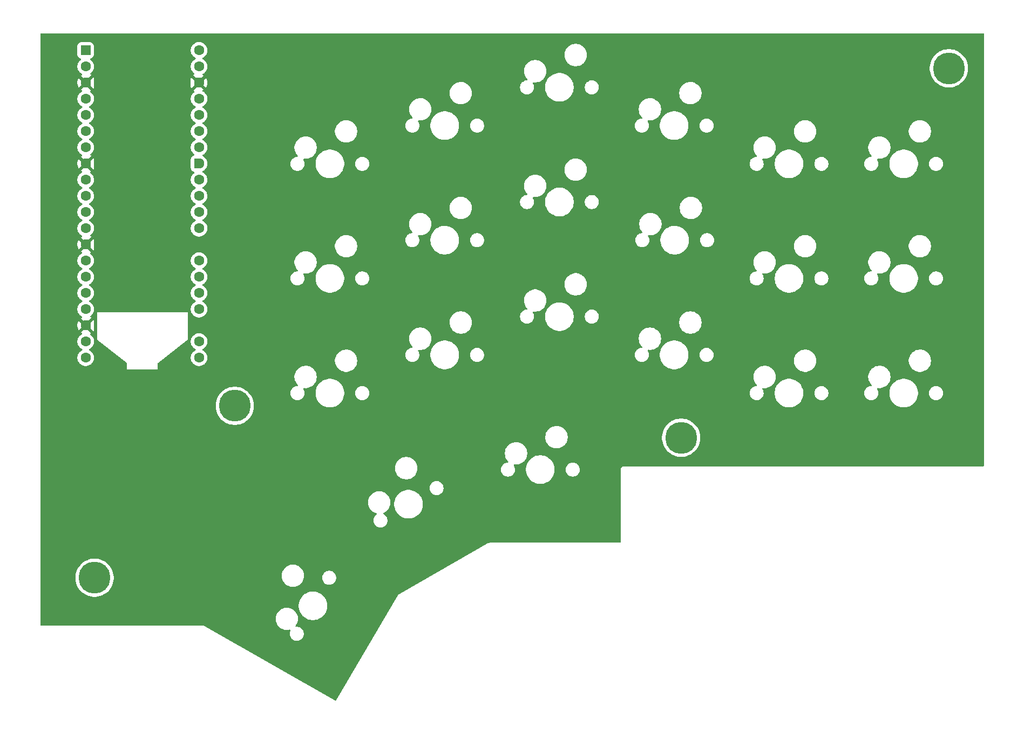
<source format=gtl>
%TF.GenerationSoftware,KiCad,Pcbnew,9.0.4*%
%TF.CreationDate,2025-11-01T07:57:15+01:00*%
%TF.ProjectId,kbv3-right,6b627633-2d72-4696-9768-742e6b696361,rev?*%
%TF.SameCoordinates,Original*%
%TF.FileFunction,Copper,L1,Top*%
%TF.FilePolarity,Positive*%
%FSLAX46Y46*%
G04 Gerber Fmt 4.6, Leading zero omitted, Abs format (unit mm)*
G04 Created by KiCad (PCBNEW 9.0.4) date 2025-11-01 07:57:15*
%MOMM*%
%LPD*%
G01*
G04 APERTURE LIST*
G04 Aperture macros list*
%AMRoundRect*
0 Rectangle with rounded corners*
0 $1 Rounding radius*
0 $2 $3 $4 $5 $6 $7 $8 $9 X,Y pos of 4 corners*
0 Add a 4 corners polygon primitive as box body*
4,1,4,$2,$3,$4,$5,$6,$7,$8,$9,$2,$3,0*
0 Add four circle primitives for the rounded corners*
1,1,$1+$1,$2,$3*
1,1,$1+$1,$4,$5*
1,1,$1+$1,$6,$7*
1,1,$1+$1,$8,$9*
0 Add four rect primitives between the rounded corners*
20,1,$1+$1,$2,$3,$4,$5,0*
20,1,$1+$1,$4,$5,$6,$7,0*
20,1,$1+$1,$6,$7,$8,$9,0*
20,1,$1+$1,$8,$9,$2,$3,0*%
%AMFreePoly0*
4,1,37,0.603843,0.796157,0.639018,0.796157,0.711114,0.766294,0.766294,0.711114,0.796157,0.639018,0.796157,0.603843,0.800000,0.600000,0.800000,-0.600000,0.796157,-0.603843,0.796157,-0.639018,0.766294,-0.711114,0.711114,-0.766294,0.639018,-0.796157,0.603843,-0.796157,0.600000,-0.800000,0.000000,-0.800000,0.000000,-0.796148,-0.078414,-0.796148,-0.232228,-0.765552,-0.377117,-0.705537,
-0.507515,-0.618408,-0.618408,-0.507515,-0.705537,-0.377117,-0.765552,-0.232228,-0.796148,-0.078414,-0.796148,0.078414,-0.765552,0.232228,-0.705537,0.377117,-0.618408,0.507515,-0.507515,0.618408,-0.377117,0.705537,-0.232228,0.765552,-0.078414,0.796148,0.000000,0.796148,0.000000,0.800000,0.600000,0.800000,0.603843,0.796157,0.603843,0.796157,$1*%
%AMFreePoly1*
4,1,37,0.000000,0.796148,0.078414,0.796148,0.232228,0.765552,0.377117,0.705537,0.507515,0.618408,0.618408,0.507515,0.705537,0.377117,0.765552,0.232228,0.796148,0.078414,0.796148,-0.078414,0.765552,-0.232228,0.705537,-0.377117,0.618408,-0.507515,0.507515,-0.618408,0.377117,-0.705537,0.232228,-0.765552,0.078414,-0.796148,0.000000,-0.796148,0.000000,-0.800000,-0.600000,-0.800000,
-0.603843,-0.796157,-0.639018,-0.796157,-0.711114,-0.766294,-0.766294,-0.711114,-0.796157,-0.639018,-0.796157,-0.603843,-0.800000,-0.600000,-0.800000,0.600000,-0.796157,0.603843,-0.796157,0.639018,-0.766294,0.711114,-0.711114,0.766294,-0.639018,0.796157,-0.603843,0.796157,-0.600000,0.800000,0.000000,0.800000,0.000000,0.796148,0.000000,0.796148,$1*%
G04 Aperture macros list end*
%TA.AperFunction,ComponentPad*%
%ADD10C,5.000000*%
%TD*%
%TA.AperFunction,ComponentPad*%
%ADD11RoundRect,0.200000X-0.600000X-0.600000X0.600000X-0.600000X0.600000X0.600000X-0.600000X0.600000X0*%
%TD*%
%TA.AperFunction,ComponentPad*%
%ADD12C,1.600000*%
%TD*%
%TA.AperFunction,ComponentPad*%
%ADD13FreePoly0,0.000000*%
%TD*%
%TA.AperFunction,ComponentPad*%
%ADD14FreePoly1,0.000000*%
%TD*%
G04 APERTURE END LIST*
D10*
%TO.P,REF\u002A\u002A,1*%
%TO.N,N/C*%
X139000000Y-124000000D03*
%TD*%
%TO.P,REF\u002A\u002A,1*%
%TO.N,N/C*%
X69000000Y-119000000D03*
%TD*%
%TO.P,REF\u002A\u002A,1*%
%TO.N,N/C*%
X181000000Y-66000000D03*
%TD*%
D11*
%TO.P,A1,1,GPIO0*%
%TO.N,Net-(A1-GPIO0)*%
X45610000Y-63182500D03*
D12*
%TO.P,A1,2,GPIO1*%
%TO.N,Net-(A1-GPIO1)*%
X45610000Y-65722500D03*
D13*
%TO.P,A1,3,GND*%
%TO.N,GND*%
X45610000Y-68262500D03*
D12*
%TO.P,A1,4,GPIO2*%
%TO.N,Net-(A1-GPIO2)*%
X45610000Y-70802500D03*
%TO.P,A1,5,GPIO3*%
%TO.N,Net-(A1-GPIO3)*%
X45610000Y-73342500D03*
%TO.P,A1,6,GPIO4*%
%TO.N,Net-(A1-GPIO4)*%
X45610000Y-75882500D03*
%TO.P,A1,7,GPIO5*%
%TO.N,Net-(A1-GPIO5)*%
X45610000Y-78422500D03*
D13*
%TO.P,A1,8,GND*%
%TO.N,GND*%
X45610000Y-80962500D03*
D12*
%TO.P,A1,9,GPIO6*%
%TO.N,Net-(A1-GPIO6)*%
X45610000Y-83502500D03*
%TO.P,A1,10,GPIO7*%
%TO.N,Net-(A1-GPIO7)*%
X45610000Y-86042500D03*
%TO.P,A1,11,GPIO8*%
%TO.N,Net-(A1-GPIO8)*%
X45610000Y-88582500D03*
%TO.P,A1,12,GPIO9*%
%TO.N,Net-(A1-GPIO9)*%
X45610000Y-91122500D03*
D13*
%TO.P,A1,13,GND*%
%TO.N,GND*%
X45610000Y-93662500D03*
D12*
%TO.P,A1,14,GPIO10*%
%TO.N,Net-(A1-GPIO10)*%
X45610000Y-96202500D03*
%TO.P,A1,15,GPIO11*%
%TO.N,Net-(A1-GPIO11)*%
X45610000Y-98742500D03*
%TO.P,A1,16,GPIO12*%
%TO.N,Net-(A1-GPIO12)*%
X45610000Y-101282500D03*
%TO.P,A1,17,GPIO13*%
%TO.N,Net-(A1-GPIO13)*%
X45610000Y-103822500D03*
D13*
%TO.P,A1,18,GND*%
%TO.N,GND*%
X45610000Y-106362500D03*
D12*
%TO.P,A1,19,GPIO14*%
%TO.N,Net-(A1-GPIO14)*%
X45610000Y-108902500D03*
%TO.P,A1,20,GPIO15*%
%TO.N,Net-(A1-GPIO15)*%
X45610000Y-111442500D03*
%TO.P,A1,21,GPIO16*%
%TO.N,Net-(A1-GPIO16)*%
X63390000Y-111442500D03*
%TO.P,A1,22,GPIO17*%
%TO.N,Net-(A1-GPIO17)*%
X63390000Y-108902500D03*
D14*
%TO.P,A1,23,GND*%
%TO.N,GND*%
X63390000Y-106362500D03*
D12*
%TO.P,A1,24,GPIO18*%
%TO.N,Net-(A1-GPIO18)*%
X63390000Y-103822500D03*
%TO.P,A1,25,GPIO19*%
%TO.N,Net-(A1-GPIO19)*%
X63390000Y-101282500D03*
%TO.P,A1,26,GPIO20*%
%TO.N,Net-(A1-GPIO20)*%
X63390000Y-98742500D03*
%TO.P,A1,27,GPIO21*%
%TO.N,unconnected-(A1-GPIO21-Pad27)*%
X63390000Y-96202500D03*
D14*
%TO.P,A1,28,GND*%
%TO.N,GND*%
X63390000Y-93662500D03*
D12*
%TO.P,A1,29,GPIO22*%
%TO.N,unconnected-(A1-GPIO22-Pad29)*%
X63390000Y-91122500D03*
%TO.P,A1,30,RUN*%
%TO.N,unconnected-(A1-RUN-Pad30)*%
X63390000Y-88582500D03*
%TO.P,A1,31,GPIO26_ADC0*%
%TO.N,unconnected-(A1-GPIO26_ADC0-Pad31)*%
X63390000Y-86042500D03*
%TO.P,A1,32,GPIO27_ADC1*%
%TO.N,unconnected-(A1-GPIO27_ADC1-Pad32)*%
X63390000Y-83502500D03*
D14*
%TO.P,A1,33,AGND*%
%TO.N,unconnected-(A1-AGND-Pad33)*%
X63390000Y-80962500D03*
D12*
%TO.P,A1,34,GPIO28_ADC2*%
%TO.N,unconnected-(A1-GPIO28_ADC2-Pad34)*%
X63390000Y-78422500D03*
%TO.P,A1,35,ADC_VREF*%
%TO.N,unconnected-(A1-ADC_VREF-Pad35)*%
X63390000Y-75882500D03*
%TO.P,A1,36,3V3*%
%TO.N,unconnected-(A1-3V3-Pad36)*%
X63390000Y-73342500D03*
%TO.P,A1,37,3V3_EN*%
%TO.N,unconnected-(A1-3V3_EN-Pad37)*%
X63390000Y-70802500D03*
D14*
%TO.P,A1,38,GND*%
%TO.N,GND*%
X63390000Y-68262500D03*
D12*
%TO.P,A1,39,VSYS*%
%TO.N,+3V8*%
X63390000Y-65722500D03*
%TO.P,A1,40,VBUS*%
%TO.N,unconnected-(A1-VBUS-Pad40)*%
X63390000Y-63182500D03*
%TD*%
D10*
%TO.P,REF\u002A\u002A,1*%
%TO.N,N/C*%
X47000000Y-146000000D03*
%TD*%
%TA.AperFunction,Conductor*%
%TO.N,GND*%
G36*
X186442539Y-60520185D02*
G01*
X186488294Y-60572989D01*
X186499500Y-60624500D01*
X186499500Y-128375500D01*
X186479815Y-128442539D01*
X186427011Y-128488294D01*
X186375500Y-128499500D01*
X129934108Y-128499500D01*
X129806812Y-128533608D01*
X129692686Y-128599500D01*
X129692683Y-128599502D01*
X129599502Y-128692683D01*
X129599500Y-128692686D01*
X129533608Y-128806812D01*
X129499500Y-128934108D01*
X129499500Y-140375500D01*
X129479815Y-140442539D01*
X129427011Y-140488294D01*
X129375500Y-140499500D01*
X109001218Y-140499500D01*
X108936337Y-140499211D01*
X108935239Y-140499500D01*
X108934106Y-140499500D01*
X108871931Y-140516159D01*
X108871401Y-140516300D01*
X108808885Y-140532754D01*
X108807592Y-140533283D01*
X108806850Y-140533586D01*
X108750931Y-140565870D01*
X108750454Y-140566144D01*
X94752793Y-148564808D01*
X94752371Y-148565048D01*
X94695950Y-148597016D01*
X94695282Y-148597672D01*
X94694470Y-148598137D01*
X94648393Y-148643803D01*
X94648047Y-148644145D01*
X94602011Y-148689442D01*
X94601539Y-148690243D01*
X94600872Y-148690905D01*
X94600866Y-148690914D01*
X94600862Y-148690919D01*
X94568105Y-148747076D01*
X94567877Y-148747466D01*
X84881277Y-165214685D01*
X84830320Y-165262489D01*
X84761607Y-165275154D01*
X84712876Y-165259477D01*
X64249671Y-153566218D01*
X64249405Y-153566066D01*
X64193186Y-153533608D01*
X64192088Y-153533313D01*
X64191107Y-153532753D01*
X64168337Y-153526760D01*
X64128793Y-153516352D01*
X64128264Y-153516212D01*
X64118983Y-153513725D01*
X64065892Y-153499500D01*
X64065890Y-153499500D01*
X64065883Y-153499498D01*
X64064525Y-153499319D01*
X64064285Y-153499289D01*
X64063693Y-153499211D01*
X64063663Y-153499211D01*
X63999007Y-153499499D01*
X63998455Y-153499500D01*
X38624500Y-153499500D01*
X38557461Y-153479815D01*
X38511706Y-153427011D01*
X38500500Y-153375500D01*
X38500500Y-152314224D01*
X75404795Y-152314224D01*
X75404795Y-152543707D01*
X75429741Y-152733181D01*
X75434747Y-152771204D01*
X75434748Y-152771206D01*
X75494137Y-152992853D01*
X75581945Y-153204842D01*
X75581952Y-153204856D01*
X75696687Y-153403583D01*
X75836376Y-153585627D01*
X75836384Y-153585636D01*
X75998625Y-153747877D01*
X75998633Y-153747884D01*
X75998634Y-153747885D01*
X76038024Y-153778110D01*
X76180677Y-153887573D01*
X76180680Y-153887574D01*
X76180683Y-153887577D01*
X76379407Y-154002310D01*
X76379412Y-154002312D01*
X76379418Y-154002315D01*
X76470775Y-154040156D01*
X76591408Y-154090124D01*
X76813057Y-154149514D01*
X77040561Y-154179466D01*
X77040568Y-154179466D01*
X77270022Y-154179466D01*
X77270029Y-154179466D01*
X77497533Y-154149514D01*
X77595839Y-154123173D01*
X77665686Y-154124836D01*
X77723549Y-154163999D01*
X77751053Y-154228227D01*
X77739467Y-154297129D01*
X77738415Y-154299243D01*
X77699292Y-154376026D01*
X77699290Y-154376029D01*
X77645720Y-154540904D01*
X77618600Y-154712130D01*
X77618600Y-154885505D01*
X77645720Y-155056731D01*
X77699290Y-155221606D01*
X77699291Y-155221609D01*
X77777998Y-155376078D01*
X77879899Y-155516332D01*
X78002486Y-155638919D01*
X78142740Y-155740820D01*
X78218502Y-155779422D01*
X78297208Y-155819526D01*
X78297211Y-155819527D01*
X78379648Y-155846312D01*
X78462088Y-155873098D01*
X78541391Y-155885658D01*
X78633313Y-155900218D01*
X78633318Y-155900218D01*
X78806687Y-155900218D01*
X78889695Y-155887070D01*
X78977912Y-155873098D01*
X79142791Y-155819526D01*
X79297260Y-155740820D01*
X79437514Y-155638919D01*
X79560101Y-155516332D01*
X79662002Y-155376078D01*
X79740708Y-155221609D01*
X79794280Y-155056730D01*
X79808252Y-154968513D01*
X79821400Y-154885505D01*
X79821400Y-154712130D01*
X79805622Y-154612520D01*
X79794280Y-154540906D01*
X79740708Y-154376027D01*
X79740708Y-154376026D01*
X79662001Y-154221557D01*
X79631419Y-154179465D01*
X79560101Y-154081304D01*
X79437514Y-153958717D01*
X79297260Y-153856816D01*
X79142791Y-153778109D01*
X79142788Y-153778108D01*
X78977913Y-153724538D01*
X78806687Y-153697418D01*
X78806682Y-153697418D01*
X78639881Y-153697418D01*
X78572842Y-153677733D01*
X78527087Y-153624929D01*
X78517143Y-153555771D01*
X78541506Y-153497931D01*
X78613902Y-153403583D01*
X78613901Y-153403583D01*
X78613906Y-153403578D01*
X78728639Y-153204854D01*
X78816453Y-152992853D01*
X78875843Y-152771204D01*
X78905795Y-152543700D01*
X78905795Y-152314232D01*
X78875843Y-152086728D01*
X78816453Y-151865079D01*
X78728639Y-151653078D01*
X78613906Y-151454354D01*
X78613903Y-151454351D01*
X78613902Y-151454348D01*
X78474213Y-151272304D01*
X78474206Y-151272296D01*
X78311965Y-151110055D01*
X78311956Y-151110047D01*
X78129912Y-150970358D01*
X77931185Y-150855623D01*
X77931171Y-150855616D01*
X77719182Y-150767808D01*
X77497533Y-150708418D01*
X77459510Y-150703412D01*
X77270036Y-150678466D01*
X77270029Y-150678466D01*
X77040561Y-150678466D01*
X77040553Y-150678466D01*
X76824010Y-150706975D01*
X76813057Y-150708418D01*
X76719371Y-150733520D01*
X76591407Y-150767808D01*
X76379418Y-150855616D01*
X76379404Y-150855623D01*
X76180677Y-150970358D01*
X75998633Y-151110047D01*
X75836376Y-151272304D01*
X75696687Y-151454348D01*
X75581952Y-151653075D01*
X75581945Y-151653089D01*
X75494137Y-151865078D01*
X75434748Y-152086725D01*
X75434746Y-152086736D01*
X75404795Y-152314224D01*
X38500500Y-152314224D01*
X38500500Y-150252309D01*
X79015600Y-150252309D01*
X79015600Y-150546508D01*
X79015601Y-150546525D01*
X79054001Y-150838205D01*
X79130152Y-151122403D01*
X79242734Y-151394203D01*
X79242742Y-151394219D01*
X79389840Y-151648998D01*
X79389851Y-151649014D01*
X79568948Y-151882418D01*
X79568954Y-151882425D01*
X79776983Y-152090454D01*
X79776989Y-152090459D01*
X80010403Y-152269564D01*
X80010410Y-152269568D01*
X80265189Y-152416666D01*
X80265205Y-152416674D01*
X80537005Y-152529256D01*
X80537007Y-152529256D01*
X80537013Y-152529259D01*
X80821200Y-152605407D01*
X81112894Y-152643809D01*
X81112901Y-152643809D01*
X81407099Y-152643809D01*
X81407106Y-152643809D01*
X81698800Y-152605407D01*
X81982987Y-152529259D01*
X82056318Y-152498884D01*
X82254794Y-152416674D01*
X82254797Y-152416672D01*
X82254803Y-152416670D01*
X82509597Y-152269564D01*
X82743011Y-152090459D01*
X82951050Y-151882420D01*
X83130155Y-151649006D01*
X83277261Y-151394212D01*
X83389850Y-151122396D01*
X83465998Y-150838209D01*
X83504400Y-150546515D01*
X83504400Y-150252303D01*
X83465998Y-149960609D01*
X83389850Y-149676422D01*
X83389847Y-149676414D01*
X83277265Y-149404614D01*
X83277257Y-149404598D01*
X83130159Y-149149819D01*
X83130155Y-149149812D01*
X82986630Y-148962767D01*
X82951051Y-148916399D01*
X82951045Y-148916392D01*
X82743016Y-148708363D01*
X82743009Y-148708357D01*
X82509605Y-148529260D01*
X82509603Y-148529258D01*
X82509597Y-148529254D01*
X82509592Y-148529251D01*
X82509589Y-148529249D01*
X82254810Y-148382151D01*
X82254794Y-148382143D01*
X81982994Y-148269561D01*
X81875750Y-148240825D01*
X81698800Y-148193411D01*
X81698799Y-148193410D01*
X81698796Y-148193410D01*
X81407116Y-148155010D01*
X81407111Y-148155009D01*
X81407106Y-148155009D01*
X81112894Y-148155009D01*
X81112888Y-148155009D01*
X81112883Y-148155010D01*
X80821203Y-148193410D01*
X80537005Y-148269561D01*
X80265205Y-148382143D01*
X80265189Y-148382151D01*
X80010410Y-148529249D01*
X80010394Y-148529260D01*
X79776990Y-148708357D01*
X79776983Y-148708363D01*
X79568954Y-148916392D01*
X79568948Y-148916399D01*
X79389851Y-149149803D01*
X79389840Y-149149819D01*
X79242742Y-149404598D01*
X79242734Y-149404614D01*
X79130152Y-149676414D01*
X79054001Y-149960612D01*
X79015601Y-150252292D01*
X79015600Y-150252309D01*
X38500500Y-150252309D01*
X38500500Y-145831491D01*
X43999500Y-145831491D01*
X43999500Y-146168508D01*
X44037231Y-146503381D01*
X44037233Y-146503397D01*
X44112223Y-146831953D01*
X44112227Y-146831965D01*
X44223532Y-147150054D01*
X44369752Y-147453683D01*
X44369754Y-147453686D01*
X44549054Y-147739039D01*
X44759175Y-148002523D01*
X44997477Y-148240825D01*
X45260961Y-148450946D01*
X45546314Y-148630246D01*
X45849949Y-148776469D01*
X46088848Y-148860063D01*
X46168034Y-148887772D01*
X46168046Y-148887776D01*
X46496606Y-148962767D01*
X46831492Y-149000499D01*
X46831493Y-149000500D01*
X46831496Y-149000500D01*
X47168507Y-149000500D01*
X47168507Y-149000499D01*
X47503394Y-148962767D01*
X47831954Y-148887776D01*
X48150051Y-148776469D01*
X48453686Y-148630246D01*
X48739039Y-148450946D01*
X49002523Y-148240825D01*
X49240825Y-148002523D01*
X49450946Y-147739039D01*
X49630246Y-147453686D01*
X49776469Y-147150051D01*
X49887776Y-146831954D01*
X49962767Y-146503394D01*
X50000500Y-146168504D01*
X50000500Y-145831496D01*
X50000499Y-145831491D01*
X50000499Y-145831489D01*
X49969324Y-145554794D01*
X49968216Y-145544962D01*
X76380091Y-145544962D01*
X76380091Y-145774445D01*
X76398374Y-145913312D01*
X76410043Y-146001942D01*
X76410044Y-146001944D01*
X76469433Y-146223591D01*
X76557241Y-146435580D01*
X76557248Y-146435594D01*
X76671983Y-146634321D01*
X76811672Y-146816365D01*
X76811680Y-146816374D01*
X76973921Y-146978615D01*
X76973929Y-146978622D01*
X77155973Y-147118311D01*
X77155976Y-147118312D01*
X77155979Y-147118315D01*
X77354703Y-147233048D01*
X77354708Y-147233050D01*
X77354714Y-147233053D01*
X77446071Y-147270894D01*
X77566704Y-147320862D01*
X77788353Y-147380252D01*
X78015857Y-147410204D01*
X78015864Y-147410204D01*
X78245318Y-147410204D01*
X78245325Y-147410204D01*
X78472829Y-147380252D01*
X78694478Y-147320862D01*
X78906479Y-147233048D01*
X79105203Y-147118315D01*
X79287252Y-146978623D01*
X79287256Y-146978618D01*
X79287261Y-146978615D01*
X79449502Y-146816374D01*
X79449505Y-146816369D01*
X79449510Y-146816365D01*
X79589202Y-146634316D01*
X79703935Y-146435592D01*
X79791749Y-146223591D01*
X79851139Y-146001942D01*
X79862808Y-145913312D01*
X82698600Y-145913312D01*
X82698600Y-146086687D01*
X82725720Y-146257913D01*
X82779290Y-146422788D01*
X82779291Y-146422791D01*
X82857998Y-146577260D01*
X82959899Y-146717514D01*
X83082486Y-146840101D01*
X83222740Y-146942002D01*
X83294597Y-146978615D01*
X83377208Y-147020708D01*
X83377211Y-147020709D01*
X83459648Y-147047494D01*
X83542088Y-147074280D01*
X83621391Y-147086840D01*
X83713313Y-147101400D01*
X83713318Y-147101400D01*
X83886687Y-147101400D01*
X83969695Y-147088252D01*
X84057912Y-147074280D01*
X84222791Y-147020708D01*
X84377260Y-146942002D01*
X84517514Y-146840101D01*
X84640101Y-146717514D01*
X84742002Y-146577260D01*
X84820708Y-146422791D01*
X84874280Y-146257912D01*
X84888441Y-146168504D01*
X84901400Y-146086687D01*
X84901400Y-145913312D01*
X84885622Y-145813702D01*
X84874280Y-145742088D01*
X84820708Y-145577209D01*
X84820708Y-145577208D01*
X84742001Y-145422739D01*
X84640101Y-145282486D01*
X84517514Y-145159899D01*
X84377260Y-145057998D01*
X84222791Y-144979291D01*
X84222788Y-144979290D01*
X84057913Y-144925720D01*
X83886687Y-144898600D01*
X83886682Y-144898600D01*
X83713318Y-144898600D01*
X83713313Y-144898600D01*
X83542086Y-144925720D01*
X83377211Y-144979290D01*
X83377208Y-144979291D01*
X83222739Y-145057998D01*
X83170688Y-145095816D01*
X83082486Y-145159899D01*
X83082484Y-145159901D01*
X83082483Y-145159901D01*
X82959901Y-145282483D01*
X82959901Y-145282484D01*
X82959899Y-145282486D01*
X82934479Y-145317474D01*
X82857998Y-145422739D01*
X82779291Y-145577208D01*
X82779290Y-145577211D01*
X82725720Y-145742086D01*
X82698600Y-145913312D01*
X79862808Y-145913312D01*
X79881091Y-145774438D01*
X79881091Y-145544970D01*
X79851139Y-145317466D01*
X79791749Y-145095817D01*
X79741781Y-144975184D01*
X79703940Y-144883827D01*
X79703937Y-144883821D01*
X79703935Y-144883816D01*
X79589202Y-144685092D01*
X79589199Y-144685089D01*
X79589198Y-144685086D01*
X79449509Y-144503042D01*
X79449502Y-144503034D01*
X79287261Y-144340793D01*
X79287252Y-144340785D01*
X79105208Y-144201096D01*
X78906481Y-144086361D01*
X78906467Y-144086354D01*
X78694478Y-143998546D01*
X78690488Y-143997477D01*
X78472829Y-143939156D01*
X78434806Y-143934150D01*
X78245332Y-143909204D01*
X78245325Y-143909204D01*
X78015857Y-143909204D01*
X78015849Y-143909204D01*
X77799306Y-143937713D01*
X77788353Y-143939156D01*
X77694667Y-143964258D01*
X77566703Y-143998546D01*
X77354714Y-144086354D01*
X77354700Y-144086361D01*
X77155973Y-144201096D01*
X76973929Y-144340785D01*
X76811672Y-144503042D01*
X76671983Y-144685086D01*
X76557248Y-144883813D01*
X76557241Y-144883827D01*
X76469433Y-145095816D01*
X76410044Y-145317463D01*
X76410042Y-145317474D01*
X76380091Y-145544962D01*
X49968216Y-145544962D01*
X49962768Y-145496618D01*
X49962767Y-145496606D01*
X49887776Y-145168046D01*
X49776469Y-144849949D01*
X49630246Y-144546314D01*
X49450946Y-144260961D01*
X49240825Y-143997477D01*
X49002523Y-143759175D01*
X48739039Y-143549054D01*
X48453686Y-143369754D01*
X48453683Y-143369752D01*
X48150054Y-143223532D01*
X47831965Y-143112227D01*
X47831953Y-143112223D01*
X47503397Y-143037233D01*
X47503381Y-143037231D01*
X47168508Y-142999500D01*
X47168504Y-142999500D01*
X46831496Y-142999500D01*
X46831491Y-142999500D01*
X46496618Y-143037231D01*
X46496602Y-143037233D01*
X46168046Y-143112223D01*
X46168034Y-143112227D01*
X45849945Y-143223532D01*
X45546316Y-143369752D01*
X45260962Y-143549053D01*
X44997477Y-143759174D01*
X44759174Y-143997477D01*
X44549053Y-144260962D01*
X44369752Y-144546316D01*
X44223532Y-144849945D01*
X44112227Y-145168034D01*
X44112223Y-145168046D01*
X44037233Y-145496602D01*
X44037231Y-145496618D01*
X43999500Y-145831491D01*
X38500500Y-145831491D01*
X38500500Y-134040553D01*
X89920534Y-134040553D01*
X89920534Y-134270036D01*
X89945480Y-134459510D01*
X89950486Y-134497533D01*
X89977166Y-134597106D01*
X90009876Y-134719182D01*
X90097684Y-134931171D01*
X90097691Y-134931185D01*
X90212426Y-135129912D01*
X90352115Y-135311956D01*
X90352123Y-135311965D01*
X90514364Y-135474206D01*
X90514372Y-135474213D01*
X90696416Y-135613902D01*
X90696419Y-135613903D01*
X90696422Y-135613906D01*
X90895146Y-135728639D01*
X90895151Y-135728641D01*
X90895157Y-135728644D01*
X90986514Y-135766485D01*
X91107147Y-135816453D01*
X91203397Y-135842242D01*
X91263057Y-135878607D01*
X91293586Y-135941454D01*
X91285291Y-136010829D01*
X91244189Y-136062334D01*
X91123668Y-136149899D01*
X91123666Y-136149901D01*
X91123665Y-136149901D01*
X91001083Y-136272483D01*
X91001083Y-136272484D01*
X91001081Y-136272486D01*
X90966452Y-136320148D01*
X90899180Y-136412739D01*
X90820473Y-136567208D01*
X90820472Y-136567211D01*
X90766902Y-136732086D01*
X90739782Y-136903312D01*
X90739782Y-137076687D01*
X90766902Y-137247913D01*
X90820472Y-137412788D01*
X90820473Y-137412791D01*
X90899180Y-137567260D01*
X91001081Y-137707514D01*
X91123668Y-137830101D01*
X91263922Y-137932002D01*
X91339684Y-137970604D01*
X91418390Y-138010708D01*
X91418393Y-138010709D01*
X91500830Y-138037494D01*
X91583270Y-138064280D01*
X91662573Y-138076840D01*
X91754495Y-138091400D01*
X91754500Y-138091400D01*
X91927869Y-138091400D01*
X92010877Y-138078252D01*
X92099094Y-138064280D01*
X92263973Y-138010708D01*
X92418442Y-137932002D01*
X92558696Y-137830101D01*
X92681283Y-137707514D01*
X92783184Y-137567260D01*
X92861890Y-137412791D01*
X92915462Y-137247912D01*
X92929434Y-137159695D01*
X92942582Y-137076687D01*
X92942582Y-136903312D01*
X92926804Y-136803702D01*
X92915462Y-136732088D01*
X92888676Y-136649648D01*
X92861891Y-136567211D01*
X92861890Y-136567208D01*
X92783183Y-136412739D01*
X92681283Y-136272486D01*
X92558696Y-136149899D01*
X92418442Y-136047998D01*
X92345494Y-136010829D01*
X92325148Y-136000462D01*
X92274352Y-135952487D01*
X92257557Y-135884666D01*
X92280095Y-135818531D01*
X92333986Y-135775418D01*
X92446922Y-135728639D01*
X92645646Y-135613906D01*
X92827695Y-135474214D01*
X92827699Y-135474209D01*
X92827704Y-135474206D01*
X92989945Y-135311965D01*
X92989948Y-135311960D01*
X92989953Y-135311956D01*
X93129645Y-135129907D01*
X93244378Y-134931183D01*
X93332192Y-134719182D01*
X93391582Y-134497533D01*
X93417206Y-134302900D01*
X93996191Y-134302900D01*
X93996191Y-134597099D01*
X93996192Y-134597116D01*
X94034592Y-134888796D01*
X94110743Y-135172994D01*
X94223325Y-135444794D01*
X94223333Y-135444810D01*
X94370431Y-135699589D01*
X94370442Y-135699605D01*
X94549539Y-135933009D01*
X94549545Y-135933016D01*
X94757574Y-136141045D01*
X94757580Y-136141050D01*
X94990994Y-136320155D01*
X94991001Y-136320159D01*
X95245780Y-136467257D01*
X95245796Y-136467265D01*
X95517596Y-136579847D01*
X95517598Y-136579847D01*
X95517604Y-136579850D01*
X95801791Y-136655998D01*
X96093485Y-136694400D01*
X96093492Y-136694400D01*
X96387690Y-136694400D01*
X96387697Y-136694400D01*
X96679391Y-136655998D01*
X96963578Y-136579850D01*
X97036909Y-136549475D01*
X97235385Y-136467265D01*
X97235388Y-136467263D01*
X97235394Y-136467261D01*
X97490188Y-136320155D01*
X97723602Y-136141050D01*
X97931641Y-135933011D01*
X98110746Y-135699597D01*
X98257852Y-135444803D01*
X98370441Y-135172987D01*
X98446589Y-134888800D01*
X98484991Y-134597106D01*
X98484991Y-134302894D01*
X98446589Y-134011200D01*
X98370441Y-133727013D01*
X98370438Y-133727005D01*
X98257856Y-133455205D01*
X98257848Y-133455189D01*
X98110750Y-133200410D01*
X98110746Y-133200403D01*
X97955923Y-132998634D01*
X97931642Y-132966990D01*
X97931636Y-132966983D01*
X97723607Y-132758954D01*
X97723600Y-132758948D01*
X97490196Y-132579851D01*
X97490194Y-132579849D01*
X97490188Y-132579845D01*
X97490183Y-132579842D01*
X97490180Y-132579840D01*
X97235401Y-132432742D01*
X97235385Y-132432734D01*
X96963585Y-132320152D01*
X96679387Y-132244001D01*
X96387707Y-132205601D01*
X96387702Y-132205600D01*
X96387697Y-132205600D01*
X96093485Y-132205600D01*
X96093479Y-132205600D01*
X96093474Y-132205601D01*
X95801794Y-132244001D01*
X95517596Y-132320152D01*
X95245796Y-132432734D01*
X95245780Y-132432742D01*
X94991001Y-132579840D01*
X94990985Y-132579851D01*
X94757581Y-132758948D01*
X94757574Y-132758954D01*
X94549545Y-132966983D01*
X94549539Y-132966990D01*
X94370442Y-133200394D01*
X94370431Y-133200410D01*
X94223333Y-133455189D01*
X94223325Y-133455205D01*
X94110743Y-133727005D01*
X94034592Y-134011203D01*
X93996192Y-134302883D01*
X93996191Y-134302900D01*
X93417206Y-134302900D01*
X93421534Y-134270029D01*
X93421534Y-134040561D01*
X93391582Y-133813057D01*
X93332192Y-133591408D01*
X93244378Y-133379407D01*
X93129645Y-133180683D01*
X93129642Y-133180680D01*
X93129641Y-133180677D01*
X92989952Y-132998633D01*
X92989945Y-132998625D01*
X92827704Y-132836384D01*
X92827695Y-132836376D01*
X92645651Y-132696687D01*
X92446924Y-132581952D01*
X92446910Y-132581945D01*
X92234921Y-132494137D01*
X92209255Y-132487260D01*
X92013272Y-132434747D01*
X91975249Y-132429741D01*
X91785775Y-132404795D01*
X91785768Y-132404795D01*
X91556300Y-132404795D01*
X91556292Y-132404795D01*
X91344086Y-132432734D01*
X91328796Y-132434747D01*
X91235110Y-132459849D01*
X91107146Y-132494137D01*
X90895157Y-132581945D01*
X90895143Y-132581952D01*
X90696416Y-132696687D01*
X90514372Y-132836376D01*
X90352115Y-132998633D01*
X90212426Y-133180677D01*
X90097691Y-133379404D01*
X90097684Y-133379418D01*
X90009876Y-133591407D01*
X89950487Y-133813054D01*
X89950485Y-133813065D01*
X89920534Y-134040553D01*
X38500500Y-134040553D01*
X38500500Y-131823312D01*
X99538600Y-131823312D01*
X99538600Y-131996687D01*
X99565720Y-132167913D01*
X99619290Y-132332788D01*
X99619291Y-132332791D01*
X99697998Y-132487260D01*
X99799899Y-132627514D01*
X99922486Y-132750101D01*
X100062740Y-132852002D01*
X100138502Y-132890604D01*
X100217208Y-132930708D01*
X100217211Y-132930709D01*
X100299648Y-132957494D01*
X100382088Y-132984280D01*
X100461391Y-132996840D01*
X100553313Y-133011400D01*
X100553318Y-133011400D01*
X100726687Y-133011400D01*
X100809695Y-132998252D01*
X100897912Y-132984280D01*
X101062791Y-132930708D01*
X101217260Y-132852002D01*
X101357514Y-132750101D01*
X101480101Y-132627514D01*
X101582002Y-132487260D01*
X101660708Y-132332791D01*
X101714280Y-132167912D01*
X101728252Y-132079695D01*
X101741400Y-131996687D01*
X101741400Y-131823312D01*
X101725622Y-131723702D01*
X101714280Y-131652088D01*
X101660708Y-131487209D01*
X101660708Y-131487208D01*
X101582001Y-131332739D01*
X101480101Y-131192486D01*
X101357514Y-131069899D01*
X101217260Y-130967998D01*
X101062791Y-130889291D01*
X101062788Y-130889290D01*
X100897913Y-130835720D01*
X100726687Y-130808600D01*
X100726682Y-130808600D01*
X100553318Y-130808600D01*
X100553313Y-130808600D01*
X100382086Y-130835720D01*
X100217211Y-130889290D01*
X100217208Y-130889291D01*
X100062739Y-130967998D01*
X99994930Y-131017265D01*
X99922486Y-131069899D01*
X99922484Y-131069901D01*
X99922483Y-131069901D01*
X99799901Y-131192483D01*
X99799901Y-131192484D01*
X99799899Y-131192486D01*
X99790082Y-131205998D01*
X99697998Y-131332739D01*
X99619291Y-131487208D01*
X99619290Y-131487211D01*
X99565720Y-131652086D01*
X99538600Y-131823312D01*
X38500500Y-131823312D01*
X38500500Y-128665849D01*
X94149796Y-128665849D01*
X94149796Y-128895332D01*
X94172252Y-129065892D01*
X94179748Y-129122829D01*
X94179749Y-129122831D01*
X94239138Y-129344478D01*
X94326946Y-129556467D01*
X94326952Y-129556479D01*
X94419926Y-129717516D01*
X94441688Y-129755208D01*
X94581377Y-129937252D01*
X94581385Y-129937261D01*
X94743626Y-130099502D01*
X94743634Y-130099509D01*
X94925678Y-130239198D01*
X94925681Y-130239199D01*
X94925684Y-130239202D01*
X95124408Y-130353935D01*
X95124413Y-130353937D01*
X95124419Y-130353940D01*
X95215776Y-130391781D01*
X95336409Y-130441749D01*
X95558058Y-130501139D01*
X95785562Y-130531091D01*
X95785569Y-130531091D01*
X96015023Y-130531091D01*
X96015030Y-130531091D01*
X96242534Y-130501139D01*
X96464183Y-130441749D01*
X96676184Y-130353935D01*
X96874908Y-130239202D01*
X97056957Y-130099510D01*
X97056961Y-130099505D01*
X97056966Y-130099502D01*
X97219207Y-129937261D01*
X97219210Y-129937256D01*
X97219215Y-129937252D01*
X97358907Y-129755203D01*
X97473640Y-129556479D01*
X97561454Y-129344478D01*
X97620844Y-129122829D01*
X97648428Y-128913312D01*
X110738600Y-128913312D01*
X110738600Y-129086687D01*
X110765720Y-129257913D01*
X110819290Y-129422788D01*
X110819291Y-129422791D01*
X110897998Y-129577260D01*
X110999899Y-129717514D01*
X111122486Y-129840101D01*
X111262740Y-129942002D01*
X111338502Y-129980604D01*
X111417208Y-130020708D01*
X111417211Y-130020709D01*
X111499648Y-130047494D01*
X111582088Y-130074280D01*
X111661391Y-130086840D01*
X111753313Y-130101400D01*
X111753318Y-130101400D01*
X111926687Y-130101400D01*
X112009695Y-130088252D01*
X112097912Y-130074280D01*
X112262791Y-130020708D01*
X112417260Y-129942002D01*
X112557514Y-129840101D01*
X112680101Y-129717514D01*
X112782002Y-129577260D01*
X112860708Y-129422791D01*
X112914280Y-129257912D01*
X112935675Y-129122829D01*
X112941400Y-129086687D01*
X112941400Y-128913312D01*
X112934260Y-128868233D01*
X112931831Y-128852900D01*
X114675600Y-128852900D01*
X114675600Y-129147099D01*
X114675601Y-129147116D01*
X114714001Y-129438796D01*
X114790152Y-129722994D01*
X114902734Y-129994794D01*
X114902742Y-129994810D01*
X115049840Y-130249589D01*
X115049851Y-130249605D01*
X115228948Y-130483009D01*
X115228954Y-130483016D01*
X115436983Y-130691045D01*
X115436989Y-130691050D01*
X115670403Y-130870155D01*
X115670410Y-130870159D01*
X115925189Y-131017257D01*
X115925205Y-131017265D01*
X116197005Y-131129847D01*
X116197007Y-131129847D01*
X116197013Y-131129850D01*
X116481200Y-131205998D01*
X116772894Y-131244400D01*
X116772901Y-131244400D01*
X117067099Y-131244400D01*
X117067106Y-131244400D01*
X117358800Y-131205998D01*
X117642987Y-131129850D01*
X117787723Y-131069899D01*
X117914794Y-131017265D01*
X117914797Y-131017263D01*
X117914803Y-131017261D01*
X118169597Y-130870155D01*
X118403011Y-130691050D01*
X118611050Y-130483011D01*
X118790155Y-130249597D01*
X118937261Y-129994803D01*
X118961096Y-129937261D01*
X119049847Y-129722994D01*
X119049846Y-129722994D01*
X119049850Y-129722987D01*
X119125998Y-129438800D01*
X119164400Y-129147106D01*
X119164400Y-128913312D01*
X120898600Y-128913312D01*
X120898600Y-129086687D01*
X120925720Y-129257913D01*
X120979290Y-129422788D01*
X120979291Y-129422791D01*
X121057998Y-129577260D01*
X121159899Y-129717514D01*
X121282486Y-129840101D01*
X121422740Y-129942002D01*
X121498502Y-129980604D01*
X121577208Y-130020708D01*
X121577211Y-130020709D01*
X121659648Y-130047494D01*
X121742088Y-130074280D01*
X121821391Y-130086840D01*
X121913313Y-130101400D01*
X121913318Y-130101400D01*
X122086687Y-130101400D01*
X122169695Y-130088252D01*
X122257912Y-130074280D01*
X122422791Y-130020708D01*
X122577260Y-129942002D01*
X122717514Y-129840101D01*
X122840101Y-129717514D01*
X122942002Y-129577260D01*
X123020708Y-129422791D01*
X123074280Y-129257912D01*
X123095675Y-129122829D01*
X123101400Y-129086687D01*
X123101400Y-128913312D01*
X123085622Y-128813702D01*
X123074280Y-128742088D01*
X123047494Y-128659648D01*
X123020709Y-128577211D01*
X123020708Y-128577208D01*
X122949957Y-128438353D01*
X122942002Y-128422740D01*
X122840101Y-128282486D01*
X122717514Y-128159899D01*
X122577260Y-128057998D01*
X122528874Y-128033344D01*
X122422791Y-127979291D01*
X122422788Y-127979290D01*
X122257913Y-127925720D01*
X122086687Y-127898600D01*
X122086682Y-127898600D01*
X121913318Y-127898600D01*
X121913313Y-127898600D01*
X121742086Y-127925720D01*
X121577211Y-127979290D01*
X121577208Y-127979291D01*
X121422739Y-128057998D01*
X121391405Y-128080764D01*
X121282486Y-128159899D01*
X121282484Y-128159901D01*
X121282483Y-128159901D01*
X121159901Y-128282483D01*
X121159901Y-128282484D01*
X121159899Y-128282486D01*
X121129231Y-128324697D01*
X121057998Y-128422739D01*
X120979291Y-128577208D01*
X120979290Y-128577211D01*
X120925720Y-128742086D01*
X120898600Y-128913312D01*
X119164400Y-128913312D01*
X119164400Y-128852894D01*
X119125998Y-128561200D01*
X119049850Y-128277013D01*
X119041412Y-128256642D01*
X118937265Y-128005205D01*
X118937257Y-128005189D01*
X118790159Y-127750410D01*
X118790155Y-127750403D01*
X118611050Y-127516989D01*
X118611045Y-127516983D01*
X118403016Y-127308954D01*
X118403009Y-127308948D01*
X118169605Y-127129851D01*
X118169603Y-127129849D01*
X118169597Y-127129845D01*
X118169592Y-127129842D01*
X118169589Y-127129840D01*
X117914810Y-126982742D01*
X117914794Y-126982734D01*
X117642994Y-126870152D01*
X117389544Y-126802240D01*
X117358800Y-126794002D01*
X117358799Y-126794001D01*
X117358796Y-126794001D01*
X117067116Y-126755601D01*
X117067111Y-126755600D01*
X117067106Y-126755600D01*
X116772894Y-126755600D01*
X116772888Y-126755600D01*
X116772883Y-126755601D01*
X116481203Y-126794001D01*
X116197005Y-126870152D01*
X115925205Y-126982734D01*
X115925189Y-126982742D01*
X115670410Y-127129840D01*
X115670394Y-127129851D01*
X115436990Y-127308948D01*
X115436983Y-127308954D01*
X115228954Y-127516983D01*
X115228948Y-127516990D01*
X115049851Y-127750394D01*
X115049840Y-127750410D01*
X114902742Y-128005189D01*
X114902734Y-128005205D01*
X114790152Y-128277005D01*
X114714001Y-128561203D01*
X114675601Y-128852883D01*
X114675600Y-128852900D01*
X112931831Y-128852900D01*
X112924019Y-128803579D01*
X112914280Y-128742088D01*
X112887494Y-128659648D01*
X112860709Y-128577211D01*
X112860708Y-128577208D01*
X112782001Y-128422738D01*
X112758580Y-128390503D01*
X112735099Y-128324697D01*
X112750924Y-128256642D01*
X112801029Y-128207947D01*
X112869507Y-128194071D01*
X112875068Y-128194675D01*
X112995266Y-128210500D01*
X112995273Y-128210500D01*
X113224727Y-128210500D01*
X113224734Y-128210500D01*
X113452238Y-128180548D01*
X113673887Y-128121158D01*
X113885888Y-128033344D01*
X114084612Y-127918611D01*
X114266661Y-127778919D01*
X114266665Y-127778914D01*
X114266670Y-127778911D01*
X114428911Y-127616670D01*
X114428914Y-127616665D01*
X114428919Y-127616661D01*
X114568611Y-127434612D01*
X114683344Y-127235888D01*
X114771158Y-127023887D01*
X114830548Y-126802238D01*
X114860500Y-126574734D01*
X114860500Y-126345266D01*
X114830548Y-126117762D01*
X114771158Y-125896113D01*
X114683344Y-125684112D01*
X114568611Y-125485388D01*
X114568608Y-125485385D01*
X114568607Y-125485382D01*
X114428918Y-125303338D01*
X114428911Y-125303330D01*
X114266670Y-125141089D01*
X114266661Y-125141081D01*
X114084617Y-125001392D01*
X113885890Y-124886657D01*
X113885876Y-124886650D01*
X113673887Y-124798842D01*
X113452238Y-124739452D01*
X113414215Y-124734446D01*
X113224741Y-124709500D01*
X113224734Y-124709500D01*
X112995266Y-124709500D01*
X112995258Y-124709500D01*
X112778715Y-124738009D01*
X112767762Y-124739452D01*
X112674076Y-124764554D01*
X112546112Y-124798842D01*
X112334123Y-124886650D01*
X112334109Y-124886657D01*
X112135382Y-125001392D01*
X111953338Y-125141081D01*
X111791081Y-125303338D01*
X111651392Y-125485382D01*
X111536657Y-125684109D01*
X111536650Y-125684123D01*
X111448842Y-125896112D01*
X111389453Y-126117759D01*
X111389451Y-126117770D01*
X111359500Y-126345258D01*
X111359500Y-126574741D01*
X111383312Y-126755600D01*
X111389452Y-126802238D01*
X111437815Y-126982734D01*
X111448842Y-127023887D01*
X111536650Y-127235876D01*
X111536657Y-127235890D01*
X111651392Y-127434617D01*
X111791081Y-127616661D01*
X111791089Y-127616670D01*
X111861338Y-127686919D01*
X111894823Y-127748242D01*
X111889839Y-127817934D01*
X111847967Y-127873867D01*
X111782503Y-127898284D01*
X111773657Y-127898600D01*
X111753313Y-127898600D01*
X111582086Y-127925720D01*
X111417211Y-127979290D01*
X111417208Y-127979291D01*
X111262739Y-128057998D01*
X111231405Y-128080764D01*
X111122486Y-128159899D01*
X111122484Y-128159901D01*
X111122483Y-128159901D01*
X110999901Y-128282483D01*
X110999901Y-128282484D01*
X110999899Y-128282486D01*
X110969231Y-128324697D01*
X110897998Y-128422739D01*
X110819291Y-128577208D01*
X110819290Y-128577211D01*
X110765720Y-128742086D01*
X110738600Y-128913312D01*
X97648428Y-128913312D01*
X97650796Y-128895325D01*
X97650796Y-128665857D01*
X97620844Y-128438353D01*
X97561454Y-128216704D01*
X97473845Y-128005197D01*
X97473645Y-128004714D01*
X97473642Y-128004708D01*
X97473640Y-128004703D01*
X97358907Y-127805979D01*
X97358904Y-127805976D01*
X97358903Y-127805973D01*
X97219214Y-127623929D01*
X97219207Y-127623921D01*
X97056966Y-127461680D01*
X97056957Y-127461672D01*
X96874913Y-127321983D01*
X96676186Y-127207248D01*
X96676172Y-127207241D01*
X96464183Y-127119433D01*
X96242534Y-127060043D01*
X96204511Y-127055037D01*
X96015037Y-127030091D01*
X96015030Y-127030091D01*
X95785562Y-127030091D01*
X95785554Y-127030091D01*
X95569011Y-127058600D01*
X95558058Y-127060043D01*
X95464372Y-127085145D01*
X95336408Y-127119433D01*
X95124419Y-127207241D01*
X95124405Y-127207248D01*
X94925678Y-127321983D01*
X94743634Y-127461672D01*
X94581377Y-127623929D01*
X94441688Y-127805973D01*
X94326953Y-128004700D01*
X94326946Y-128004714D01*
X94239138Y-128216703D01*
X94221512Y-128282486D01*
X94183932Y-128422740D01*
X94179749Y-128438350D01*
X94179747Y-128438361D01*
X94149796Y-128665849D01*
X38500500Y-128665849D01*
X38500500Y-123805258D01*
X117709500Y-123805258D01*
X117709500Y-124034741D01*
X117727112Y-124168508D01*
X117739452Y-124262238D01*
X117739453Y-124262240D01*
X117798842Y-124483887D01*
X117886650Y-124695876D01*
X117886656Y-124695888D01*
X117965213Y-124831954D01*
X118001392Y-124894617D01*
X118141081Y-125076661D01*
X118141089Y-125076670D01*
X118303330Y-125238911D01*
X118303338Y-125238918D01*
X118485382Y-125378607D01*
X118485385Y-125378608D01*
X118485388Y-125378611D01*
X118684112Y-125493344D01*
X118684117Y-125493346D01*
X118684123Y-125493349D01*
X118775480Y-125531190D01*
X118896113Y-125581158D01*
X119117762Y-125640548D01*
X119345266Y-125670500D01*
X119345273Y-125670500D01*
X119574727Y-125670500D01*
X119574734Y-125670500D01*
X119802238Y-125640548D01*
X120023887Y-125581158D01*
X120235888Y-125493344D01*
X120434612Y-125378611D01*
X120616661Y-125238919D01*
X120616665Y-125238914D01*
X120616670Y-125238911D01*
X120778911Y-125076670D01*
X120778914Y-125076665D01*
X120778919Y-125076661D01*
X120918611Y-124894612D01*
X121033344Y-124695888D01*
X121121158Y-124483887D01*
X121180548Y-124262238D01*
X121210500Y-124034734D01*
X121210500Y-123831491D01*
X135999500Y-123831491D01*
X135999500Y-124168508D01*
X136037231Y-124503381D01*
X136037233Y-124503397D01*
X136112223Y-124831953D01*
X136112227Y-124831965D01*
X136223532Y-125150054D01*
X136369752Y-125453683D01*
X136369754Y-125453686D01*
X136549054Y-125739039D01*
X136759175Y-126002523D01*
X136997477Y-126240825D01*
X137260961Y-126450946D01*
X137546314Y-126630246D01*
X137849949Y-126776469D01*
X138088848Y-126860063D01*
X138168034Y-126887772D01*
X138168046Y-126887776D01*
X138496606Y-126962767D01*
X138831492Y-127000499D01*
X138831493Y-127000500D01*
X138831496Y-127000500D01*
X139168507Y-127000500D01*
X139168507Y-127000499D01*
X139503394Y-126962767D01*
X139831954Y-126887776D01*
X140150051Y-126776469D01*
X140453686Y-126630246D01*
X140739039Y-126450946D01*
X141002523Y-126240825D01*
X141240825Y-126002523D01*
X141450946Y-125739039D01*
X141630246Y-125453686D01*
X141776469Y-125150051D01*
X141887776Y-124831954D01*
X141962767Y-124503394D01*
X142000500Y-124168504D01*
X142000500Y-123831496D01*
X141962767Y-123496606D01*
X141887776Y-123168046D01*
X141776469Y-122849949D01*
X141630246Y-122546314D01*
X141450946Y-122260961D01*
X141240825Y-121997477D01*
X141002523Y-121759175D01*
X140739039Y-121549054D01*
X140453686Y-121369754D01*
X140453683Y-121369752D01*
X140150054Y-121223532D01*
X139831965Y-121112227D01*
X139831953Y-121112223D01*
X139503397Y-121037233D01*
X139503381Y-121037231D01*
X139168508Y-120999500D01*
X139168504Y-120999500D01*
X138831496Y-120999500D01*
X138831491Y-120999500D01*
X138496618Y-121037231D01*
X138496602Y-121037233D01*
X138168046Y-121112223D01*
X138168034Y-121112227D01*
X137849945Y-121223532D01*
X137546316Y-121369752D01*
X137260962Y-121549053D01*
X136997477Y-121759174D01*
X136759174Y-121997477D01*
X136549053Y-122260962D01*
X136369752Y-122546316D01*
X136223532Y-122849945D01*
X136112227Y-123168034D01*
X136112223Y-123168046D01*
X136037233Y-123496602D01*
X136037231Y-123496618D01*
X135999500Y-123831491D01*
X121210500Y-123831491D01*
X121210500Y-123805266D01*
X121180548Y-123577762D01*
X121121158Y-123356113D01*
X121033344Y-123144112D01*
X120918611Y-122945388D01*
X120918608Y-122945385D01*
X120918607Y-122945382D01*
X120778918Y-122763338D01*
X120778911Y-122763330D01*
X120616670Y-122601089D01*
X120616661Y-122601081D01*
X120434617Y-122461392D01*
X120235890Y-122346657D01*
X120235876Y-122346650D01*
X120023887Y-122258842D01*
X119802238Y-122199452D01*
X119764215Y-122194446D01*
X119574741Y-122169500D01*
X119574734Y-122169500D01*
X119345266Y-122169500D01*
X119345258Y-122169500D01*
X119128715Y-122198009D01*
X119117762Y-122199452D01*
X119024076Y-122224554D01*
X118896112Y-122258842D01*
X118684123Y-122346650D01*
X118684109Y-122346657D01*
X118485382Y-122461392D01*
X118303338Y-122601081D01*
X118141081Y-122763338D01*
X118001392Y-122945382D01*
X117886657Y-123144109D01*
X117886650Y-123144123D01*
X117798842Y-123356112D01*
X117739453Y-123577759D01*
X117739451Y-123577770D01*
X117709500Y-123805258D01*
X38500500Y-123805258D01*
X38500500Y-118831491D01*
X65999500Y-118831491D01*
X65999500Y-119168508D01*
X66037231Y-119503381D01*
X66037233Y-119503397D01*
X66112223Y-119831953D01*
X66112227Y-119831965D01*
X66223532Y-120150054D01*
X66369752Y-120453683D01*
X66369754Y-120453686D01*
X66549054Y-120739039D01*
X66759175Y-121002523D01*
X66997477Y-121240825D01*
X67260961Y-121450946D01*
X67546314Y-121630246D01*
X67849949Y-121776469D01*
X68088848Y-121860063D01*
X68168034Y-121887772D01*
X68168046Y-121887776D01*
X68496606Y-121962767D01*
X68831492Y-122000499D01*
X68831493Y-122000500D01*
X68831496Y-122000500D01*
X69168507Y-122000500D01*
X69168507Y-122000499D01*
X69503394Y-121962767D01*
X69831954Y-121887776D01*
X70150051Y-121776469D01*
X70453686Y-121630246D01*
X70739039Y-121450946D01*
X71002523Y-121240825D01*
X71240825Y-121002523D01*
X71450946Y-120739039D01*
X71630246Y-120453686D01*
X71776469Y-120150051D01*
X71887776Y-119831954D01*
X71962767Y-119503394D01*
X72000500Y-119168504D01*
X72000500Y-118831496D01*
X71962767Y-118496606D01*
X71887776Y-118168046D01*
X71776469Y-117849949D01*
X71630246Y-117546314D01*
X71450946Y-117260961D01*
X71240825Y-116997477D01*
X71156660Y-116913312D01*
X77738600Y-116913312D01*
X77738600Y-117086687D01*
X77765720Y-117257913D01*
X77819290Y-117422788D01*
X77819291Y-117422791D01*
X77882230Y-117546314D01*
X77897998Y-117577260D01*
X77999899Y-117717514D01*
X78122486Y-117840101D01*
X78262740Y-117942002D01*
X78338502Y-117980604D01*
X78417208Y-118020708D01*
X78417211Y-118020709D01*
X78499648Y-118047494D01*
X78582088Y-118074280D01*
X78661391Y-118086840D01*
X78753313Y-118101400D01*
X78753318Y-118101400D01*
X78926687Y-118101400D01*
X79009695Y-118088252D01*
X79097912Y-118074280D01*
X79262791Y-118020708D01*
X79417260Y-117942002D01*
X79557514Y-117840101D01*
X79680101Y-117717514D01*
X79782002Y-117577260D01*
X79860708Y-117422791D01*
X79914280Y-117257912D01*
X79931831Y-117147099D01*
X79941400Y-117086687D01*
X79941400Y-116913312D01*
X79934260Y-116868233D01*
X79931831Y-116852900D01*
X81675600Y-116852900D01*
X81675600Y-117147099D01*
X81675601Y-117147116D01*
X81690187Y-117257912D01*
X81714002Y-117438800D01*
X81742810Y-117546314D01*
X81790152Y-117722994D01*
X81902734Y-117994794D01*
X81902742Y-117994810D01*
X82049840Y-118249589D01*
X82049851Y-118249605D01*
X82228948Y-118483009D01*
X82228954Y-118483016D01*
X82436983Y-118691045D01*
X82436989Y-118691050D01*
X82670403Y-118870155D01*
X82670410Y-118870159D01*
X82925189Y-119017257D01*
X82925205Y-119017265D01*
X83197005Y-119129847D01*
X83197007Y-119129847D01*
X83197013Y-119129850D01*
X83481200Y-119205998D01*
X83772894Y-119244400D01*
X83772901Y-119244400D01*
X84067099Y-119244400D01*
X84067106Y-119244400D01*
X84358800Y-119205998D01*
X84642987Y-119129850D01*
X84716318Y-119099475D01*
X84914794Y-119017265D01*
X84914797Y-119017263D01*
X84914803Y-119017261D01*
X85169597Y-118870155D01*
X85403011Y-118691050D01*
X85611050Y-118483011D01*
X85790155Y-118249597D01*
X85937261Y-117994803D01*
X86049850Y-117722987D01*
X86125998Y-117438800D01*
X86164400Y-117147106D01*
X86164400Y-116913312D01*
X87898600Y-116913312D01*
X87898600Y-117086687D01*
X87925720Y-117257913D01*
X87979290Y-117422788D01*
X87979291Y-117422791D01*
X88042230Y-117546314D01*
X88057998Y-117577260D01*
X88159899Y-117717514D01*
X88282486Y-117840101D01*
X88422740Y-117942002D01*
X88498502Y-117980604D01*
X88577208Y-118020708D01*
X88577211Y-118020709D01*
X88659648Y-118047494D01*
X88742088Y-118074280D01*
X88821391Y-118086840D01*
X88913313Y-118101400D01*
X88913318Y-118101400D01*
X89086687Y-118101400D01*
X89169695Y-118088252D01*
X89257912Y-118074280D01*
X89422791Y-118020708D01*
X89577260Y-117942002D01*
X89717514Y-117840101D01*
X89840101Y-117717514D01*
X89942002Y-117577260D01*
X90020708Y-117422791D01*
X90074280Y-117257912D01*
X90091831Y-117147099D01*
X90101400Y-117086687D01*
X90101400Y-116913312D01*
X149738600Y-116913312D01*
X149738600Y-117086687D01*
X149765720Y-117257913D01*
X149819290Y-117422788D01*
X149819291Y-117422791D01*
X149882230Y-117546314D01*
X149897998Y-117577260D01*
X149999899Y-117717514D01*
X150122486Y-117840101D01*
X150262740Y-117942002D01*
X150338502Y-117980604D01*
X150417208Y-118020708D01*
X150417211Y-118020709D01*
X150499648Y-118047494D01*
X150582088Y-118074280D01*
X150661391Y-118086840D01*
X150753313Y-118101400D01*
X150753318Y-118101400D01*
X150926687Y-118101400D01*
X151009695Y-118088252D01*
X151097912Y-118074280D01*
X151262791Y-118020708D01*
X151417260Y-117942002D01*
X151557514Y-117840101D01*
X151680101Y-117717514D01*
X151782002Y-117577260D01*
X151860708Y-117422791D01*
X151914280Y-117257912D01*
X151931831Y-117147099D01*
X151941400Y-117086687D01*
X151941400Y-116913312D01*
X151934260Y-116868233D01*
X151931831Y-116852900D01*
X153675600Y-116852900D01*
X153675600Y-117147099D01*
X153675601Y-117147116D01*
X153690187Y-117257912D01*
X153714002Y-117438800D01*
X153742810Y-117546314D01*
X153790152Y-117722994D01*
X153902734Y-117994794D01*
X153902742Y-117994810D01*
X154049840Y-118249589D01*
X154049851Y-118249605D01*
X154228948Y-118483009D01*
X154228954Y-118483016D01*
X154436983Y-118691045D01*
X154436989Y-118691050D01*
X154670403Y-118870155D01*
X154670410Y-118870159D01*
X154925189Y-119017257D01*
X154925205Y-119017265D01*
X155197005Y-119129847D01*
X155197007Y-119129847D01*
X155197013Y-119129850D01*
X155481200Y-119205998D01*
X155772894Y-119244400D01*
X155772901Y-119244400D01*
X156067099Y-119244400D01*
X156067106Y-119244400D01*
X156358800Y-119205998D01*
X156642987Y-119129850D01*
X156716318Y-119099475D01*
X156914794Y-119017265D01*
X156914797Y-119017263D01*
X156914803Y-119017261D01*
X157169597Y-118870155D01*
X157403011Y-118691050D01*
X157611050Y-118483011D01*
X157790155Y-118249597D01*
X157937261Y-117994803D01*
X158049850Y-117722987D01*
X158125998Y-117438800D01*
X158164400Y-117147106D01*
X158164400Y-116913312D01*
X159898600Y-116913312D01*
X159898600Y-117086687D01*
X159925720Y-117257913D01*
X159979290Y-117422788D01*
X159979291Y-117422791D01*
X160042230Y-117546314D01*
X160057998Y-117577260D01*
X160159899Y-117717514D01*
X160282486Y-117840101D01*
X160422740Y-117942002D01*
X160498502Y-117980604D01*
X160577208Y-118020708D01*
X160577211Y-118020709D01*
X160659648Y-118047494D01*
X160742088Y-118074280D01*
X160821391Y-118086840D01*
X160913313Y-118101400D01*
X160913318Y-118101400D01*
X161086687Y-118101400D01*
X161169695Y-118088252D01*
X161257912Y-118074280D01*
X161422791Y-118020708D01*
X161577260Y-117942002D01*
X161717514Y-117840101D01*
X161840101Y-117717514D01*
X161942002Y-117577260D01*
X162020708Y-117422791D01*
X162074280Y-117257912D01*
X162091831Y-117147099D01*
X162101400Y-117086687D01*
X162101400Y-116913312D01*
X167738600Y-116913312D01*
X167738600Y-117086687D01*
X167765720Y-117257913D01*
X167819290Y-117422788D01*
X167819291Y-117422791D01*
X167882230Y-117546314D01*
X167897998Y-117577260D01*
X167999899Y-117717514D01*
X168122486Y-117840101D01*
X168262740Y-117942002D01*
X168338502Y-117980604D01*
X168417208Y-118020708D01*
X168417211Y-118020709D01*
X168499648Y-118047494D01*
X168582088Y-118074280D01*
X168661391Y-118086840D01*
X168753313Y-118101400D01*
X168753318Y-118101400D01*
X168926687Y-118101400D01*
X169009695Y-118088252D01*
X169097912Y-118074280D01*
X169262791Y-118020708D01*
X169417260Y-117942002D01*
X169557514Y-117840101D01*
X169680101Y-117717514D01*
X169782002Y-117577260D01*
X169860708Y-117422791D01*
X169914280Y-117257912D01*
X169931831Y-117147099D01*
X169941400Y-117086687D01*
X169941400Y-116913312D01*
X169934260Y-116868233D01*
X169931831Y-116852900D01*
X171675600Y-116852900D01*
X171675600Y-117147099D01*
X171675601Y-117147116D01*
X171690187Y-117257912D01*
X171714002Y-117438800D01*
X171742810Y-117546314D01*
X171790152Y-117722994D01*
X171902734Y-117994794D01*
X171902742Y-117994810D01*
X172049840Y-118249589D01*
X172049851Y-118249605D01*
X172228948Y-118483009D01*
X172228954Y-118483016D01*
X172436983Y-118691045D01*
X172436989Y-118691050D01*
X172670403Y-118870155D01*
X172670410Y-118870159D01*
X172925189Y-119017257D01*
X172925205Y-119017265D01*
X173197005Y-119129847D01*
X173197007Y-119129847D01*
X173197013Y-119129850D01*
X173481200Y-119205998D01*
X173772894Y-119244400D01*
X173772901Y-119244400D01*
X174067099Y-119244400D01*
X174067106Y-119244400D01*
X174358800Y-119205998D01*
X174642987Y-119129850D01*
X174716318Y-119099475D01*
X174914794Y-119017265D01*
X174914797Y-119017263D01*
X174914803Y-119017261D01*
X175169597Y-118870155D01*
X175403011Y-118691050D01*
X175611050Y-118483011D01*
X175790155Y-118249597D01*
X175937261Y-117994803D01*
X176049850Y-117722987D01*
X176125998Y-117438800D01*
X176164400Y-117147106D01*
X176164400Y-116913312D01*
X177898600Y-116913312D01*
X177898600Y-117086687D01*
X177925720Y-117257913D01*
X177979290Y-117422788D01*
X177979291Y-117422791D01*
X178042230Y-117546314D01*
X178057998Y-117577260D01*
X178159899Y-117717514D01*
X178282486Y-117840101D01*
X178422740Y-117942002D01*
X178498502Y-117980604D01*
X178577208Y-118020708D01*
X178577211Y-118020709D01*
X178659648Y-118047494D01*
X178742088Y-118074280D01*
X178821391Y-118086840D01*
X178913313Y-118101400D01*
X178913318Y-118101400D01*
X179086687Y-118101400D01*
X179169695Y-118088252D01*
X179257912Y-118074280D01*
X179422791Y-118020708D01*
X179577260Y-117942002D01*
X179717514Y-117840101D01*
X179840101Y-117717514D01*
X179942002Y-117577260D01*
X180020708Y-117422791D01*
X180074280Y-117257912D01*
X180091831Y-117147099D01*
X180101400Y-117086687D01*
X180101400Y-116913312D01*
X180076986Y-116759174D01*
X180074280Y-116742088D01*
X180020708Y-116577209D01*
X180020708Y-116577208D01*
X179942001Y-116422739D01*
X179840101Y-116282486D01*
X179717514Y-116159899D01*
X179577260Y-116057998D01*
X179422791Y-115979291D01*
X179422788Y-115979290D01*
X179257913Y-115925720D01*
X179086687Y-115898600D01*
X179086682Y-115898600D01*
X178913318Y-115898600D01*
X178913313Y-115898600D01*
X178742086Y-115925720D01*
X178577211Y-115979290D01*
X178577208Y-115979291D01*
X178422739Y-116057998D01*
X178342719Y-116116136D01*
X178282486Y-116159899D01*
X178282484Y-116159901D01*
X178282483Y-116159901D01*
X178159901Y-116282483D01*
X178159901Y-116282484D01*
X178159899Y-116282486D01*
X178129231Y-116324697D01*
X178057998Y-116422739D01*
X177979291Y-116577208D01*
X177979290Y-116577211D01*
X177925720Y-116742086D01*
X177898600Y-116913312D01*
X176164400Y-116913312D01*
X176164400Y-116852894D01*
X176125998Y-116561200D01*
X176049850Y-116277013D01*
X176027698Y-116223532D01*
X175937265Y-116005205D01*
X175937257Y-116005189D01*
X175790159Y-115750410D01*
X175790155Y-115750403D01*
X175611050Y-115516989D01*
X175611045Y-115516983D01*
X175403016Y-115308954D01*
X175403009Y-115308948D01*
X175169605Y-115129851D01*
X175169603Y-115129849D01*
X175169597Y-115129845D01*
X175169592Y-115129842D01*
X175169589Y-115129840D01*
X174914810Y-114982742D01*
X174914794Y-114982734D01*
X174642994Y-114870152D01*
X174389544Y-114802240D01*
X174358800Y-114794002D01*
X174358799Y-114794001D01*
X174358796Y-114794001D01*
X174067116Y-114755601D01*
X174067111Y-114755600D01*
X174067106Y-114755600D01*
X173772894Y-114755600D01*
X173772888Y-114755600D01*
X173772883Y-114755601D01*
X173481203Y-114794001D01*
X173197005Y-114870152D01*
X172925205Y-114982734D01*
X172925189Y-114982742D01*
X172670410Y-115129840D01*
X172670394Y-115129851D01*
X172436990Y-115308948D01*
X172436983Y-115308954D01*
X172228954Y-115516983D01*
X172228948Y-115516990D01*
X172049851Y-115750394D01*
X172049840Y-115750410D01*
X171902742Y-116005189D01*
X171902734Y-116005205D01*
X171790152Y-116277005D01*
X171714001Y-116561203D01*
X171675601Y-116852883D01*
X171675600Y-116852900D01*
X169931831Y-116852900D01*
X169916986Y-116759174D01*
X169914280Y-116742088D01*
X169860708Y-116577209D01*
X169860708Y-116577208D01*
X169782001Y-116422738D01*
X169758580Y-116390503D01*
X169735099Y-116324697D01*
X169750924Y-116256642D01*
X169801029Y-116207947D01*
X169869507Y-116194071D01*
X169875068Y-116194675D01*
X169995266Y-116210500D01*
X169995273Y-116210500D01*
X170224727Y-116210500D01*
X170224734Y-116210500D01*
X170452238Y-116180548D01*
X170673887Y-116121158D01*
X170885888Y-116033344D01*
X171084612Y-115918611D01*
X171266661Y-115778919D01*
X171266665Y-115778914D01*
X171266670Y-115778911D01*
X171428911Y-115616670D01*
X171428914Y-115616665D01*
X171428919Y-115616661D01*
X171568611Y-115434612D01*
X171683344Y-115235888D01*
X171771158Y-115023887D01*
X171830548Y-114802238D01*
X171860500Y-114574734D01*
X171860500Y-114345266D01*
X171830548Y-114117762D01*
X171771158Y-113896113D01*
X171683344Y-113684112D01*
X171568611Y-113485388D01*
X171568608Y-113485385D01*
X171568607Y-113485382D01*
X171467764Y-113353962D01*
X171428919Y-113303339D01*
X171428918Y-113303338D01*
X171428911Y-113303330D01*
X171266670Y-113141089D01*
X171266661Y-113141081D01*
X171084617Y-113001392D01*
X170885890Y-112886657D01*
X170885876Y-112886650D01*
X170673887Y-112798842D01*
X170452238Y-112739452D01*
X170414215Y-112734446D01*
X170224741Y-112709500D01*
X170224734Y-112709500D01*
X169995266Y-112709500D01*
X169995258Y-112709500D01*
X169778715Y-112738009D01*
X169767762Y-112739452D01*
X169754521Y-112743000D01*
X169546112Y-112798842D01*
X169334123Y-112886650D01*
X169334109Y-112886657D01*
X169135382Y-113001392D01*
X168953338Y-113141081D01*
X168791081Y-113303338D01*
X168651392Y-113485382D01*
X168536657Y-113684109D01*
X168536650Y-113684123D01*
X168448842Y-113896112D01*
X168389453Y-114117759D01*
X168389451Y-114117770D01*
X168359500Y-114345258D01*
X168359500Y-114574741D01*
X168383312Y-114755600D01*
X168389452Y-114802238D01*
X168437815Y-114982734D01*
X168448842Y-115023887D01*
X168536650Y-115235876D01*
X168536657Y-115235890D01*
X168651392Y-115434617D01*
X168791081Y-115616661D01*
X168791089Y-115616670D01*
X168861338Y-115686919D01*
X168894823Y-115748242D01*
X168889839Y-115817934D01*
X168847967Y-115873867D01*
X168782503Y-115898284D01*
X168773657Y-115898600D01*
X168753313Y-115898600D01*
X168582086Y-115925720D01*
X168417211Y-115979290D01*
X168417208Y-115979291D01*
X168262739Y-116057998D01*
X168182719Y-116116136D01*
X168122486Y-116159899D01*
X168122484Y-116159901D01*
X168122483Y-116159901D01*
X167999901Y-116282483D01*
X167999901Y-116282484D01*
X167999899Y-116282486D01*
X167969231Y-116324697D01*
X167897998Y-116422739D01*
X167819291Y-116577208D01*
X167819290Y-116577211D01*
X167765720Y-116742086D01*
X167738600Y-116913312D01*
X162101400Y-116913312D01*
X162076986Y-116759174D01*
X162074280Y-116742088D01*
X162020708Y-116577209D01*
X162020708Y-116577208D01*
X161942001Y-116422739D01*
X161840101Y-116282486D01*
X161717514Y-116159899D01*
X161577260Y-116057998D01*
X161422791Y-115979291D01*
X161422788Y-115979290D01*
X161257913Y-115925720D01*
X161086687Y-115898600D01*
X161086682Y-115898600D01*
X160913318Y-115898600D01*
X160913313Y-115898600D01*
X160742086Y-115925720D01*
X160577211Y-115979290D01*
X160577208Y-115979291D01*
X160422739Y-116057998D01*
X160342719Y-116116136D01*
X160282486Y-116159899D01*
X160282484Y-116159901D01*
X160282483Y-116159901D01*
X160159901Y-116282483D01*
X160159901Y-116282484D01*
X160159899Y-116282486D01*
X160129231Y-116324697D01*
X160057998Y-116422739D01*
X159979291Y-116577208D01*
X159979290Y-116577211D01*
X159925720Y-116742086D01*
X159898600Y-116913312D01*
X158164400Y-116913312D01*
X158164400Y-116852894D01*
X158125998Y-116561200D01*
X158049850Y-116277013D01*
X158027698Y-116223532D01*
X157937265Y-116005205D01*
X157937257Y-116005189D01*
X157790159Y-115750410D01*
X157790155Y-115750403D01*
X157611050Y-115516989D01*
X157611045Y-115516983D01*
X157403016Y-115308954D01*
X157403009Y-115308948D01*
X157169605Y-115129851D01*
X157169603Y-115129849D01*
X157169597Y-115129845D01*
X157169592Y-115129842D01*
X157169589Y-115129840D01*
X156914810Y-114982742D01*
X156914794Y-114982734D01*
X156642994Y-114870152D01*
X156389544Y-114802240D01*
X156358800Y-114794002D01*
X156358799Y-114794001D01*
X156358796Y-114794001D01*
X156067116Y-114755601D01*
X156067111Y-114755600D01*
X156067106Y-114755600D01*
X155772894Y-114755600D01*
X155772888Y-114755600D01*
X155772883Y-114755601D01*
X155481203Y-114794001D01*
X155197005Y-114870152D01*
X154925205Y-114982734D01*
X154925189Y-114982742D01*
X154670410Y-115129840D01*
X154670394Y-115129851D01*
X154436990Y-115308948D01*
X154436983Y-115308954D01*
X154228954Y-115516983D01*
X154228948Y-115516990D01*
X154049851Y-115750394D01*
X154049840Y-115750410D01*
X153902742Y-116005189D01*
X153902734Y-116005205D01*
X153790152Y-116277005D01*
X153714001Y-116561203D01*
X153675601Y-116852883D01*
X153675600Y-116852900D01*
X151931831Y-116852900D01*
X151916986Y-116759174D01*
X151914280Y-116742088D01*
X151860708Y-116577209D01*
X151860708Y-116577208D01*
X151782001Y-116422738D01*
X151758580Y-116390503D01*
X151735099Y-116324697D01*
X151750924Y-116256642D01*
X151801029Y-116207947D01*
X151869507Y-116194071D01*
X151875068Y-116194675D01*
X151995266Y-116210500D01*
X151995273Y-116210500D01*
X152224727Y-116210500D01*
X152224734Y-116210500D01*
X152452238Y-116180548D01*
X152673887Y-116121158D01*
X152885888Y-116033344D01*
X153084612Y-115918611D01*
X153266661Y-115778919D01*
X153266665Y-115778914D01*
X153266670Y-115778911D01*
X153428911Y-115616670D01*
X153428914Y-115616665D01*
X153428919Y-115616661D01*
X153568611Y-115434612D01*
X153683344Y-115235888D01*
X153771158Y-115023887D01*
X153830548Y-114802238D01*
X153860500Y-114574734D01*
X153860500Y-114345266D01*
X153830548Y-114117762D01*
X153771158Y-113896113D01*
X153683344Y-113684112D01*
X153568611Y-113485388D01*
X153568608Y-113485385D01*
X153568607Y-113485382D01*
X153467764Y-113353962D01*
X153428919Y-113303339D01*
X153428918Y-113303338D01*
X153428911Y-113303330D01*
X153266670Y-113141089D01*
X153266661Y-113141081D01*
X153084617Y-113001392D01*
X152885890Y-112886657D01*
X152885876Y-112886650D01*
X152673887Y-112798842D01*
X152452238Y-112739452D01*
X152414215Y-112734446D01*
X152224741Y-112709500D01*
X152224734Y-112709500D01*
X151995266Y-112709500D01*
X151995258Y-112709500D01*
X151778715Y-112738009D01*
X151767762Y-112739452D01*
X151754521Y-112743000D01*
X151546112Y-112798842D01*
X151334123Y-112886650D01*
X151334109Y-112886657D01*
X151135382Y-113001392D01*
X150953338Y-113141081D01*
X150791081Y-113303338D01*
X150651392Y-113485382D01*
X150536657Y-113684109D01*
X150536650Y-113684123D01*
X150448842Y-113896112D01*
X150389453Y-114117759D01*
X150389451Y-114117770D01*
X150359500Y-114345258D01*
X150359500Y-114574741D01*
X150383312Y-114755600D01*
X150389452Y-114802238D01*
X150437815Y-114982734D01*
X150448842Y-115023887D01*
X150536650Y-115235876D01*
X150536657Y-115235890D01*
X150651392Y-115434617D01*
X150791081Y-115616661D01*
X150791089Y-115616670D01*
X150861338Y-115686919D01*
X150894823Y-115748242D01*
X150889839Y-115817934D01*
X150847967Y-115873867D01*
X150782503Y-115898284D01*
X150773657Y-115898600D01*
X150753313Y-115898600D01*
X150582086Y-115925720D01*
X150417211Y-115979290D01*
X150417208Y-115979291D01*
X150262739Y-116057998D01*
X150182719Y-116116136D01*
X150122486Y-116159899D01*
X150122484Y-116159901D01*
X150122483Y-116159901D01*
X149999901Y-116282483D01*
X149999901Y-116282484D01*
X149999899Y-116282486D01*
X149969231Y-116324697D01*
X149897998Y-116422739D01*
X149819291Y-116577208D01*
X149819290Y-116577211D01*
X149765720Y-116742086D01*
X149738600Y-116913312D01*
X90101400Y-116913312D01*
X90076986Y-116759174D01*
X90074280Y-116742088D01*
X90020708Y-116577209D01*
X90020708Y-116577208D01*
X89942001Y-116422739D01*
X89840101Y-116282486D01*
X89717514Y-116159899D01*
X89577260Y-116057998D01*
X89422791Y-115979291D01*
X89422788Y-115979290D01*
X89257913Y-115925720D01*
X89086687Y-115898600D01*
X89086682Y-115898600D01*
X88913318Y-115898600D01*
X88913313Y-115898600D01*
X88742086Y-115925720D01*
X88577211Y-115979290D01*
X88577208Y-115979291D01*
X88422739Y-116057998D01*
X88342719Y-116116136D01*
X88282486Y-116159899D01*
X88282484Y-116159901D01*
X88282483Y-116159901D01*
X88159901Y-116282483D01*
X88159901Y-116282484D01*
X88159899Y-116282486D01*
X88129231Y-116324697D01*
X88057998Y-116422739D01*
X87979291Y-116577208D01*
X87979290Y-116577211D01*
X87925720Y-116742086D01*
X87898600Y-116913312D01*
X86164400Y-116913312D01*
X86164400Y-116852894D01*
X86125998Y-116561200D01*
X86049850Y-116277013D01*
X86027698Y-116223532D01*
X85937265Y-116005205D01*
X85937257Y-116005189D01*
X85790159Y-115750410D01*
X85790155Y-115750403D01*
X85611050Y-115516989D01*
X85611045Y-115516983D01*
X85403016Y-115308954D01*
X85403009Y-115308948D01*
X85169605Y-115129851D01*
X85169603Y-115129849D01*
X85169597Y-115129845D01*
X85169592Y-115129842D01*
X85169589Y-115129840D01*
X84914810Y-114982742D01*
X84914794Y-114982734D01*
X84642994Y-114870152D01*
X84389544Y-114802240D01*
X84358800Y-114794002D01*
X84358799Y-114794001D01*
X84358796Y-114794001D01*
X84067116Y-114755601D01*
X84067111Y-114755600D01*
X84067106Y-114755600D01*
X83772894Y-114755600D01*
X83772888Y-114755600D01*
X83772883Y-114755601D01*
X83481203Y-114794001D01*
X83197005Y-114870152D01*
X82925205Y-114982734D01*
X82925189Y-114982742D01*
X82670410Y-115129840D01*
X82670394Y-115129851D01*
X82436990Y-115308948D01*
X82436983Y-115308954D01*
X82228954Y-115516983D01*
X82228948Y-115516990D01*
X82049851Y-115750394D01*
X82049840Y-115750410D01*
X81902742Y-116005189D01*
X81902734Y-116005205D01*
X81790152Y-116277005D01*
X81714001Y-116561203D01*
X81675601Y-116852883D01*
X81675600Y-116852900D01*
X79931831Y-116852900D01*
X79916986Y-116759174D01*
X79914280Y-116742088D01*
X79860708Y-116577209D01*
X79860708Y-116577208D01*
X79782001Y-116422738D01*
X79758580Y-116390503D01*
X79735099Y-116324697D01*
X79750924Y-116256642D01*
X79801029Y-116207947D01*
X79869507Y-116194071D01*
X79875068Y-116194675D01*
X79995266Y-116210500D01*
X79995273Y-116210500D01*
X80224727Y-116210500D01*
X80224734Y-116210500D01*
X80452238Y-116180548D01*
X80673887Y-116121158D01*
X80885888Y-116033344D01*
X81084612Y-115918611D01*
X81266661Y-115778919D01*
X81266665Y-115778914D01*
X81266670Y-115778911D01*
X81428911Y-115616670D01*
X81428914Y-115616665D01*
X81428919Y-115616661D01*
X81568611Y-115434612D01*
X81683344Y-115235888D01*
X81771158Y-115023887D01*
X81830548Y-114802238D01*
X81860500Y-114574734D01*
X81860500Y-114345266D01*
X81830548Y-114117762D01*
X81771158Y-113896113D01*
X81683344Y-113684112D01*
X81568611Y-113485388D01*
X81568608Y-113485385D01*
X81568607Y-113485382D01*
X81467764Y-113353962D01*
X81428919Y-113303339D01*
X81428918Y-113303338D01*
X81428911Y-113303330D01*
X81266670Y-113141089D01*
X81266661Y-113141081D01*
X81084617Y-113001392D01*
X80885890Y-112886657D01*
X80885876Y-112886650D01*
X80673887Y-112798842D01*
X80452238Y-112739452D01*
X80414215Y-112734446D01*
X80224741Y-112709500D01*
X80224734Y-112709500D01*
X79995266Y-112709500D01*
X79995258Y-112709500D01*
X79778715Y-112738009D01*
X79767762Y-112739452D01*
X79754521Y-112743000D01*
X79546112Y-112798842D01*
X79334123Y-112886650D01*
X79334109Y-112886657D01*
X79135382Y-113001392D01*
X78953338Y-113141081D01*
X78791081Y-113303338D01*
X78651392Y-113485382D01*
X78536657Y-113684109D01*
X78536650Y-113684123D01*
X78448842Y-113896112D01*
X78389453Y-114117759D01*
X78389451Y-114117770D01*
X78359500Y-114345258D01*
X78359500Y-114574741D01*
X78383312Y-114755600D01*
X78389452Y-114802238D01*
X78437815Y-114982734D01*
X78448842Y-115023887D01*
X78536650Y-115235876D01*
X78536657Y-115235890D01*
X78651392Y-115434617D01*
X78791081Y-115616661D01*
X78791089Y-115616670D01*
X78861338Y-115686919D01*
X78894823Y-115748242D01*
X78889839Y-115817934D01*
X78847967Y-115873867D01*
X78782503Y-115898284D01*
X78773657Y-115898600D01*
X78753313Y-115898600D01*
X78582086Y-115925720D01*
X78417211Y-115979290D01*
X78417208Y-115979291D01*
X78262739Y-116057998D01*
X78182719Y-116116136D01*
X78122486Y-116159899D01*
X78122484Y-116159901D01*
X78122483Y-116159901D01*
X77999901Y-116282483D01*
X77999901Y-116282484D01*
X77999899Y-116282486D01*
X77969231Y-116324697D01*
X77897998Y-116422739D01*
X77819291Y-116577208D01*
X77819290Y-116577211D01*
X77765720Y-116742086D01*
X77738600Y-116913312D01*
X71156660Y-116913312D01*
X71002523Y-116759175D01*
X70739039Y-116549054D01*
X70453686Y-116369754D01*
X70453683Y-116369752D01*
X70150054Y-116223532D01*
X69831965Y-116112227D01*
X69831953Y-116112223D01*
X69503397Y-116037233D01*
X69503381Y-116037231D01*
X69168508Y-115999500D01*
X69168504Y-115999500D01*
X68831496Y-115999500D01*
X68831491Y-115999500D01*
X68496618Y-116037231D01*
X68496602Y-116037233D01*
X68168046Y-116112223D01*
X68168034Y-116112227D01*
X67849945Y-116223532D01*
X67546316Y-116369752D01*
X67260962Y-116549053D01*
X66997477Y-116759174D01*
X66759174Y-116997477D01*
X66549053Y-117260962D01*
X66369752Y-117546316D01*
X66223532Y-117849945D01*
X66112227Y-118168034D01*
X66112223Y-118168046D01*
X66037233Y-118496602D01*
X66037231Y-118496618D01*
X65999500Y-118831491D01*
X38500500Y-118831491D01*
X38500500Y-68183710D01*
X44305000Y-68183710D01*
X44305000Y-68341289D01*
X44314701Y-68439799D01*
X44314701Y-68439802D01*
X44345444Y-68594364D01*
X44374185Y-68689112D01*
X44434490Y-68834698D01*
X44481155Y-68922001D01*
X44481161Y-68922011D01*
X44527534Y-68991412D01*
X45127037Y-68391910D01*
X45144075Y-68455493D01*
X45209901Y-68569507D01*
X45302993Y-68662599D01*
X45417007Y-68728425D01*
X45480589Y-68745462D01*
X44881085Y-69344965D01*
X44950488Y-69391338D01*
X44950498Y-69391344D01*
X45016454Y-69426599D01*
X45066298Y-69475562D01*
X45081758Y-69543700D01*
X45057926Y-69609379D01*
X45014295Y-69646442D01*
X44928386Y-69690215D01*
X44762786Y-69810528D01*
X44618028Y-69955286D01*
X44497715Y-70120886D01*
X44404781Y-70303276D01*
X44341522Y-70497965D01*
X44309500Y-70700148D01*
X44309500Y-70904851D01*
X44341522Y-71107034D01*
X44404781Y-71301723D01*
X44497715Y-71484113D01*
X44618028Y-71649713D01*
X44762786Y-71794471D01*
X44902686Y-71896112D01*
X44928390Y-71914787D01*
X45019840Y-71961383D01*
X45021080Y-71962015D01*
X45071876Y-72009990D01*
X45088671Y-72077811D01*
X45066134Y-72143946D01*
X45021080Y-72182985D01*
X44928386Y-72230215D01*
X44762786Y-72350528D01*
X44618028Y-72495286D01*
X44497715Y-72660886D01*
X44404781Y-72843276D01*
X44341522Y-73037965D01*
X44309500Y-73240148D01*
X44309500Y-73444851D01*
X44341522Y-73647034D01*
X44404781Y-73841723D01*
X44466433Y-73962720D01*
X44488080Y-74005205D01*
X44497715Y-74024113D01*
X44618028Y-74189713D01*
X44762786Y-74334471D01*
X44917749Y-74447056D01*
X44928390Y-74454787D01*
X45019840Y-74501383D01*
X45021080Y-74502015D01*
X45071876Y-74549990D01*
X45088671Y-74617811D01*
X45066134Y-74683946D01*
X45021080Y-74722985D01*
X44928386Y-74770215D01*
X44762786Y-74890528D01*
X44618028Y-75035286D01*
X44497715Y-75200886D01*
X44404781Y-75383276D01*
X44341522Y-75577965D01*
X44309500Y-75780148D01*
X44309500Y-75984851D01*
X44341522Y-76187034D01*
X44404781Y-76381723D01*
X44497715Y-76564113D01*
X44618028Y-76729713D01*
X44762786Y-76874471D01*
X44917749Y-76987056D01*
X44928390Y-76994787D01*
X45019840Y-77041383D01*
X45021080Y-77042015D01*
X45071876Y-77089990D01*
X45088671Y-77157811D01*
X45066134Y-77223946D01*
X45021080Y-77262985D01*
X44928386Y-77310215D01*
X44762786Y-77430528D01*
X44618028Y-77575286D01*
X44497715Y-77740886D01*
X44404781Y-77923276D01*
X44341522Y-78117965D01*
X44309500Y-78320148D01*
X44309500Y-78524851D01*
X44341522Y-78727034D01*
X44404781Y-78921723D01*
X44497715Y-79104113D01*
X44618028Y-79269713D01*
X44762786Y-79414471D01*
X44928388Y-79534786D01*
X44928390Y-79534787D01*
X45014294Y-79578557D01*
X45065090Y-79626531D01*
X45081886Y-79694352D01*
X45059349Y-79760487D01*
X45016455Y-79798399D01*
X44950497Y-79833655D01*
X44881086Y-79880034D01*
X44881085Y-79880034D01*
X45480589Y-80479537D01*
X45417007Y-80496575D01*
X45302993Y-80562401D01*
X45209901Y-80655493D01*
X45144075Y-80769507D01*
X45127037Y-80833088D01*
X44527534Y-80233585D01*
X44527534Y-80233586D01*
X44481158Y-80302993D01*
X44434490Y-80390301D01*
X44374185Y-80535887D01*
X44345444Y-80630635D01*
X44314701Y-80785197D01*
X44314701Y-80785200D01*
X44305000Y-80883710D01*
X44305000Y-81041289D01*
X44314701Y-81139799D01*
X44314701Y-81139802D01*
X44345444Y-81294364D01*
X44374185Y-81389112D01*
X44434490Y-81534698D01*
X44481155Y-81622001D01*
X44481161Y-81622011D01*
X44527534Y-81691412D01*
X45127037Y-81091910D01*
X45144075Y-81155493D01*
X45209901Y-81269507D01*
X45302993Y-81362599D01*
X45417007Y-81428425D01*
X45480589Y-81445462D01*
X44881085Y-82044965D01*
X44950488Y-82091338D01*
X44950498Y-82091344D01*
X45016454Y-82126599D01*
X45066298Y-82175562D01*
X45081758Y-82243700D01*
X45057926Y-82309379D01*
X45014295Y-82346442D01*
X44928386Y-82390215D01*
X44762786Y-82510528D01*
X44618028Y-82655286D01*
X44497715Y-82820886D01*
X44404781Y-83003276D01*
X44341522Y-83197965D01*
X44309500Y-83400148D01*
X44309500Y-83604851D01*
X44341522Y-83807034D01*
X44404781Y-84001723D01*
X44497715Y-84184113D01*
X44618028Y-84349713D01*
X44762786Y-84494471D01*
X44917749Y-84607056D01*
X44928390Y-84614787D01*
X45019840Y-84661383D01*
X45021080Y-84662015D01*
X45071876Y-84709990D01*
X45088671Y-84777811D01*
X45066134Y-84843946D01*
X45021080Y-84882985D01*
X44928386Y-84930215D01*
X44762786Y-85050528D01*
X44618028Y-85195286D01*
X44497715Y-85360886D01*
X44404781Y-85543276D01*
X44341522Y-85737965D01*
X44309500Y-85940148D01*
X44309500Y-86144851D01*
X44341522Y-86347034D01*
X44404781Y-86541723D01*
X44497715Y-86724113D01*
X44618028Y-86889713D01*
X44762786Y-87034471D01*
X44913693Y-87144109D01*
X44928390Y-87154787D01*
X45019840Y-87201383D01*
X45021080Y-87202015D01*
X45071876Y-87249990D01*
X45088671Y-87317811D01*
X45066134Y-87383946D01*
X45021080Y-87422985D01*
X44928386Y-87470215D01*
X44762786Y-87590528D01*
X44618028Y-87735286D01*
X44497715Y-87900886D01*
X44404781Y-88083276D01*
X44341522Y-88277965D01*
X44309501Y-88480141D01*
X44309500Y-88480147D01*
X44309500Y-88684851D01*
X44341522Y-88887034D01*
X44404781Y-89081723D01*
X44468103Y-89205998D01*
X44487670Y-89244400D01*
X44497715Y-89264113D01*
X44618028Y-89429713D01*
X44762786Y-89574471D01*
X44913693Y-89684109D01*
X44928390Y-89694787D01*
X45019840Y-89741383D01*
X45021080Y-89742015D01*
X45071876Y-89789990D01*
X45088671Y-89857811D01*
X45066134Y-89923946D01*
X45021080Y-89962985D01*
X44928386Y-90010215D01*
X44762786Y-90130528D01*
X44618028Y-90275286D01*
X44497715Y-90440886D01*
X44404781Y-90623276D01*
X44341522Y-90817965D01*
X44309500Y-91020148D01*
X44309500Y-91224851D01*
X44341522Y-91427034D01*
X44404781Y-91621723D01*
X44438001Y-91686919D01*
X44484873Y-91778911D01*
X44497715Y-91804113D01*
X44618028Y-91969713D01*
X44762786Y-92114471D01*
X44928388Y-92234786D01*
X44928390Y-92234787D01*
X45014294Y-92278557D01*
X45065090Y-92326531D01*
X45081886Y-92394352D01*
X45059349Y-92460487D01*
X45016455Y-92498399D01*
X44950497Y-92533655D01*
X44881086Y-92580034D01*
X44881085Y-92580034D01*
X45480589Y-93179537D01*
X45417007Y-93196575D01*
X45302993Y-93262401D01*
X45209901Y-93355493D01*
X45144075Y-93469507D01*
X45127037Y-93533088D01*
X44527534Y-92933585D01*
X44527534Y-92933586D01*
X44481158Y-93002993D01*
X44434490Y-93090301D01*
X44374185Y-93235887D01*
X44345444Y-93330635D01*
X44314701Y-93485197D01*
X44314701Y-93485200D01*
X44305000Y-93583710D01*
X44305000Y-93741289D01*
X44314701Y-93839799D01*
X44314701Y-93839802D01*
X44345444Y-93994364D01*
X44374185Y-94089112D01*
X44434490Y-94234698D01*
X44481155Y-94322001D01*
X44481161Y-94322011D01*
X44527534Y-94391412D01*
X45127037Y-93791910D01*
X45144075Y-93855493D01*
X45209901Y-93969507D01*
X45302993Y-94062599D01*
X45417007Y-94128425D01*
X45480589Y-94145462D01*
X44881085Y-94744965D01*
X44950488Y-94791338D01*
X44950498Y-94791344D01*
X45016454Y-94826599D01*
X45066298Y-94875562D01*
X45081758Y-94943700D01*
X45057926Y-95009379D01*
X45014295Y-95046442D01*
X44928386Y-95090215D01*
X44762786Y-95210528D01*
X44618028Y-95355286D01*
X44497715Y-95520886D01*
X44404781Y-95703276D01*
X44341522Y-95897965D01*
X44309500Y-96100148D01*
X44309500Y-96304851D01*
X44341522Y-96507034D01*
X44404781Y-96701723D01*
X44497715Y-96884113D01*
X44618028Y-97049713D01*
X44762786Y-97194471D01*
X44917749Y-97307056D01*
X44928390Y-97314787D01*
X45019840Y-97361383D01*
X45021080Y-97362015D01*
X45071876Y-97409990D01*
X45088671Y-97477811D01*
X45066134Y-97543946D01*
X45021080Y-97582985D01*
X44928386Y-97630215D01*
X44762786Y-97750528D01*
X44618028Y-97895286D01*
X44497715Y-98060886D01*
X44404781Y-98243276D01*
X44341522Y-98437965D01*
X44309500Y-98640148D01*
X44309500Y-98844851D01*
X44341522Y-99047034D01*
X44404781Y-99241723D01*
X44463066Y-99356112D01*
X44497039Y-99422788D01*
X44497715Y-99424113D01*
X44618028Y-99589713D01*
X44762786Y-99734471D01*
X44908172Y-99840098D01*
X44928390Y-99854787D01*
X45019840Y-99901383D01*
X45021080Y-99902015D01*
X45071876Y-99949990D01*
X45088671Y-100017811D01*
X45066134Y-100083946D01*
X45021080Y-100122985D01*
X44928386Y-100170215D01*
X44762786Y-100290528D01*
X44618028Y-100435286D01*
X44497715Y-100600886D01*
X44404781Y-100783276D01*
X44341522Y-100977965D01*
X44309500Y-101180148D01*
X44309500Y-101384851D01*
X44341522Y-101587034D01*
X44404781Y-101781723D01*
X44497715Y-101964113D01*
X44618028Y-102129713D01*
X44762786Y-102274471D01*
X44917749Y-102387056D01*
X44928390Y-102394787D01*
X45019840Y-102441383D01*
X45021080Y-102442015D01*
X45071876Y-102489990D01*
X45088671Y-102557811D01*
X45066134Y-102623946D01*
X45021080Y-102662985D01*
X44928386Y-102710215D01*
X44762786Y-102830528D01*
X44618028Y-102975286D01*
X44497715Y-103140886D01*
X44404781Y-103323276D01*
X44341522Y-103517965D01*
X44314763Y-103686919D01*
X44309500Y-103720148D01*
X44309500Y-103924852D01*
X44313878Y-103952495D01*
X44341522Y-104127034D01*
X44404781Y-104321723D01*
X44497715Y-104504113D01*
X44618028Y-104669713D01*
X44762786Y-104814471D01*
X44928388Y-104934786D01*
X44928390Y-104934787D01*
X45014294Y-104978557D01*
X45065090Y-105026531D01*
X45081886Y-105094352D01*
X45059349Y-105160487D01*
X45016455Y-105198399D01*
X44950497Y-105233655D01*
X44881086Y-105280034D01*
X44881085Y-105280034D01*
X45480589Y-105879537D01*
X45417007Y-105896575D01*
X45302993Y-105962401D01*
X45209901Y-106055493D01*
X45144075Y-106169507D01*
X45127037Y-106233088D01*
X44527534Y-105633585D01*
X44527534Y-105633586D01*
X44481158Y-105702993D01*
X44434490Y-105790301D01*
X44374185Y-105935887D01*
X44345444Y-106030635D01*
X44314701Y-106185197D01*
X44314701Y-106185200D01*
X44305000Y-106283710D01*
X44305000Y-106441289D01*
X44314701Y-106539799D01*
X44314701Y-106539802D01*
X44345444Y-106694364D01*
X44374185Y-106789112D01*
X44434490Y-106934698D01*
X44481155Y-107022001D01*
X44481161Y-107022011D01*
X44527534Y-107091412D01*
X45127037Y-106491910D01*
X45144075Y-106555493D01*
X45209901Y-106669507D01*
X45302993Y-106762599D01*
X45417007Y-106828425D01*
X45480589Y-106845462D01*
X44881085Y-107444965D01*
X44950488Y-107491338D01*
X44950498Y-107491344D01*
X45016454Y-107526599D01*
X45066298Y-107575562D01*
X45081758Y-107643700D01*
X45057926Y-107709379D01*
X45014295Y-107746442D01*
X44928386Y-107790215D01*
X44762786Y-107910528D01*
X44618028Y-108055286D01*
X44497715Y-108220886D01*
X44404781Y-108403276D01*
X44341522Y-108597965D01*
X44309500Y-108800148D01*
X44309500Y-109004851D01*
X44341522Y-109207034D01*
X44404781Y-109401723D01*
X44497715Y-109584113D01*
X44618028Y-109749713D01*
X44762786Y-109894471D01*
X44915179Y-110005189D01*
X44928390Y-110014787D01*
X45013196Y-110057998D01*
X45021080Y-110062015D01*
X45071876Y-110109990D01*
X45088671Y-110177811D01*
X45066134Y-110243946D01*
X45021080Y-110282985D01*
X44928386Y-110330215D01*
X44762786Y-110450528D01*
X44618028Y-110595286D01*
X44497715Y-110760886D01*
X44404781Y-110943276D01*
X44341522Y-111137965D01*
X44309500Y-111340148D01*
X44309500Y-111544851D01*
X44341522Y-111747034D01*
X44404781Y-111941723D01*
X44497715Y-112124113D01*
X44618028Y-112289713D01*
X44762786Y-112434471D01*
X44917749Y-112547056D01*
X44928390Y-112554787D01*
X45044607Y-112614003D01*
X45110776Y-112647718D01*
X45110778Y-112647718D01*
X45110781Y-112647720D01*
X45215137Y-112681627D01*
X45305465Y-112710977D01*
X45406557Y-112726988D01*
X45507648Y-112743000D01*
X45507649Y-112743000D01*
X45712351Y-112743000D01*
X45712352Y-112743000D01*
X45914534Y-112710977D01*
X46109219Y-112647720D01*
X46291610Y-112554787D01*
X46390405Y-112483009D01*
X46457213Y-112434471D01*
X46457215Y-112434468D01*
X46457219Y-112434466D01*
X46601966Y-112289719D01*
X46601968Y-112289715D01*
X46601971Y-112289713D01*
X46654732Y-112217090D01*
X46722287Y-112124110D01*
X46815220Y-111941719D01*
X46878477Y-111747034D01*
X46910500Y-111544852D01*
X46910500Y-111340148D01*
X46879452Y-111144123D01*
X46878477Y-111137965D01*
X46824047Y-110970448D01*
X46815220Y-110943281D01*
X46815218Y-110943278D01*
X46815218Y-110943276D01*
X46776981Y-110868233D01*
X46722287Y-110760890D01*
X46708625Y-110742086D01*
X46601971Y-110595286D01*
X46457213Y-110450528D01*
X46291614Y-110330215D01*
X46280784Y-110324697D01*
X46198917Y-110282983D01*
X46148123Y-110235011D01*
X46131328Y-110167190D01*
X46153865Y-110101055D01*
X46198917Y-110062016D01*
X46291610Y-110014787D01*
X46340465Y-109979292D01*
X46457213Y-109894471D01*
X46457215Y-109894468D01*
X46457219Y-109894466D01*
X46601966Y-109749719D01*
X46601968Y-109749715D01*
X46601971Y-109749713D01*
X46654732Y-109677090D01*
X46722287Y-109584110D01*
X46815220Y-109401719D01*
X46878477Y-109207034D01*
X46910500Y-109004852D01*
X46910500Y-108800148D01*
X46887098Y-108652395D01*
X47400000Y-108652395D01*
X52052057Y-112265163D01*
X52092931Y-112321827D01*
X52100000Y-112363097D01*
X52100000Y-113312500D01*
X56900000Y-113312500D01*
X56900000Y-112363097D01*
X56919685Y-112296058D01*
X56947941Y-112265164D01*
X61409743Y-108800148D01*
X62089500Y-108800148D01*
X62089500Y-109004851D01*
X62121522Y-109207034D01*
X62184781Y-109401723D01*
X62277715Y-109584113D01*
X62398028Y-109749713D01*
X62542786Y-109894471D01*
X62695179Y-110005189D01*
X62708390Y-110014787D01*
X62793196Y-110057998D01*
X62801080Y-110062015D01*
X62851876Y-110109990D01*
X62868671Y-110177811D01*
X62846134Y-110243946D01*
X62801080Y-110282985D01*
X62708386Y-110330215D01*
X62542786Y-110450528D01*
X62398028Y-110595286D01*
X62277715Y-110760886D01*
X62184781Y-110943276D01*
X62121522Y-111137965D01*
X62089500Y-111340148D01*
X62089500Y-111544851D01*
X62121522Y-111747034D01*
X62184781Y-111941723D01*
X62277715Y-112124113D01*
X62398028Y-112289713D01*
X62542786Y-112434471D01*
X62697749Y-112547056D01*
X62708390Y-112554787D01*
X62824607Y-112614003D01*
X62890776Y-112647718D01*
X62890778Y-112647718D01*
X62890781Y-112647720D01*
X62995137Y-112681627D01*
X63085465Y-112710977D01*
X63186557Y-112726988D01*
X63287648Y-112743000D01*
X63287649Y-112743000D01*
X63492351Y-112743000D01*
X63492352Y-112743000D01*
X63694534Y-112710977D01*
X63889219Y-112647720D01*
X64071610Y-112554787D01*
X64170405Y-112483009D01*
X64237213Y-112434471D01*
X64237215Y-112434468D01*
X64237219Y-112434466D01*
X64381966Y-112289719D01*
X64381968Y-112289715D01*
X64381971Y-112289713D01*
X64434732Y-112217090D01*
X64502287Y-112124110D01*
X64595220Y-111941719D01*
X64639559Y-111805258D01*
X84709500Y-111805258D01*
X84709500Y-112034741D01*
X84721267Y-112124113D01*
X84739452Y-112262238D01*
X84748514Y-112296058D01*
X84798842Y-112483887D01*
X84886650Y-112695876D01*
X84886657Y-112695890D01*
X85001392Y-112894617D01*
X85141081Y-113076661D01*
X85141089Y-113076670D01*
X85303330Y-113238911D01*
X85303338Y-113238918D01*
X85303339Y-113238919D01*
X85310482Y-113244400D01*
X85485382Y-113378607D01*
X85485385Y-113378608D01*
X85485388Y-113378611D01*
X85684112Y-113493344D01*
X85684117Y-113493346D01*
X85684123Y-113493349D01*
X85775480Y-113531190D01*
X85896113Y-113581158D01*
X86117762Y-113640548D01*
X86345266Y-113670500D01*
X86345273Y-113670500D01*
X86574727Y-113670500D01*
X86574734Y-113670500D01*
X86802238Y-113640548D01*
X87023887Y-113581158D01*
X87235888Y-113493344D01*
X87434612Y-113378611D01*
X87616661Y-113238919D01*
X87616665Y-113238914D01*
X87616670Y-113238911D01*
X87778911Y-113076670D01*
X87778914Y-113076665D01*
X87778919Y-113076661D01*
X87918611Y-112894612D01*
X88033344Y-112695888D01*
X88121158Y-112483887D01*
X88180548Y-112262238D01*
X88210500Y-112034734D01*
X88210500Y-111805266D01*
X88180548Y-111577762D01*
X88121158Y-111356113D01*
X88071190Y-111235480D01*
X88033349Y-111144123D01*
X88033346Y-111144117D01*
X88033344Y-111144112D01*
X87918611Y-110945388D01*
X87918607Y-110945383D01*
X87918605Y-110945379D01*
X87893999Y-110913312D01*
X95738600Y-110913312D01*
X95738600Y-111086687D01*
X95765720Y-111257913D01*
X95819290Y-111422788D01*
X95819291Y-111422791D01*
X95881485Y-111544851D01*
X95897998Y-111577260D01*
X95999899Y-111717514D01*
X96122486Y-111840101D01*
X96262740Y-111942002D01*
X96338502Y-111980604D01*
X96417208Y-112020708D01*
X96417211Y-112020709D01*
X96460398Y-112034741D01*
X96582088Y-112074280D01*
X96661391Y-112086840D01*
X96753313Y-112101400D01*
X96753318Y-112101400D01*
X96926687Y-112101400D01*
X97009695Y-112088252D01*
X97097912Y-112074280D01*
X97262791Y-112020708D01*
X97417260Y-111942002D01*
X97557514Y-111840101D01*
X97680101Y-111717514D01*
X97782002Y-111577260D01*
X97860708Y-111422791D01*
X97914280Y-111257912D01*
X97931831Y-111147099D01*
X97941400Y-111086687D01*
X97941400Y-110913312D01*
X97934260Y-110868233D01*
X97931831Y-110852900D01*
X99675600Y-110852900D01*
X99675600Y-111147099D01*
X99675601Y-111147116D01*
X99714001Y-111438796D01*
X99790152Y-111722994D01*
X99902734Y-111994794D01*
X99902742Y-111994810D01*
X100049840Y-112249589D01*
X100049851Y-112249605D01*
X100228948Y-112483009D01*
X100228954Y-112483016D01*
X100436983Y-112691045D01*
X100436990Y-112691051D01*
X100577466Y-112798842D01*
X100670403Y-112870155D01*
X100670410Y-112870159D01*
X100925189Y-113017257D01*
X100925205Y-113017265D01*
X101197005Y-113129847D01*
X101197007Y-113129847D01*
X101197013Y-113129850D01*
X101481200Y-113205998D01*
X101772894Y-113244400D01*
X101772901Y-113244400D01*
X102067099Y-113244400D01*
X102067106Y-113244400D01*
X102358800Y-113205998D01*
X102642987Y-113129850D01*
X102771398Y-113076661D01*
X102914794Y-113017265D01*
X102914797Y-113017263D01*
X102914803Y-113017261D01*
X103169597Y-112870155D01*
X103403011Y-112691050D01*
X103611050Y-112483011D01*
X103790155Y-112249597D01*
X103937261Y-111994803D01*
X104049850Y-111722987D01*
X104125998Y-111438800D01*
X104164400Y-111147106D01*
X104164400Y-110913312D01*
X105898600Y-110913312D01*
X105898600Y-111086687D01*
X105925720Y-111257913D01*
X105979290Y-111422788D01*
X105979291Y-111422791D01*
X106041485Y-111544851D01*
X106057998Y-111577260D01*
X106159899Y-111717514D01*
X106282486Y-111840101D01*
X106422740Y-111942002D01*
X106498502Y-111980604D01*
X106577208Y-112020708D01*
X106577211Y-112020709D01*
X106620398Y-112034741D01*
X106742088Y-112074280D01*
X106821391Y-112086840D01*
X106913313Y-112101400D01*
X106913318Y-112101400D01*
X107086687Y-112101400D01*
X107169695Y-112088252D01*
X107257912Y-112074280D01*
X107422791Y-112020708D01*
X107577260Y-111942002D01*
X107717514Y-111840101D01*
X107840101Y-111717514D01*
X107942002Y-111577260D01*
X108020708Y-111422791D01*
X108074280Y-111257912D01*
X108091831Y-111147099D01*
X108101400Y-111086687D01*
X108101400Y-110913312D01*
X131738600Y-110913312D01*
X131738600Y-111086687D01*
X131765720Y-111257913D01*
X131819290Y-111422788D01*
X131819291Y-111422791D01*
X131881485Y-111544851D01*
X131897998Y-111577260D01*
X131999899Y-111717514D01*
X132122486Y-111840101D01*
X132262740Y-111942002D01*
X132338502Y-111980604D01*
X132417208Y-112020708D01*
X132417211Y-112020709D01*
X132460398Y-112034741D01*
X132582088Y-112074280D01*
X132661391Y-112086840D01*
X132753313Y-112101400D01*
X132753318Y-112101400D01*
X132926687Y-112101400D01*
X133009695Y-112088252D01*
X133097912Y-112074280D01*
X133262791Y-112020708D01*
X133417260Y-111942002D01*
X133557514Y-111840101D01*
X133680101Y-111717514D01*
X133782002Y-111577260D01*
X133860708Y-111422791D01*
X133914280Y-111257912D01*
X133931831Y-111147099D01*
X133941400Y-111086687D01*
X133941400Y-110913312D01*
X133934260Y-110868233D01*
X133931831Y-110852900D01*
X135675600Y-110852900D01*
X135675600Y-111147099D01*
X135675601Y-111147116D01*
X135714001Y-111438796D01*
X135790152Y-111722994D01*
X135902734Y-111994794D01*
X135902742Y-111994810D01*
X136049840Y-112249589D01*
X136049851Y-112249605D01*
X136228948Y-112483009D01*
X136228954Y-112483016D01*
X136436983Y-112691045D01*
X136436990Y-112691051D01*
X136577466Y-112798842D01*
X136670403Y-112870155D01*
X136670410Y-112870159D01*
X136925189Y-113017257D01*
X136925205Y-113017265D01*
X137197005Y-113129847D01*
X137197007Y-113129847D01*
X137197013Y-113129850D01*
X137481200Y-113205998D01*
X137772894Y-113244400D01*
X137772901Y-113244400D01*
X138067099Y-113244400D01*
X138067106Y-113244400D01*
X138358800Y-113205998D01*
X138642987Y-113129850D01*
X138771398Y-113076661D01*
X138914794Y-113017265D01*
X138914797Y-113017263D01*
X138914803Y-113017261D01*
X139169597Y-112870155D01*
X139403011Y-112691050D01*
X139611050Y-112483011D01*
X139790155Y-112249597D01*
X139937261Y-111994803D01*
X140049850Y-111722987D01*
X140125998Y-111438800D01*
X140164400Y-111147106D01*
X140164400Y-110913312D01*
X141898600Y-110913312D01*
X141898600Y-111086687D01*
X141925720Y-111257913D01*
X141979290Y-111422788D01*
X141979291Y-111422791D01*
X142041485Y-111544851D01*
X142057998Y-111577260D01*
X142159899Y-111717514D01*
X142282486Y-111840101D01*
X142422740Y-111942002D01*
X142498502Y-111980604D01*
X142577208Y-112020708D01*
X142577211Y-112020709D01*
X142620398Y-112034741D01*
X142742088Y-112074280D01*
X142821391Y-112086840D01*
X142913313Y-112101400D01*
X142913318Y-112101400D01*
X143086687Y-112101400D01*
X143169695Y-112088252D01*
X143257912Y-112074280D01*
X143422791Y-112020708D01*
X143577260Y-111942002D01*
X143717514Y-111840101D01*
X143752357Y-111805258D01*
X156709500Y-111805258D01*
X156709500Y-112034741D01*
X156721267Y-112124113D01*
X156739452Y-112262238D01*
X156748514Y-112296058D01*
X156798842Y-112483887D01*
X156886650Y-112695876D01*
X156886657Y-112695890D01*
X157001392Y-112894617D01*
X157141081Y-113076661D01*
X157141089Y-113076670D01*
X157303330Y-113238911D01*
X157303338Y-113238918D01*
X157303339Y-113238919D01*
X157310482Y-113244400D01*
X157485382Y-113378607D01*
X157485385Y-113378608D01*
X157485388Y-113378611D01*
X157684112Y-113493344D01*
X157684117Y-113493346D01*
X157684123Y-113493349D01*
X157775480Y-113531190D01*
X157896113Y-113581158D01*
X158117762Y-113640548D01*
X158345266Y-113670500D01*
X158345273Y-113670500D01*
X158574727Y-113670500D01*
X158574734Y-113670500D01*
X158802238Y-113640548D01*
X159023887Y-113581158D01*
X159235888Y-113493344D01*
X159434612Y-113378611D01*
X159616661Y-113238919D01*
X159616665Y-113238914D01*
X159616670Y-113238911D01*
X159778911Y-113076670D01*
X159778914Y-113076665D01*
X159778919Y-113076661D01*
X159918611Y-112894612D01*
X160033344Y-112695888D01*
X160121158Y-112483887D01*
X160180548Y-112262238D01*
X160210500Y-112034734D01*
X160210500Y-111805266D01*
X160210499Y-111805258D01*
X174709500Y-111805258D01*
X174709500Y-112034741D01*
X174721267Y-112124113D01*
X174739452Y-112262238D01*
X174748514Y-112296058D01*
X174798842Y-112483887D01*
X174886650Y-112695876D01*
X174886657Y-112695890D01*
X175001392Y-112894617D01*
X175141081Y-113076661D01*
X175141089Y-113076670D01*
X175303330Y-113238911D01*
X175303338Y-113238918D01*
X175303339Y-113238919D01*
X175310482Y-113244400D01*
X175485382Y-113378607D01*
X175485385Y-113378608D01*
X175485388Y-113378611D01*
X175684112Y-113493344D01*
X175684117Y-113493346D01*
X175684123Y-113493349D01*
X175775480Y-113531190D01*
X175896113Y-113581158D01*
X176117762Y-113640548D01*
X176345266Y-113670500D01*
X176345273Y-113670500D01*
X176574727Y-113670500D01*
X176574734Y-113670500D01*
X176802238Y-113640548D01*
X177023887Y-113581158D01*
X177235888Y-113493344D01*
X177434612Y-113378611D01*
X177616661Y-113238919D01*
X177616665Y-113238914D01*
X177616670Y-113238911D01*
X177778911Y-113076670D01*
X177778914Y-113076665D01*
X177778919Y-113076661D01*
X177918611Y-112894612D01*
X178033344Y-112695888D01*
X178121158Y-112483887D01*
X178180548Y-112262238D01*
X178210500Y-112034734D01*
X178210500Y-111805266D01*
X178180548Y-111577762D01*
X178121158Y-111356113D01*
X178071190Y-111235480D01*
X178033349Y-111144123D01*
X178033346Y-111144117D01*
X178033344Y-111144112D01*
X177918611Y-110945388D01*
X177918608Y-110945385D01*
X177918607Y-110945382D01*
X177778918Y-110763338D01*
X177778911Y-110763330D01*
X177616670Y-110601089D01*
X177616661Y-110601081D01*
X177434617Y-110461392D01*
X177415810Y-110450534D01*
X177350620Y-110412896D01*
X177235890Y-110346657D01*
X177235876Y-110346650D01*
X177023887Y-110258842D01*
X177015676Y-110256642D01*
X176802238Y-110199452D01*
X176761366Y-110194071D01*
X176574741Y-110169500D01*
X176574734Y-110169500D01*
X176345266Y-110169500D01*
X176345258Y-110169500D01*
X176128715Y-110198009D01*
X176117762Y-110199452D01*
X176086058Y-110207947D01*
X175896112Y-110258842D01*
X175684123Y-110346650D01*
X175684109Y-110346657D01*
X175485382Y-110461392D01*
X175303338Y-110601081D01*
X175141081Y-110763338D01*
X175001392Y-110945382D01*
X174886657Y-111144109D01*
X174886650Y-111144123D01*
X174798842Y-111356112D01*
X174798842Y-111356113D01*
X174748271Y-111544851D01*
X174739453Y-111577759D01*
X174739451Y-111577770D01*
X174709500Y-111805258D01*
X160210499Y-111805258D01*
X160180548Y-111577762D01*
X160121158Y-111356113D01*
X160071190Y-111235480D01*
X160033349Y-111144123D01*
X160033346Y-111144117D01*
X160033344Y-111144112D01*
X159918611Y-110945388D01*
X159918608Y-110945385D01*
X159918607Y-110945382D01*
X159778918Y-110763338D01*
X159778911Y-110763330D01*
X159616670Y-110601089D01*
X159616661Y-110601081D01*
X159434617Y-110461392D01*
X159415810Y-110450534D01*
X159350620Y-110412896D01*
X159235890Y-110346657D01*
X159235876Y-110346650D01*
X159023887Y-110258842D01*
X159015676Y-110256642D01*
X158802238Y-110199452D01*
X158761366Y-110194071D01*
X158574741Y-110169500D01*
X158574734Y-110169500D01*
X158345266Y-110169500D01*
X158345258Y-110169500D01*
X158128715Y-110198009D01*
X158117762Y-110199452D01*
X158086058Y-110207947D01*
X157896112Y-110258842D01*
X157684123Y-110346650D01*
X157684109Y-110346657D01*
X157485382Y-110461392D01*
X157303338Y-110601081D01*
X157141081Y-110763338D01*
X157001392Y-110945382D01*
X156886657Y-111144109D01*
X156886650Y-111144123D01*
X156798842Y-111356112D01*
X156798842Y-111356113D01*
X156748271Y-111544851D01*
X156739453Y-111577759D01*
X156739451Y-111577770D01*
X156709500Y-111805258D01*
X143752357Y-111805258D01*
X143840101Y-111717514D01*
X143942002Y-111577260D01*
X144020708Y-111422791D01*
X144074280Y-111257912D01*
X144091831Y-111147099D01*
X144101400Y-111086687D01*
X144101400Y-110913312D01*
X144085622Y-110813702D01*
X144074280Y-110742088D01*
X144028467Y-110601089D01*
X144020709Y-110577211D01*
X144020708Y-110577208D01*
X143961696Y-110461392D01*
X143942002Y-110422740D01*
X143840101Y-110282486D01*
X143717514Y-110159899D01*
X143577260Y-110057998D01*
X143528874Y-110033344D01*
X143422791Y-109979291D01*
X143422788Y-109979290D01*
X143257913Y-109925720D01*
X143086687Y-109898600D01*
X143086682Y-109898600D01*
X142913318Y-109898600D01*
X142913313Y-109898600D01*
X142742086Y-109925720D01*
X142577211Y-109979290D01*
X142577208Y-109979291D01*
X142422739Y-110057998D01*
X142342719Y-110116136D01*
X142282486Y-110159899D01*
X142282484Y-110159901D01*
X142282483Y-110159901D01*
X142159901Y-110282483D01*
X142159901Y-110282484D01*
X142159899Y-110282486D01*
X142129231Y-110324697D01*
X142057998Y-110422739D01*
X141979291Y-110577208D01*
X141979290Y-110577211D01*
X141925720Y-110742086D01*
X141898600Y-110913312D01*
X140164400Y-110913312D01*
X140164400Y-110852894D01*
X140125998Y-110561200D01*
X140049850Y-110277013D01*
X140049847Y-110277005D01*
X139937265Y-110005205D01*
X139937257Y-110005189D01*
X139790159Y-109750410D01*
X139790155Y-109750403D01*
X139611050Y-109516989D01*
X139611045Y-109516983D01*
X139403016Y-109308954D01*
X139403009Y-109308948D01*
X139169605Y-109129851D01*
X139169603Y-109129849D01*
X139169597Y-109129845D01*
X139169592Y-109129842D01*
X139169589Y-109129840D01*
X138914810Y-108982742D01*
X138914794Y-108982734D01*
X138642994Y-108870152D01*
X138389544Y-108802240D01*
X138358800Y-108794002D01*
X138358799Y-108794001D01*
X138358796Y-108794001D01*
X138067116Y-108755601D01*
X138067111Y-108755600D01*
X138067106Y-108755600D01*
X137772894Y-108755600D01*
X137772888Y-108755600D01*
X137772883Y-108755601D01*
X137481203Y-108794001D01*
X137197005Y-108870152D01*
X136925205Y-108982734D01*
X136925189Y-108982742D01*
X136670410Y-109129840D01*
X136670394Y-109129851D01*
X136436990Y-109308948D01*
X136436983Y-109308954D01*
X136228954Y-109516983D01*
X136228948Y-109516990D01*
X136049851Y-109750394D01*
X136049840Y-109750410D01*
X135902742Y-110005189D01*
X135902734Y-110005205D01*
X135790152Y-110277005D01*
X135714001Y-110561203D01*
X135675601Y-110852883D01*
X135675600Y-110852900D01*
X133931831Y-110852900D01*
X133924019Y-110803579D01*
X133914280Y-110742088D01*
X133868467Y-110601089D01*
X133860709Y-110577211D01*
X133860708Y-110577208D01*
X133782001Y-110422738D01*
X133758580Y-110390503D01*
X133735099Y-110324697D01*
X133750924Y-110256642D01*
X133801029Y-110207947D01*
X133869507Y-110194071D01*
X133875068Y-110194675D01*
X133995266Y-110210500D01*
X133995273Y-110210500D01*
X134224727Y-110210500D01*
X134224734Y-110210500D01*
X134452238Y-110180548D01*
X134673887Y-110121158D01*
X134885888Y-110033344D01*
X135084612Y-109918611D01*
X135266661Y-109778919D01*
X135266665Y-109778914D01*
X135266670Y-109778911D01*
X135428911Y-109616670D01*
X135428914Y-109616665D01*
X135428919Y-109616661D01*
X135568611Y-109434612D01*
X135683344Y-109235888D01*
X135771158Y-109023887D01*
X135830548Y-108802238D01*
X135860500Y-108574734D01*
X135860500Y-108345266D01*
X135830548Y-108117762D01*
X135771158Y-107896113D01*
X135688799Y-107697281D01*
X135683349Y-107684123D01*
X135683346Y-107684117D01*
X135683344Y-107684112D01*
X135568611Y-107485388D01*
X135568608Y-107485385D01*
X135568607Y-107485382D01*
X135428918Y-107303338D01*
X135428911Y-107303330D01*
X135266670Y-107141089D01*
X135266661Y-107141081D01*
X135084617Y-107001392D01*
X134885890Y-106886657D01*
X134885876Y-106886650D01*
X134673887Y-106798842D01*
X134452238Y-106739452D01*
X134414215Y-106734446D01*
X134224741Y-106709500D01*
X134224734Y-106709500D01*
X133995266Y-106709500D01*
X133995258Y-106709500D01*
X133778715Y-106738009D01*
X133767762Y-106739452D01*
X133681375Y-106762599D01*
X133546112Y-106798842D01*
X133334123Y-106886650D01*
X133334109Y-106886657D01*
X133135382Y-107001392D01*
X132953338Y-107141081D01*
X132791081Y-107303338D01*
X132651392Y-107485382D01*
X132536657Y-107684109D01*
X132536650Y-107684123D01*
X132448842Y-107896112D01*
X132389453Y-108117759D01*
X132389451Y-108117770D01*
X132359500Y-108345258D01*
X132359500Y-108574741D01*
X132383312Y-108755600D01*
X132389452Y-108802238D01*
X132437815Y-108982734D01*
X132448842Y-109023887D01*
X132536650Y-109235876D01*
X132536657Y-109235890D01*
X132651392Y-109434617D01*
X132791081Y-109616661D01*
X132791089Y-109616670D01*
X132861338Y-109686919D01*
X132894823Y-109748242D01*
X132889839Y-109817934D01*
X132847967Y-109873867D01*
X132782503Y-109898284D01*
X132773657Y-109898600D01*
X132753313Y-109898600D01*
X132582086Y-109925720D01*
X132417211Y-109979290D01*
X132417208Y-109979291D01*
X132262739Y-110057998D01*
X132182719Y-110116136D01*
X132122486Y-110159899D01*
X132122484Y-110159901D01*
X132122483Y-110159901D01*
X131999901Y-110282483D01*
X131999901Y-110282484D01*
X131999899Y-110282486D01*
X131969231Y-110324697D01*
X131897998Y-110422739D01*
X131819291Y-110577208D01*
X131819290Y-110577211D01*
X131765720Y-110742086D01*
X131738600Y-110913312D01*
X108101400Y-110913312D01*
X108085622Y-110813702D01*
X108074280Y-110742088D01*
X108028467Y-110601089D01*
X108020709Y-110577211D01*
X108020708Y-110577208D01*
X107961696Y-110461392D01*
X107942002Y-110422740D01*
X107840101Y-110282486D01*
X107717514Y-110159899D01*
X107577260Y-110057998D01*
X107528874Y-110033344D01*
X107422791Y-109979291D01*
X107422788Y-109979290D01*
X107257913Y-109925720D01*
X107086687Y-109898600D01*
X107086682Y-109898600D01*
X106913318Y-109898600D01*
X106913313Y-109898600D01*
X106742086Y-109925720D01*
X106577211Y-109979290D01*
X106577208Y-109979291D01*
X106422739Y-110057998D01*
X106342719Y-110116136D01*
X106282486Y-110159899D01*
X106282484Y-110159901D01*
X106282483Y-110159901D01*
X106159901Y-110282483D01*
X106159901Y-110282484D01*
X106159899Y-110282486D01*
X106129231Y-110324697D01*
X106057998Y-110422739D01*
X105979291Y-110577208D01*
X105979290Y-110577211D01*
X105925720Y-110742086D01*
X105898600Y-110913312D01*
X104164400Y-110913312D01*
X104164400Y-110852894D01*
X104125998Y-110561200D01*
X104049850Y-110277013D01*
X104049847Y-110277005D01*
X103937265Y-110005205D01*
X103937257Y-110005189D01*
X103790159Y-109750410D01*
X103790155Y-109750403D01*
X103611050Y-109516989D01*
X103611045Y-109516983D01*
X103403016Y-109308954D01*
X103403009Y-109308948D01*
X103169605Y-109129851D01*
X103169603Y-109129849D01*
X103169597Y-109129845D01*
X103169592Y-109129842D01*
X103169589Y-109129840D01*
X102914810Y-108982742D01*
X102914794Y-108982734D01*
X102642994Y-108870152D01*
X102389544Y-108802240D01*
X102358800Y-108794002D01*
X102358799Y-108794001D01*
X102358796Y-108794001D01*
X102067116Y-108755601D01*
X102067111Y-108755600D01*
X102067106Y-108755600D01*
X101772894Y-108755600D01*
X101772888Y-108755600D01*
X101772883Y-108755601D01*
X101481203Y-108794001D01*
X101197005Y-108870152D01*
X100925205Y-108982734D01*
X100925189Y-108982742D01*
X100670410Y-109129840D01*
X100670394Y-109129851D01*
X100436990Y-109308948D01*
X100436983Y-109308954D01*
X100228954Y-109516983D01*
X100228948Y-109516990D01*
X100049851Y-109750394D01*
X100049840Y-109750410D01*
X99902742Y-110005189D01*
X99902734Y-110005205D01*
X99790152Y-110277005D01*
X99714001Y-110561203D01*
X99675601Y-110852883D01*
X99675600Y-110852900D01*
X97931831Y-110852900D01*
X97924019Y-110803579D01*
X97914280Y-110742088D01*
X97868467Y-110601089D01*
X97860709Y-110577211D01*
X97860708Y-110577208D01*
X97782001Y-110422738D01*
X97758580Y-110390503D01*
X97735099Y-110324697D01*
X97750924Y-110256642D01*
X97801029Y-110207947D01*
X97869507Y-110194071D01*
X97875068Y-110194675D01*
X97995266Y-110210500D01*
X97995273Y-110210500D01*
X98224727Y-110210500D01*
X98224734Y-110210500D01*
X98452238Y-110180548D01*
X98673887Y-110121158D01*
X98885888Y-110033344D01*
X99084612Y-109918611D01*
X99266661Y-109778919D01*
X99266665Y-109778914D01*
X99266670Y-109778911D01*
X99428911Y-109616670D01*
X99428914Y-109616665D01*
X99428919Y-109616661D01*
X99568611Y-109434612D01*
X99683344Y-109235888D01*
X99771158Y-109023887D01*
X99830548Y-108802238D01*
X99860500Y-108574734D01*
X99860500Y-108345266D01*
X99830548Y-108117762D01*
X99771158Y-107896113D01*
X99688799Y-107697281D01*
X99683349Y-107684123D01*
X99683346Y-107684117D01*
X99683344Y-107684112D01*
X99568611Y-107485388D01*
X99568608Y-107485385D01*
X99568607Y-107485382D01*
X99428918Y-107303338D01*
X99428911Y-107303330D01*
X99266670Y-107141089D01*
X99266661Y-107141081D01*
X99084617Y-107001392D01*
X98885890Y-106886657D01*
X98885876Y-106886650D01*
X98673887Y-106798842D01*
X98452238Y-106739452D01*
X98414215Y-106734446D01*
X98224741Y-106709500D01*
X98224734Y-106709500D01*
X97995266Y-106709500D01*
X97995258Y-106709500D01*
X97778715Y-106738009D01*
X97767762Y-106739452D01*
X97681375Y-106762599D01*
X97546112Y-106798842D01*
X97334123Y-106886650D01*
X97334109Y-106886657D01*
X97135382Y-107001392D01*
X96953338Y-107141081D01*
X96791081Y-107303338D01*
X96651392Y-107485382D01*
X96536657Y-107684109D01*
X96536650Y-107684123D01*
X96448842Y-107896112D01*
X96389453Y-108117759D01*
X96389451Y-108117770D01*
X96359500Y-108345258D01*
X96359500Y-108574741D01*
X96383312Y-108755600D01*
X96389452Y-108802238D01*
X96437815Y-108982734D01*
X96448842Y-109023887D01*
X96536650Y-109235876D01*
X96536657Y-109235890D01*
X96651392Y-109434617D01*
X96791081Y-109616661D01*
X96791089Y-109616670D01*
X96861338Y-109686919D01*
X96894823Y-109748242D01*
X96889839Y-109817934D01*
X96847967Y-109873867D01*
X96782503Y-109898284D01*
X96773657Y-109898600D01*
X96753313Y-109898600D01*
X96582086Y-109925720D01*
X96417211Y-109979290D01*
X96417208Y-109979291D01*
X96262739Y-110057998D01*
X96182719Y-110116136D01*
X96122486Y-110159899D01*
X96122484Y-110159901D01*
X96122483Y-110159901D01*
X95999901Y-110282483D01*
X95999901Y-110282484D01*
X95999899Y-110282486D01*
X95969231Y-110324697D01*
X95897998Y-110422739D01*
X95819291Y-110577208D01*
X95819290Y-110577211D01*
X95765720Y-110742086D01*
X95738600Y-110913312D01*
X87893999Y-110913312D01*
X87778918Y-110763338D01*
X87778911Y-110763330D01*
X87616670Y-110601089D01*
X87616661Y-110601081D01*
X87434617Y-110461392D01*
X87415810Y-110450534D01*
X87350620Y-110412896D01*
X87235890Y-110346657D01*
X87235876Y-110346650D01*
X87023887Y-110258842D01*
X87015676Y-110256642D01*
X86802238Y-110199452D01*
X86761366Y-110194071D01*
X86574741Y-110169500D01*
X86574734Y-110169500D01*
X86345266Y-110169500D01*
X86345258Y-110169500D01*
X86128715Y-110198009D01*
X86117762Y-110199452D01*
X86086058Y-110207947D01*
X85896112Y-110258842D01*
X85684123Y-110346650D01*
X85684109Y-110346657D01*
X85485382Y-110461392D01*
X85303338Y-110601081D01*
X85141081Y-110763338D01*
X85001392Y-110945382D01*
X84886657Y-111144109D01*
X84886650Y-111144123D01*
X84798842Y-111356112D01*
X84798842Y-111356113D01*
X84748271Y-111544851D01*
X84739453Y-111577759D01*
X84739451Y-111577770D01*
X84709500Y-111805258D01*
X64639559Y-111805258D01*
X64658477Y-111747034D01*
X64690500Y-111544852D01*
X64690500Y-111340148D01*
X64659452Y-111144123D01*
X64658477Y-111137965D01*
X64604047Y-110970448D01*
X64595220Y-110943281D01*
X64595218Y-110943278D01*
X64595218Y-110943276D01*
X64556981Y-110868233D01*
X64502287Y-110760890D01*
X64488625Y-110742086D01*
X64381971Y-110595286D01*
X64237213Y-110450528D01*
X64071614Y-110330215D01*
X64060784Y-110324697D01*
X63978917Y-110282983D01*
X63928123Y-110235011D01*
X63911328Y-110167190D01*
X63933865Y-110101055D01*
X63978917Y-110062016D01*
X64071610Y-110014787D01*
X64120465Y-109979292D01*
X64237213Y-109894471D01*
X64237215Y-109894468D01*
X64237219Y-109894466D01*
X64381966Y-109749719D01*
X64381968Y-109749715D01*
X64381971Y-109749713D01*
X64434732Y-109677090D01*
X64502287Y-109584110D01*
X64595220Y-109401719D01*
X64658477Y-109207034D01*
X64690500Y-109004852D01*
X64690500Y-108800148D01*
X64658477Y-108597966D01*
X64650928Y-108574734D01*
X64595218Y-108403276D01*
X64561503Y-108337107D01*
X64502287Y-108220890D01*
X64427367Y-108117770D01*
X64381971Y-108055286D01*
X64237213Y-107910528D01*
X64071613Y-107790215D01*
X64071612Y-107790214D01*
X64071610Y-107790213D01*
X63985705Y-107746442D01*
X63889223Y-107697281D01*
X63694534Y-107634022D01*
X63515302Y-107605635D01*
X63492352Y-107602000D01*
X63287648Y-107602000D01*
X63264698Y-107605635D01*
X63085465Y-107634022D01*
X62890776Y-107697281D01*
X62708386Y-107790215D01*
X62542786Y-107910528D01*
X62398028Y-108055286D01*
X62277715Y-108220886D01*
X62184781Y-108403276D01*
X62121522Y-108597965D01*
X62089500Y-108800148D01*
X61409743Y-108800148D01*
X61600000Y-108652395D01*
X61600000Y-105805258D01*
X102709500Y-105805258D01*
X102709500Y-106034741D01*
X102734446Y-106224215D01*
X102739452Y-106262238D01*
X102748679Y-106296674D01*
X102798842Y-106483887D01*
X102886650Y-106695876D01*
X102886657Y-106695890D01*
X103001392Y-106894617D01*
X103141081Y-107076661D01*
X103141089Y-107076670D01*
X103303330Y-107238911D01*
X103303338Y-107238918D01*
X103303339Y-107238919D01*
X103310482Y-107244400D01*
X103485382Y-107378607D01*
X103485385Y-107378608D01*
X103485388Y-107378611D01*
X103684112Y-107493344D01*
X103684117Y-107493346D01*
X103684123Y-107493349D01*
X103764396Y-107526599D01*
X103896113Y-107581158D01*
X104117762Y-107640548D01*
X104345266Y-107670500D01*
X104345273Y-107670500D01*
X104574727Y-107670500D01*
X104574734Y-107670500D01*
X104802238Y-107640548D01*
X105023887Y-107581158D01*
X105235888Y-107493344D01*
X105434612Y-107378611D01*
X105616661Y-107238919D01*
X105616665Y-107238914D01*
X105616670Y-107238911D01*
X105778911Y-107076670D01*
X105778914Y-107076665D01*
X105778919Y-107076661D01*
X105918611Y-106894612D01*
X106033344Y-106695888D01*
X106121158Y-106483887D01*
X106180548Y-106262238D01*
X106210500Y-106034734D01*
X106210500Y-105805266D01*
X106180548Y-105577762D01*
X106121158Y-105356113D01*
X106070434Y-105233655D01*
X106033349Y-105144123D01*
X106033346Y-105144117D01*
X106033344Y-105144112D01*
X105918611Y-104945388D01*
X105918607Y-104945383D01*
X105918605Y-104945379D01*
X105893999Y-104913312D01*
X113738600Y-104913312D01*
X113738600Y-105086687D01*
X113765720Y-105257913D01*
X113819290Y-105422788D01*
X113819291Y-105422791D01*
X113873647Y-105529469D01*
X113897998Y-105577260D01*
X113999899Y-105717514D01*
X114122486Y-105840101D01*
X114262740Y-105942002D01*
X114338502Y-105980604D01*
X114417208Y-106020708D01*
X114417211Y-106020709D01*
X114460398Y-106034741D01*
X114582088Y-106074280D01*
X114661391Y-106086840D01*
X114753313Y-106101400D01*
X114753318Y-106101400D01*
X114926687Y-106101400D01*
X115009695Y-106088252D01*
X115097912Y-106074280D01*
X115262791Y-106020708D01*
X115417260Y-105942002D01*
X115557514Y-105840101D01*
X115680101Y-105717514D01*
X115782002Y-105577260D01*
X115860708Y-105422791D01*
X115914280Y-105257912D01*
X115931831Y-105147099D01*
X115941400Y-105086687D01*
X115941400Y-104913312D01*
X115934260Y-104868233D01*
X115931831Y-104852900D01*
X117675600Y-104852900D01*
X117675600Y-105147099D01*
X117675601Y-105147116D01*
X117714001Y-105438796D01*
X117790152Y-105722994D01*
X117902734Y-105994794D01*
X117902742Y-105994810D01*
X118049840Y-106249589D01*
X118049851Y-106249605D01*
X118228948Y-106483009D01*
X118228954Y-106483016D01*
X118436983Y-106691045D01*
X118436990Y-106691051D01*
X118500069Y-106739453D01*
X118670403Y-106870155D01*
X118670410Y-106870159D01*
X118925189Y-107017257D01*
X118925205Y-107017265D01*
X119197005Y-107129847D01*
X119197007Y-107129847D01*
X119197013Y-107129850D01*
X119481200Y-107205998D01*
X119772894Y-107244400D01*
X119772901Y-107244400D01*
X120067099Y-107244400D01*
X120067106Y-107244400D01*
X120358800Y-107205998D01*
X120642987Y-107129850D01*
X120771398Y-107076661D01*
X120914794Y-107017265D01*
X120914797Y-107017263D01*
X120914803Y-107017261D01*
X121169597Y-106870155D01*
X121403011Y-106691050D01*
X121611050Y-106483011D01*
X121790155Y-106249597D01*
X121937261Y-105994803D01*
X122049850Y-105722987D01*
X122125998Y-105438800D01*
X122164400Y-105147106D01*
X122164400Y-104913312D01*
X123898600Y-104913312D01*
X123898600Y-105086687D01*
X123925720Y-105257913D01*
X123979290Y-105422788D01*
X123979291Y-105422791D01*
X124033647Y-105529469D01*
X124057998Y-105577260D01*
X124159899Y-105717514D01*
X124282486Y-105840101D01*
X124422740Y-105942002D01*
X124498502Y-105980604D01*
X124577208Y-106020708D01*
X124577211Y-106020709D01*
X124620398Y-106034741D01*
X124742088Y-106074280D01*
X124821391Y-106086840D01*
X124913313Y-106101400D01*
X124913318Y-106101400D01*
X125086687Y-106101400D01*
X125169695Y-106088252D01*
X125257912Y-106074280D01*
X125422791Y-106020708D01*
X125577260Y-105942002D01*
X125717514Y-105840101D01*
X125752357Y-105805258D01*
X138709500Y-105805258D01*
X138709500Y-106034741D01*
X138734446Y-106224215D01*
X138739452Y-106262238D01*
X138748679Y-106296674D01*
X138798842Y-106483887D01*
X138886650Y-106695876D01*
X138886657Y-106695890D01*
X139001392Y-106894617D01*
X139141081Y-107076661D01*
X139141089Y-107076670D01*
X139303330Y-107238911D01*
X139303338Y-107238918D01*
X139303339Y-107238919D01*
X139310482Y-107244400D01*
X139485382Y-107378607D01*
X139485385Y-107378608D01*
X139485388Y-107378611D01*
X139684112Y-107493344D01*
X139684117Y-107493346D01*
X139684123Y-107493349D01*
X139764396Y-107526599D01*
X139896113Y-107581158D01*
X140117762Y-107640548D01*
X140345266Y-107670500D01*
X140345273Y-107670500D01*
X140574727Y-107670500D01*
X140574734Y-107670500D01*
X140802238Y-107640548D01*
X141023887Y-107581158D01*
X141235888Y-107493344D01*
X141434612Y-107378611D01*
X141616661Y-107238919D01*
X141616665Y-107238914D01*
X141616670Y-107238911D01*
X141778911Y-107076670D01*
X141778914Y-107076665D01*
X141778919Y-107076661D01*
X141918611Y-106894612D01*
X142033344Y-106695888D01*
X142121158Y-106483887D01*
X142180548Y-106262238D01*
X142210500Y-106034734D01*
X142210500Y-105805266D01*
X142180548Y-105577762D01*
X142121158Y-105356113D01*
X142070434Y-105233655D01*
X142033349Y-105144123D01*
X142033346Y-105144117D01*
X142033344Y-105144112D01*
X141918611Y-104945388D01*
X141918608Y-104945385D01*
X141918607Y-104945382D01*
X141778918Y-104763338D01*
X141778911Y-104763330D01*
X141616670Y-104601089D01*
X141616661Y-104601081D01*
X141434617Y-104461392D01*
X141235890Y-104346657D01*
X141235876Y-104346650D01*
X141023887Y-104258842D01*
X141015676Y-104256642D01*
X140802238Y-104199452D01*
X140761366Y-104194071D01*
X140574741Y-104169500D01*
X140574734Y-104169500D01*
X140345266Y-104169500D01*
X140345258Y-104169500D01*
X140128715Y-104198009D01*
X140117762Y-104199452D01*
X140024076Y-104224554D01*
X139896112Y-104258842D01*
X139684123Y-104346650D01*
X139684109Y-104346657D01*
X139485382Y-104461392D01*
X139303338Y-104601081D01*
X139141081Y-104763338D01*
X139001392Y-104945382D01*
X138886657Y-105144109D01*
X138886650Y-105144123D01*
X138798842Y-105356112D01*
X138739453Y-105577759D01*
X138739451Y-105577770D01*
X138709500Y-105805258D01*
X125752357Y-105805258D01*
X125840101Y-105717514D01*
X125942002Y-105577260D01*
X126020708Y-105422791D01*
X126074280Y-105257912D01*
X126091831Y-105147099D01*
X126101400Y-105086687D01*
X126101400Y-104913312D01*
X126085622Y-104813702D01*
X126074280Y-104742088D01*
X126028467Y-104601089D01*
X126020709Y-104577211D01*
X126020708Y-104577208D01*
X125961696Y-104461392D01*
X125942002Y-104422740D01*
X125840101Y-104282486D01*
X125717514Y-104159899D01*
X125577260Y-104057998D01*
X125528874Y-104033344D01*
X125422791Y-103979291D01*
X125422788Y-103979290D01*
X125257913Y-103925720D01*
X125086687Y-103898600D01*
X125086682Y-103898600D01*
X124913318Y-103898600D01*
X124913313Y-103898600D01*
X124742086Y-103925720D01*
X124577211Y-103979290D01*
X124577208Y-103979291D01*
X124422739Y-104057998D01*
X124391405Y-104080764D01*
X124282486Y-104159899D01*
X124282484Y-104159901D01*
X124282483Y-104159901D01*
X124159901Y-104282483D01*
X124159901Y-104282484D01*
X124159899Y-104282486D01*
X124131393Y-104321721D01*
X124057998Y-104422739D01*
X123979291Y-104577208D01*
X123979290Y-104577211D01*
X123925720Y-104742086D01*
X123898600Y-104913312D01*
X122164400Y-104913312D01*
X122164400Y-104852894D01*
X122125998Y-104561200D01*
X122049850Y-104277013D01*
X122049847Y-104277005D01*
X121937265Y-104005205D01*
X121937257Y-104005189D01*
X121790159Y-103750410D01*
X121790155Y-103750403D01*
X121611050Y-103516989D01*
X121611045Y-103516983D01*
X121403016Y-103308954D01*
X121403009Y-103308948D01*
X121169605Y-103129851D01*
X121169603Y-103129849D01*
X121169597Y-103129845D01*
X121169592Y-103129842D01*
X121169589Y-103129840D01*
X120914810Y-102982742D01*
X120914794Y-102982734D01*
X120642994Y-102870152D01*
X120495138Y-102830534D01*
X120358800Y-102794002D01*
X120358799Y-102794001D01*
X120358796Y-102794001D01*
X120067116Y-102755601D01*
X120067111Y-102755600D01*
X120067106Y-102755600D01*
X119772894Y-102755600D01*
X119772888Y-102755600D01*
X119772883Y-102755601D01*
X119481203Y-102794001D01*
X119197005Y-102870152D01*
X118925205Y-102982734D01*
X118925189Y-102982742D01*
X118670410Y-103129840D01*
X118670394Y-103129851D01*
X118436990Y-103308948D01*
X118436983Y-103308954D01*
X118228954Y-103516983D01*
X118228948Y-103516990D01*
X118049851Y-103750394D01*
X118049840Y-103750410D01*
X117902742Y-104005189D01*
X117902734Y-104005205D01*
X117790152Y-104277005D01*
X117714001Y-104561203D01*
X117675601Y-104852883D01*
X117675600Y-104852900D01*
X115931831Y-104852900D01*
X115924019Y-104803579D01*
X115914280Y-104742088D01*
X115868467Y-104601089D01*
X115860709Y-104577211D01*
X115860708Y-104577208D01*
X115782001Y-104422738D01*
X115758580Y-104390503D01*
X115735099Y-104324697D01*
X115750924Y-104256642D01*
X115801029Y-104207947D01*
X115869507Y-104194071D01*
X115875068Y-104194675D01*
X115995266Y-104210500D01*
X115995273Y-104210500D01*
X116224727Y-104210500D01*
X116224734Y-104210500D01*
X116452238Y-104180548D01*
X116673887Y-104121158D01*
X116885888Y-104033344D01*
X117084612Y-103918611D01*
X117266661Y-103778919D01*
X117266665Y-103778914D01*
X117266670Y-103778911D01*
X117428911Y-103616670D01*
X117428914Y-103616665D01*
X117428919Y-103616661D01*
X117568611Y-103434612D01*
X117683344Y-103235888D01*
X117771158Y-103023887D01*
X117830548Y-102802238D01*
X117860500Y-102574734D01*
X117860500Y-102345266D01*
X117830548Y-102117762D01*
X117771158Y-101896113D01*
X117683344Y-101684112D01*
X117568611Y-101485388D01*
X117568608Y-101485385D01*
X117568607Y-101485382D01*
X117428918Y-101303338D01*
X117428911Y-101303330D01*
X117266670Y-101141089D01*
X117266661Y-101141081D01*
X117084617Y-101001392D01*
X116885890Y-100886657D01*
X116885876Y-100886650D01*
X116673887Y-100798842D01*
X116452238Y-100739452D01*
X116414215Y-100734446D01*
X116224741Y-100709500D01*
X116224734Y-100709500D01*
X115995266Y-100709500D01*
X115995258Y-100709500D01*
X115778715Y-100738009D01*
X115767762Y-100739452D01*
X115674076Y-100764554D01*
X115546112Y-100798842D01*
X115334123Y-100886650D01*
X115334109Y-100886657D01*
X115135382Y-101001392D01*
X114953338Y-101141081D01*
X114791081Y-101303338D01*
X114651392Y-101485382D01*
X114536657Y-101684109D01*
X114536650Y-101684123D01*
X114448842Y-101896112D01*
X114389453Y-102117759D01*
X114389451Y-102117770D01*
X114359500Y-102345258D01*
X114359500Y-102574741D01*
X114383312Y-102755600D01*
X114389452Y-102802238D01*
X114435818Y-102975281D01*
X114448842Y-103023887D01*
X114536650Y-103235876D01*
X114536657Y-103235890D01*
X114651392Y-103434617D01*
X114791081Y-103616661D01*
X114791089Y-103616670D01*
X114861338Y-103686919D01*
X114894823Y-103748242D01*
X114889839Y-103817934D01*
X114847967Y-103873867D01*
X114782503Y-103898284D01*
X114773657Y-103898600D01*
X114753313Y-103898600D01*
X114582086Y-103925720D01*
X114417211Y-103979290D01*
X114417208Y-103979291D01*
X114262739Y-104057998D01*
X114231405Y-104080764D01*
X114122486Y-104159899D01*
X114122484Y-104159901D01*
X114122483Y-104159901D01*
X113999901Y-104282483D01*
X113999901Y-104282484D01*
X113999899Y-104282486D01*
X113971393Y-104321721D01*
X113897998Y-104422739D01*
X113819291Y-104577208D01*
X113819290Y-104577211D01*
X113765720Y-104742086D01*
X113738600Y-104913312D01*
X105893999Y-104913312D01*
X105778918Y-104763338D01*
X105778911Y-104763330D01*
X105616670Y-104601089D01*
X105616661Y-104601081D01*
X105434617Y-104461392D01*
X105235890Y-104346657D01*
X105235876Y-104346650D01*
X105023887Y-104258842D01*
X105015676Y-104256642D01*
X104802238Y-104199452D01*
X104761366Y-104194071D01*
X104574741Y-104169500D01*
X104574734Y-104169500D01*
X104345266Y-104169500D01*
X104345258Y-104169500D01*
X104128715Y-104198009D01*
X104117762Y-104199452D01*
X104024076Y-104224554D01*
X103896112Y-104258842D01*
X103684123Y-104346650D01*
X103684109Y-104346657D01*
X103485382Y-104461392D01*
X103303338Y-104601081D01*
X103141081Y-104763338D01*
X103001392Y-104945382D01*
X102886657Y-105144109D01*
X102886650Y-105144123D01*
X102798842Y-105356112D01*
X102739453Y-105577759D01*
X102739451Y-105577770D01*
X102709500Y-105805258D01*
X61600000Y-105805258D01*
X61600000Y-104312500D01*
X47400000Y-104312500D01*
X47400000Y-108652395D01*
X46887098Y-108652395D01*
X46878477Y-108597966D01*
X46870928Y-108574734D01*
X46815218Y-108403276D01*
X46781503Y-108337107D01*
X46722287Y-108220890D01*
X46647367Y-108117770D01*
X46601971Y-108055286D01*
X46457217Y-107910532D01*
X46380415Y-107854732D01*
X46337750Y-107799402D01*
X46331771Y-107729788D01*
X46364377Y-107667994D01*
X46422640Y-107634265D01*
X46443039Y-107629059D01*
X46499584Y-107605636D01*
X46499584Y-107605635D01*
X45739410Y-106845462D01*
X45802993Y-106828425D01*
X45917007Y-106762599D01*
X46010099Y-106669507D01*
X46075925Y-106555493D01*
X46092962Y-106491911D01*
X46853135Y-107252084D01*
X46853136Y-107252084D01*
X46876552Y-107195553D01*
X46894544Y-107144553D01*
X46914999Y-107002280D01*
X46915000Y-107002279D01*
X46915000Y-105722714D01*
X46912106Y-105668737D01*
X46912106Y-105668735D01*
X46876561Y-105529469D01*
X46876559Y-105529462D01*
X46853135Y-105472914D01*
X46092962Y-106233088D01*
X46075925Y-106169507D01*
X46010099Y-106055493D01*
X45917007Y-105962401D01*
X45802993Y-105896575D01*
X45739410Y-105879537D01*
X46499584Y-105119362D01*
X46443059Y-105095949D01*
X46443048Y-105095945D01*
X46414374Y-105085829D01*
X46357703Y-105044962D01*
X46332122Y-104979943D01*
X46345754Y-104911416D01*
X46382745Y-104868574D01*
X46457215Y-104814469D01*
X46457215Y-104814468D01*
X46457219Y-104814466D01*
X46601966Y-104669719D01*
X46601968Y-104669715D01*
X46601971Y-104669713D01*
X46669178Y-104577209D01*
X46722287Y-104504110D01*
X46815220Y-104321719D01*
X46878477Y-104127034D01*
X46910500Y-103924852D01*
X46910500Y-103720148D01*
X46905237Y-103686919D01*
X46878477Y-103517965D01*
X46815218Y-103323276D01*
X46770685Y-103235876D01*
X46722287Y-103140890D01*
X46714259Y-103129840D01*
X46601971Y-102975286D01*
X46457213Y-102830528D01*
X46291614Y-102710215D01*
X46285006Y-102706848D01*
X46198917Y-102662983D01*
X46148123Y-102615011D01*
X46131328Y-102547190D01*
X46153865Y-102481055D01*
X46198917Y-102442016D01*
X46291610Y-102394787D01*
X46359762Y-102345272D01*
X46457213Y-102274471D01*
X46457215Y-102274468D01*
X46457219Y-102274466D01*
X46601966Y-102129719D01*
X46601968Y-102129715D01*
X46601971Y-102129713D01*
X46654732Y-102057090D01*
X46722287Y-101964110D01*
X46815220Y-101781719D01*
X46878477Y-101587034D01*
X46910500Y-101384852D01*
X46910500Y-101180148D01*
X46902533Y-101129847D01*
X46878477Y-100977965D01*
X46815218Y-100783276D01*
X46768223Y-100691045D01*
X46722287Y-100600890D01*
X46714556Y-100590249D01*
X46601971Y-100435286D01*
X46457213Y-100290528D01*
X46291614Y-100170215D01*
X46285006Y-100166848D01*
X46198917Y-100122983D01*
X46148123Y-100075011D01*
X46131328Y-100007190D01*
X46153865Y-99941055D01*
X46198917Y-99902016D01*
X46291610Y-99854787D01*
X46359762Y-99805272D01*
X46457213Y-99734471D01*
X46457215Y-99734468D01*
X46457219Y-99734466D01*
X46601966Y-99589719D01*
X46601968Y-99589715D01*
X46601971Y-99589713D01*
X46654732Y-99517090D01*
X46722287Y-99424110D01*
X46815220Y-99241719D01*
X46878477Y-99047034D01*
X46910500Y-98844852D01*
X46910500Y-98640148D01*
X46897996Y-98561200D01*
X46878477Y-98437965D01*
X46827958Y-98282484D01*
X46815220Y-98243281D01*
X46815218Y-98243278D01*
X46815218Y-98243276D01*
X46752995Y-98121158D01*
X46722287Y-98060890D01*
X46714556Y-98050249D01*
X46601971Y-97895286D01*
X46457213Y-97750528D01*
X46291614Y-97630215D01*
X46265013Y-97616661D01*
X46198917Y-97582983D01*
X46148123Y-97535011D01*
X46131328Y-97467190D01*
X46153865Y-97401055D01*
X46198917Y-97362016D01*
X46291610Y-97314787D01*
X46312770Y-97299413D01*
X46457213Y-97194471D01*
X46457215Y-97194468D01*
X46457219Y-97194466D01*
X46601966Y-97049719D01*
X46601968Y-97049715D01*
X46601971Y-97049713D01*
X46654732Y-96977090D01*
X46722287Y-96884110D01*
X46815220Y-96701719D01*
X46878477Y-96507034D01*
X46910500Y-96304852D01*
X46910500Y-96100148D01*
X62089500Y-96100148D01*
X62089500Y-96304851D01*
X62121522Y-96507034D01*
X62184781Y-96701723D01*
X62277715Y-96884113D01*
X62398028Y-97049713D01*
X62542786Y-97194471D01*
X62697749Y-97307056D01*
X62708390Y-97314787D01*
X62799840Y-97361383D01*
X62801080Y-97362015D01*
X62851876Y-97409990D01*
X62868671Y-97477811D01*
X62846134Y-97543946D01*
X62801080Y-97582985D01*
X62708386Y-97630215D01*
X62542786Y-97750528D01*
X62398028Y-97895286D01*
X62277715Y-98060886D01*
X62184781Y-98243276D01*
X62121522Y-98437965D01*
X62089500Y-98640148D01*
X62089500Y-98844851D01*
X62121522Y-99047034D01*
X62184781Y-99241723D01*
X62243066Y-99356112D01*
X62277039Y-99422788D01*
X62277715Y-99424113D01*
X62398028Y-99589713D01*
X62542786Y-99734471D01*
X62688172Y-99840098D01*
X62708390Y-99854787D01*
X62799840Y-99901383D01*
X62801080Y-99902015D01*
X62851876Y-99949990D01*
X62868671Y-100017811D01*
X62846134Y-100083946D01*
X62801080Y-100122985D01*
X62708386Y-100170215D01*
X62542786Y-100290528D01*
X62398028Y-100435286D01*
X62277715Y-100600886D01*
X62184781Y-100783276D01*
X62121522Y-100977965D01*
X62089500Y-101180148D01*
X62089500Y-101384851D01*
X62121522Y-101587034D01*
X62184781Y-101781723D01*
X62277715Y-101964113D01*
X62398028Y-102129713D01*
X62542786Y-102274471D01*
X62697749Y-102387056D01*
X62708390Y-102394787D01*
X62799840Y-102441383D01*
X62801080Y-102442015D01*
X62851876Y-102489990D01*
X62868671Y-102557811D01*
X62846134Y-102623946D01*
X62801080Y-102662985D01*
X62708386Y-102710215D01*
X62542786Y-102830528D01*
X62398028Y-102975286D01*
X62277715Y-103140886D01*
X62184781Y-103323276D01*
X62121522Y-103517965D01*
X62094763Y-103686919D01*
X62089500Y-103720148D01*
X62089500Y-103924852D01*
X62093878Y-103952495D01*
X62121522Y-104127034D01*
X62184781Y-104321723D01*
X62277715Y-104504113D01*
X62398028Y-104669713D01*
X62542786Y-104814471D01*
X62676222Y-104911416D01*
X62708390Y-104934787D01*
X62797014Y-104979943D01*
X62890776Y-105027718D01*
X62890778Y-105027718D01*
X62890781Y-105027720D01*
X62995137Y-105061627D01*
X63085465Y-105090977D01*
X63116832Y-105095945D01*
X63287648Y-105123000D01*
X63287649Y-105123000D01*
X63492351Y-105123000D01*
X63492352Y-105123000D01*
X63694534Y-105090977D01*
X63889219Y-105027720D01*
X64071610Y-104934787D01*
X64184342Y-104852883D01*
X64237213Y-104814471D01*
X64237215Y-104814468D01*
X64237219Y-104814466D01*
X64381966Y-104669719D01*
X64381968Y-104669715D01*
X64381971Y-104669713D01*
X64449178Y-104577209D01*
X64502287Y-104504110D01*
X64595220Y-104321719D01*
X64658477Y-104127034D01*
X64690500Y-103924852D01*
X64690500Y-103720148D01*
X64685237Y-103686919D01*
X64658477Y-103517965D01*
X64595218Y-103323276D01*
X64550685Y-103235876D01*
X64502287Y-103140890D01*
X64494259Y-103129840D01*
X64381971Y-102975286D01*
X64237213Y-102830528D01*
X64071614Y-102710215D01*
X64065006Y-102706848D01*
X63978917Y-102662983D01*
X63928123Y-102615011D01*
X63911328Y-102547190D01*
X63933865Y-102481055D01*
X63978917Y-102442016D01*
X64071610Y-102394787D01*
X64139762Y-102345272D01*
X64237213Y-102274471D01*
X64237215Y-102274468D01*
X64237219Y-102274466D01*
X64381966Y-102129719D01*
X64381968Y-102129715D01*
X64381971Y-102129713D01*
X64434732Y-102057090D01*
X64502287Y-101964110D01*
X64595220Y-101781719D01*
X64658477Y-101587034D01*
X64690500Y-101384852D01*
X64690500Y-101180148D01*
X64682533Y-101129847D01*
X64658477Y-100977965D01*
X64595218Y-100783276D01*
X64548223Y-100691045D01*
X64502287Y-100600890D01*
X64494556Y-100590249D01*
X64381971Y-100435286D01*
X64237213Y-100290528D01*
X64071614Y-100170215D01*
X64065006Y-100166848D01*
X63978917Y-100122983D01*
X63928123Y-100075011D01*
X63911328Y-100007190D01*
X63933865Y-99941055D01*
X63978917Y-99902016D01*
X64071610Y-99854787D01*
X64139762Y-99805272D01*
X64237213Y-99734471D01*
X64237215Y-99734468D01*
X64237219Y-99734466D01*
X64381966Y-99589719D01*
X64381968Y-99589715D01*
X64381971Y-99589713D01*
X64434732Y-99517090D01*
X64502287Y-99424110D01*
X64595220Y-99241719D01*
X64658477Y-99047034D01*
X64679657Y-98913312D01*
X77738600Y-98913312D01*
X77738600Y-99086687D01*
X77765720Y-99257913D01*
X77819290Y-99422788D01*
X77819291Y-99422791D01*
X77897998Y-99577260D01*
X77999899Y-99717514D01*
X78122486Y-99840101D01*
X78262740Y-99942002D01*
X78338502Y-99980604D01*
X78417208Y-100020708D01*
X78417211Y-100020709D01*
X78460398Y-100034741D01*
X78582088Y-100074280D01*
X78661391Y-100086840D01*
X78753313Y-100101400D01*
X78753318Y-100101400D01*
X78926687Y-100101400D01*
X79009695Y-100088252D01*
X79097912Y-100074280D01*
X79262791Y-100020708D01*
X79417260Y-99942002D01*
X79557514Y-99840101D01*
X79680101Y-99717514D01*
X79782002Y-99577260D01*
X79860708Y-99422791D01*
X79914280Y-99257912D01*
X79931831Y-99147099D01*
X79941400Y-99086687D01*
X79941400Y-98913312D01*
X79934260Y-98868233D01*
X79931831Y-98852900D01*
X81675600Y-98852900D01*
X81675600Y-99147099D01*
X81675601Y-99147116D01*
X81714001Y-99438796D01*
X81790152Y-99722994D01*
X81902734Y-99994794D01*
X81902742Y-99994810D01*
X82049840Y-100249589D01*
X82049851Y-100249605D01*
X82228948Y-100483009D01*
X82228954Y-100483016D01*
X82436983Y-100691045D01*
X82436990Y-100691051D01*
X82500069Y-100739453D01*
X82670403Y-100870155D01*
X82670410Y-100870159D01*
X82925189Y-101017257D01*
X82925205Y-101017265D01*
X83197005Y-101129847D01*
X83197007Y-101129847D01*
X83197013Y-101129850D01*
X83481200Y-101205998D01*
X83772894Y-101244400D01*
X83772901Y-101244400D01*
X84067099Y-101244400D01*
X84067106Y-101244400D01*
X84358800Y-101205998D01*
X84642987Y-101129850D01*
X84771398Y-101076661D01*
X84914794Y-101017265D01*
X84914797Y-101017263D01*
X84914803Y-101017261D01*
X85169597Y-100870155D01*
X85403011Y-100691050D01*
X85611050Y-100483011D01*
X85790155Y-100249597D01*
X85937261Y-99994803D01*
X86049850Y-99722987D01*
X86125998Y-99438800D01*
X86164400Y-99147106D01*
X86164400Y-98913312D01*
X87898600Y-98913312D01*
X87898600Y-99086687D01*
X87925720Y-99257913D01*
X87979290Y-99422788D01*
X87979291Y-99422791D01*
X88057998Y-99577260D01*
X88159899Y-99717514D01*
X88282486Y-99840101D01*
X88422740Y-99942002D01*
X88498502Y-99980604D01*
X88577208Y-100020708D01*
X88577211Y-100020709D01*
X88620398Y-100034741D01*
X88742088Y-100074280D01*
X88821391Y-100086840D01*
X88913313Y-100101400D01*
X88913318Y-100101400D01*
X89086687Y-100101400D01*
X89169695Y-100088252D01*
X89257912Y-100074280D01*
X89422791Y-100020708D01*
X89577260Y-99942002D01*
X89717514Y-99840101D01*
X89752357Y-99805258D01*
X120709500Y-99805258D01*
X120709500Y-100034741D01*
X120734446Y-100224215D01*
X120739452Y-100262238D01*
X120747034Y-100290534D01*
X120798842Y-100483887D01*
X120886650Y-100695876D01*
X120886657Y-100695890D01*
X121001392Y-100894617D01*
X121141081Y-101076661D01*
X121141089Y-101076670D01*
X121303330Y-101238911D01*
X121303338Y-101238918D01*
X121303339Y-101238919D01*
X121310482Y-101244400D01*
X121485382Y-101378607D01*
X121485385Y-101378608D01*
X121485388Y-101378611D01*
X121684112Y-101493344D01*
X121684117Y-101493346D01*
X121684123Y-101493349D01*
X121775480Y-101531190D01*
X121896113Y-101581158D01*
X122117762Y-101640548D01*
X122345266Y-101670500D01*
X122345273Y-101670500D01*
X122574727Y-101670500D01*
X122574734Y-101670500D01*
X122802238Y-101640548D01*
X123023887Y-101581158D01*
X123235888Y-101493344D01*
X123434612Y-101378611D01*
X123616661Y-101238919D01*
X123616665Y-101238914D01*
X123616670Y-101238911D01*
X123778911Y-101076670D01*
X123778914Y-101076665D01*
X123778919Y-101076661D01*
X123918611Y-100894612D01*
X124033344Y-100695888D01*
X124121158Y-100483887D01*
X124180548Y-100262238D01*
X124210500Y-100034734D01*
X124210500Y-99805266D01*
X124180548Y-99577762D01*
X124121158Y-99356113D01*
X124071190Y-99235480D01*
X124033349Y-99144123D01*
X124033346Y-99144117D01*
X124033344Y-99144112D01*
X123918611Y-98945388D01*
X123918607Y-98945383D01*
X123918605Y-98945379D01*
X123893999Y-98913312D01*
X149738600Y-98913312D01*
X149738600Y-99086687D01*
X149765720Y-99257913D01*
X149819290Y-99422788D01*
X149819291Y-99422791D01*
X149897998Y-99577260D01*
X149999899Y-99717514D01*
X150122486Y-99840101D01*
X150262740Y-99942002D01*
X150338502Y-99980604D01*
X150417208Y-100020708D01*
X150417211Y-100020709D01*
X150460398Y-100034741D01*
X150582088Y-100074280D01*
X150661391Y-100086840D01*
X150753313Y-100101400D01*
X150753318Y-100101400D01*
X150926687Y-100101400D01*
X151009695Y-100088252D01*
X151097912Y-100074280D01*
X151262791Y-100020708D01*
X151417260Y-99942002D01*
X151557514Y-99840101D01*
X151680101Y-99717514D01*
X151782002Y-99577260D01*
X151860708Y-99422791D01*
X151914280Y-99257912D01*
X151931831Y-99147099D01*
X151941400Y-99086687D01*
X151941400Y-98913312D01*
X151934260Y-98868233D01*
X151931831Y-98852900D01*
X153675600Y-98852900D01*
X153675600Y-99147099D01*
X153675601Y-99147116D01*
X153714001Y-99438796D01*
X153790152Y-99722994D01*
X153902734Y-99994794D01*
X153902742Y-99994810D01*
X154049840Y-100249589D01*
X154049851Y-100249605D01*
X154228948Y-100483009D01*
X154228954Y-100483016D01*
X154436983Y-100691045D01*
X154436990Y-100691051D01*
X154500069Y-100739453D01*
X154670403Y-100870155D01*
X154670410Y-100870159D01*
X154925189Y-101017257D01*
X154925205Y-101017265D01*
X155197005Y-101129847D01*
X155197007Y-101129847D01*
X155197013Y-101129850D01*
X155481200Y-101205998D01*
X155772894Y-101244400D01*
X155772901Y-101244400D01*
X156067099Y-101244400D01*
X156067106Y-101244400D01*
X156358800Y-101205998D01*
X156642987Y-101129850D01*
X156771398Y-101076661D01*
X156914794Y-101017265D01*
X156914797Y-101017263D01*
X156914803Y-101017261D01*
X157169597Y-100870155D01*
X157403011Y-100691050D01*
X157611050Y-100483011D01*
X157790155Y-100249597D01*
X157937261Y-99994803D01*
X158049850Y-99722987D01*
X158125998Y-99438800D01*
X158164400Y-99147106D01*
X158164400Y-98913312D01*
X159898600Y-98913312D01*
X159898600Y-99086687D01*
X159925720Y-99257913D01*
X159979290Y-99422788D01*
X159979291Y-99422791D01*
X160057998Y-99577260D01*
X160159899Y-99717514D01*
X160282486Y-99840101D01*
X160422740Y-99942002D01*
X160498502Y-99980604D01*
X160577208Y-100020708D01*
X160577211Y-100020709D01*
X160620398Y-100034741D01*
X160742088Y-100074280D01*
X160821391Y-100086840D01*
X160913313Y-100101400D01*
X160913318Y-100101400D01*
X161086687Y-100101400D01*
X161169695Y-100088252D01*
X161257912Y-100074280D01*
X161422791Y-100020708D01*
X161577260Y-99942002D01*
X161717514Y-99840101D01*
X161840101Y-99717514D01*
X161942002Y-99577260D01*
X162020708Y-99422791D01*
X162074280Y-99257912D01*
X162091831Y-99147099D01*
X162101400Y-99086687D01*
X162101400Y-98913312D01*
X167738600Y-98913312D01*
X167738600Y-99086687D01*
X167765720Y-99257913D01*
X167819290Y-99422788D01*
X167819291Y-99422791D01*
X167897998Y-99577260D01*
X167999899Y-99717514D01*
X168122486Y-99840101D01*
X168262740Y-99942002D01*
X168338502Y-99980604D01*
X168417208Y-100020708D01*
X168417211Y-100020709D01*
X168460398Y-100034741D01*
X168582088Y-100074280D01*
X168661391Y-100086840D01*
X168753313Y-100101400D01*
X168753318Y-100101400D01*
X168926687Y-100101400D01*
X169009695Y-100088252D01*
X169097912Y-100074280D01*
X169262791Y-100020708D01*
X169417260Y-99942002D01*
X169557514Y-99840101D01*
X169680101Y-99717514D01*
X169782002Y-99577260D01*
X169860708Y-99422791D01*
X169914280Y-99257912D01*
X169931831Y-99147099D01*
X169941400Y-99086687D01*
X169941400Y-98913312D01*
X169934260Y-98868233D01*
X169931831Y-98852900D01*
X171675600Y-98852900D01*
X171675600Y-99147099D01*
X171675601Y-99147116D01*
X171714001Y-99438796D01*
X171790152Y-99722994D01*
X171902734Y-99994794D01*
X171902742Y-99994810D01*
X172049840Y-100249589D01*
X172049851Y-100249605D01*
X172228948Y-100483009D01*
X172228954Y-100483016D01*
X172436983Y-100691045D01*
X172436990Y-100691051D01*
X172500069Y-100739453D01*
X172670403Y-100870155D01*
X172670410Y-100870159D01*
X172925189Y-101017257D01*
X172925205Y-101017265D01*
X173197005Y-101129847D01*
X173197007Y-101129847D01*
X173197013Y-101129850D01*
X173481200Y-101205998D01*
X173772894Y-101244400D01*
X173772901Y-101244400D01*
X174067099Y-101244400D01*
X174067106Y-101244400D01*
X174358800Y-101205998D01*
X174642987Y-101129850D01*
X174771398Y-101076661D01*
X174914794Y-101017265D01*
X174914797Y-101017263D01*
X174914803Y-101017261D01*
X175169597Y-100870155D01*
X175403011Y-100691050D01*
X175611050Y-100483011D01*
X175790155Y-100249597D01*
X175937261Y-99994803D01*
X176049850Y-99722987D01*
X176125998Y-99438800D01*
X176164400Y-99147106D01*
X176164400Y-98913312D01*
X177898600Y-98913312D01*
X177898600Y-99086687D01*
X177925720Y-99257913D01*
X177979290Y-99422788D01*
X177979291Y-99422791D01*
X178057998Y-99577260D01*
X178159899Y-99717514D01*
X178282486Y-99840101D01*
X178422740Y-99942002D01*
X178498502Y-99980604D01*
X178577208Y-100020708D01*
X178577211Y-100020709D01*
X178620398Y-100034741D01*
X178742088Y-100074280D01*
X178821391Y-100086840D01*
X178913313Y-100101400D01*
X178913318Y-100101400D01*
X179086687Y-100101400D01*
X179169695Y-100088252D01*
X179257912Y-100074280D01*
X179422791Y-100020708D01*
X179577260Y-99942002D01*
X179717514Y-99840101D01*
X179840101Y-99717514D01*
X179942002Y-99577260D01*
X180020708Y-99422791D01*
X180074280Y-99257912D01*
X180091831Y-99147099D01*
X180101400Y-99086687D01*
X180101400Y-98913312D01*
X180085622Y-98813702D01*
X180074280Y-98742088D01*
X180028467Y-98601089D01*
X180020709Y-98577211D01*
X180020708Y-98577208D01*
X179961696Y-98461392D01*
X179942002Y-98422740D01*
X179840101Y-98282486D01*
X179717514Y-98159899D01*
X179577260Y-98057998D01*
X179528874Y-98033344D01*
X179422791Y-97979291D01*
X179422788Y-97979290D01*
X179257913Y-97925720D01*
X179086687Y-97898600D01*
X179086682Y-97898600D01*
X178913318Y-97898600D01*
X178913313Y-97898600D01*
X178742086Y-97925720D01*
X178577211Y-97979290D01*
X178577208Y-97979291D01*
X178422739Y-98057998D01*
X178391405Y-98080764D01*
X178282486Y-98159899D01*
X178282484Y-98159901D01*
X178282483Y-98159901D01*
X178159901Y-98282483D01*
X178159901Y-98282484D01*
X178159899Y-98282486D01*
X178129231Y-98324697D01*
X178057998Y-98422739D01*
X177979291Y-98577208D01*
X177979290Y-98577211D01*
X177925720Y-98742086D01*
X177898600Y-98913312D01*
X176164400Y-98913312D01*
X176164400Y-98852894D01*
X176125998Y-98561200D01*
X176049850Y-98277013D01*
X176049847Y-98277005D01*
X175937265Y-98005205D01*
X175937257Y-98005189D01*
X175790159Y-97750410D01*
X175790155Y-97750403D01*
X175738592Y-97683205D01*
X175611051Y-97516990D01*
X175611045Y-97516983D01*
X175403016Y-97308954D01*
X175403009Y-97308948D01*
X175169605Y-97129851D01*
X175169603Y-97129849D01*
X175169597Y-97129845D01*
X175169592Y-97129842D01*
X175169589Y-97129840D01*
X174914810Y-96982742D01*
X174914794Y-96982734D01*
X174642994Y-96870152D01*
X174389544Y-96802240D01*
X174358800Y-96794002D01*
X174358799Y-96794001D01*
X174358796Y-96794001D01*
X174067116Y-96755601D01*
X174067111Y-96755600D01*
X174067106Y-96755600D01*
X173772894Y-96755600D01*
X173772888Y-96755600D01*
X173772883Y-96755601D01*
X173481203Y-96794001D01*
X173197005Y-96870152D01*
X172925205Y-96982734D01*
X172925189Y-96982742D01*
X172670410Y-97129840D01*
X172670394Y-97129851D01*
X172436990Y-97308948D01*
X172436983Y-97308954D01*
X172228954Y-97516983D01*
X172228948Y-97516990D01*
X172049851Y-97750394D01*
X172049840Y-97750410D01*
X171902742Y-98005189D01*
X171902734Y-98005205D01*
X171790152Y-98277005D01*
X171714001Y-98561203D01*
X171675601Y-98852883D01*
X171675600Y-98852900D01*
X169931831Y-98852900D01*
X169924019Y-98803579D01*
X169914280Y-98742088D01*
X169868467Y-98601089D01*
X169860709Y-98577211D01*
X169860708Y-98577208D01*
X169782001Y-98422738D01*
X169758580Y-98390503D01*
X169735099Y-98324697D01*
X169750924Y-98256642D01*
X169801029Y-98207947D01*
X169869507Y-98194071D01*
X169875068Y-98194675D01*
X169995266Y-98210500D01*
X169995273Y-98210500D01*
X170224727Y-98210500D01*
X170224734Y-98210500D01*
X170452238Y-98180548D01*
X170673887Y-98121158D01*
X170885888Y-98033344D01*
X171084612Y-97918611D01*
X171266661Y-97778919D01*
X171266665Y-97778914D01*
X171266670Y-97778911D01*
X171428911Y-97616670D01*
X171428914Y-97616665D01*
X171428919Y-97616661D01*
X171568611Y-97434612D01*
X171683344Y-97235888D01*
X171771158Y-97023887D01*
X171830548Y-96802238D01*
X171860500Y-96574734D01*
X171860500Y-96345266D01*
X171830548Y-96117762D01*
X171771158Y-95896113D01*
X171683344Y-95684112D01*
X171568611Y-95485388D01*
X171568608Y-95485385D01*
X171568607Y-95485382D01*
X171428918Y-95303338D01*
X171428911Y-95303330D01*
X171266670Y-95141089D01*
X171266661Y-95141081D01*
X171084617Y-95001392D01*
X170885890Y-94886657D01*
X170885876Y-94886650D01*
X170673887Y-94798842D01*
X170645881Y-94791338D01*
X170452238Y-94739452D01*
X170414215Y-94734446D01*
X170224741Y-94709500D01*
X170224734Y-94709500D01*
X169995266Y-94709500D01*
X169995258Y-94709500D01*
X169778715Y-94738009D01*
X169767762Y-94739452D01*
X169674076Y-94764554D01*
X169546112Y-94798842D01*
X169334123Y-94886650D01*
X169334109Y-94886657D01*
X169135382Y-95001392D01*
X168953338Y-95141081D01*
X168791081Y-95303338D01*
X168651392Y-95485382D01*
X168536657Y-95684109D01*
X168536650Y-95684123D01*
X168448842Y-95896112D01*
X168389453Y-96117759D01*
X168389451Y-96117770D01*
X168359500Y-96345258D01*
X168359500Y-96574741D01*
X168383312Y-96755600D01*
X168389452Y-96802238D01*
X168411390Y-96884113D01*
X168448842Y-97023887D01*
X168536650Y-97235876D01*
X168536657Y-97235890D01*
X168651392Y-97434617D01*
X168791081Y-97616661D01*
X168791089Y-97616670D01*
X168861338Y-97686919D01*
X168894823Y-97748242D01*
X168889839Y-97817934D01*
X168847967Y-97873867D01*
X168782503Y-97898284D01*
X168773657Y-97898600D01*
X168753313Y-97898600D01*
X168582086Y-97925720D01*
X168417211Y-97979290D01*
X168417208Y-97979291D01*
X168262739Y-98057998D01*
X168231405Y-98080764D01*
X168122486Y-98159899D01*
X168122484Y-98159901D01*
X168122483Y-98159901D01*
X167999901Y-98282483D01*
X167999901Y-98282484D01*
X167999899Y-98282486D01*
X167969231Y-98324697D01*
X167897998Y-98422739D01*
X167819291Y-98577208D01*
X167819290Y-98577211D01*
X167765720Y-98742086D01*
X167738600Y-98913312D01*
X162101400Y-98913312D01*
X162085622Y-98813702D01*
X162074280Y-98742088D01*
X162028467Y-98601089D01*
X162020709Y-98577211D01*
X162020708Y-98577208D01*
X161961696Y-98461392D01*
X161942002Y-98422740D01*
X161840101Y-98282486D01*
X161717514Y-98159899D01*
X161577260Y-98057998D01*
X161528874Y-98033344D01*
X161422791Y-97979291D01*
X161422788Y-97979290D01*
X161257913Y-97925720D01*
X161086687Y-97898600D01*
X161086682Y-97898600D01*
X160913318Y-97898600D01*
X160913313Y-97898600D01*
X160742086Y-97925720D01*
X160577211Y-97979290D01*
X160577208Y-97979291D01*
X160422739Y-98057998D01*
X160391405Y-98080764D01*
X160282486Y-98159899D01*
X160282484Y-98159901D01*
X160282483Y-98159901D01*
X160159901Y-98282483D01*
X160159901Y-98282484D01*
X160159899Y-98282486D01*
X160129231Y-98324697D01*
X160057998Y-98422739D01*
X159979291Y-98577208D01*
X159979290Y-98577211D01*
X159925720Y-98742086D01*
X159898600Y-98913312D01*
X158164400Y-98913312D01*
X158164400Y-98852894D01*
X158125998Y-98561200D01*
X158049850Y-98277013D01*
X158049847Y-98277005D01*
X157937265Y-98005205D01*
X157937257Y-98005189D01*
X157790159Y-97750410D01*
X157790155Y-97750403D01*
X157738592Y-97683205D01*
X157611051Y-97516990D01*
X157611045Y-97516983D01*
X157403016Y-97308954D01*
X157403009Y-97308948D01*
X157169605Y-97129851D01*
X157169603Y-97129849D01*
X157169597Y-97129845D01*
X157169592Y-97129842D01*
X157169589Y-97129840D01*
X156914810Y-96982742D01*
X156914794Y-96982734D01*
X156642994Y-96870152D01*
X156389544Y-96802240D01*
X156358800Y-96794002D01*
X156358799Y-96794001D01*
X156358796Y-96794001D01*
X156067116Y-96755601D01*
X156067111Y-96755600D01*
X156067106Y-96755600D01*
X155772894Y-96755600D01*
X155772888Y-96755600D01*
X155772883Y-96755601D01*
X155481203Y-96794001D01*
X155197005Y-96870152D01*
X154925205Y-96982734D01*
X154925189Y-96982742D01*
X154670410Y-97129840D01*
X154670394Y-97129851D01*
X154436990Y-97308948D01*
X154436983Y-97308954D01*
X154228954Y-97516983D01*
X154228948Y-97516990D01*
X154049851Y-97750394D01*
X154049840Y-97750410D01*
X153902742Y-98005189D01*
X153902734Y-98005205D01*
X153790152Y-98277005D01*
X153714001Y-98561203D01*
X153675601Y-98852883D01*
X153675600Y-98852900D01*
X151931831Y-98852900D01*
X151924019Y-98803579D01*
X151914280Y-98742088D01*
X151868467Y-98601089D01*
X151860709Y-98577211D01*
X151860708Y-98577208D01*
X151782001Y-98422738D01*
X151758580Y-98390503D01*
X151735099Y-98324697D01*
X151750924Y-98256642D01*
X151801029Y-98207947D01*
X151869507Y-98194071D01*
X151875068Y-98194675D01*
X151995266Y-98210500D01*
X151995273Y-98210500D01*
X152224727Y-98210500D01*
X152224734Y-98210500D01*
X152452238Y-98180548D01*
X152673887Y-98121158D01*
X152885888Y-98033344D01*
X153084612Y-97918611D01*
X153266661Y-97778919D01*
X153266665Y-97778914D01*
X153266670Y-97778911D01*
X153428911Y-97616670D01*
X153428914Y-97616665D01*
X153428919Y-97616661D01*
X153568611Y-97434612D01*
X153683344Y-97235888D01*
X153771158Y-97023887D01*
X153830548Y-96802238D01*
X153860500Y-96574734D01*
X153860500Y-96345266D01*
X153830548Y-96117762D01*
X153771158Y-95896113D01*
X153683344Y-95684112D01*
X153568611Y-95485388D01*
X153568608Y-95485385D01*
X153568607Y-95485382D01*
X153428918Y-95303338D01*
X153428911Y-95303330D01*
X153266670Y-95141089D01*
X153266661Y-95141081D01*
X153084617Y-95001392D01*
X152885890Y-94886657D01*
X152885876Y-94886650D01*
X152673887Y-94798842D01*
X152645881Y-94791338D01*
X152452238Y-94739452D01*
X152414215Y-94734446D01*
X152224741Y-94709500D01*
X152224734Y-94709500D01*
X151995266Y-94709500D01*
X151995258Y-94709500D01*
X151778715Y-94738009D01*
X151767762Y-94739452D01*
X151674076Y-94764554D01*
X151546112Y-94798842D01*
X151334123Y-94886650D01*
X151334109Y-94886657D01*
X151135382Y-95001392D01*
X150953338Y-95141081D01*
X150791081Y-95303338D01*
X150651392Y-95485382D01*
X150536657Y-95684109D01*
X150536650Y-95684123D01*
X150448842Y-95896112D01*
X150389453Y-96117759D01*
X150389451Y-96117770D01*
X150359500Y-96345258D01*
X150359500Y-96574741D01*
X150383312Y-96755600D01*
X150389452Y-96802238D01*
X150411390Y-96884113D01*
X150448842Y-97023887D01*
X150536650Y-97235876D01*
X150536657Y-97235890D01*
X150651392Y-97434617D01*
X150791081Y-97616661D01*
X150791089Y-97616670D01*
X150861338Y-97686919D01*
X150894823Y-97748242D01*
X150889839Y-97817934D01*
X150847967Y-97873867D01*
X150782503Y-97898284D01*
X150773657Y-97898600D01*
X150753313Y-97898600D01*
X150582086Y-97925720D01*
X150417211Y-97979290D01*
X150417208Y-97979291D01*
X150262739Y-98057998D01*
X150231405Y-98080764D01*
X150122486Y-98159899D01*
X150122484Y-98159901D01*
X150122483Y-98159901D01*
X149999901Y-98282483D01*
X149999901Y-98282484D01*
X149999899Y-98282486D01*
X149969231Y-98324697D01*
X149897998Y-98422739D01*
X149819291Y-98577208D01*
X149819290Y-98577211D01*
X149765720Y-98742086D01*
X149738600Y-98913312D01*
X123893999Y-98913312D01*
X123778918Y-98763338D01*
X123778911Y-98763330D01*
X123616670Y-98601089D01*
X123616661Y-98601081D01*
X123434617Y-98461392D01*
X123235890Y-98346657D01*
X123235876Y-98346650D01*
X123023887Y-98258842D01*
X123015676Y-98256642D01*
X122802238Y-98199452D01*
X122761366Y-98194071D01*
X122574741Y-98169500D01*
X122574734Y-98169500D01*
X122345266Y-98169500D01*
X122345258Y-98169500D01*
X122128715Y-98198009D01*
X122117762Y-98199452D01*
X122086058Y-98207947D01*
X121896112Y-98258842D01*
X121684123Y-98346650D01*
X121684109Y-98346657D01*
X121485382Y-98461392D01*
X121303338Y-98601081D01*
X121141081Y-98763338D01*
X121001392Y-98945382D01*
X120886657Y-99144109D01*
X120886650Y-99144123D01*
X120798842Y-99356112D01*
X120739453Y-99577759D01*
X120739451Y-99577770D01*
X120709500Y-99805258D01*
X89752357Y-99805258D01*
X89840101Y-99717514D01*
X89942002Y-99577260D01*
X90020708Y-99422791D01*
X90074280Y-99257912D01*
X90091831Y-99147099D01*
X90101400Y-99086687D01*
X90101400Y-98913312D01*
X90085622Y-98813702D01*
X90074280Y-98742088D01*
X90028467Y-98601089D01*
X90020709Y-98577211D01*
X90020708Y-98577208D01*
X89961696Y-98461392D01*
X89942002Y-98422740D01*
X89840101Y-98282486D01*
X89717514Y-98159899D01*
X89577260Y-98057998D01*
X89528874Y-98033344D01*
X89422791Y-97979291D01*
X89422788Y-97979290D01*
X89257913Y-97925720D01*
X89086687Y-97898600D01*
X89086682Y-97898600D01*
X88913318Y-97898600D01*
X88913313Y-97898600D01*
X88742086Y-97925720D01*
X88577211Y-97979290D01*
X88577208Y-97979291D01*
X88422739Y-98057998D01*
X88391405Y-98080764D01*
X88282486Y-98159899D01*
X88282484Y-98159901D01*
X88282483Y-98159901D01*
X88159901Y-98282483D01*
X88159901Y-98282484D01*
X88159899Y-98282486D01*
X88129231Y-98324697D01*
X88057998Y-98422739D01*
X87979291Y-98577208D01*
X87979290Y-98577211D01*
X87925720Y-98742086D01*
X87898600Y-98913312D01*
X86164400Y-98913312D01*
X86164400Y-98852894D01*
X86125998Y-98561200D01*
X86049850Y-98277013D01*
X86049847Y-98277005D01*
X85937265Y-98005205D01*
X85937257Y-98005189D01*
X85790159Y-97750410D01*
X85790155Y-97750403D01*
X85738592Y-97683205D01*
X85611051Y-97516990D01*
X85611045Y-97516983D01*
X85403016Y-97308954D01*
X85403009Y-97308948D01*
X85169605Y-97129851D01*
X85169603Y-97129849D01*
X85169597Y-97129845D01*
X85169592Y-97129842D01*
X85169589Y-97129840D01*
X84914810Y-96982742D01*
X84914794Y-96982734D01*
X84642994Y-96870152D01*
X84389544Y-96802240D01*
X84358800Y-96794002D01*
X84358799Y-96794001D01*
X84358796Y-96794001D01*
X84067116Y-96755601D01*
X84067111Y-96755600D01*
X84067106Y-96755600D01*
X83772894Y-96755600D01*
X83772888Y-96755600D01*
X83772883Y-96755601D01*
X83481203Y-96794001D01*
X83197005Y-96870152D01*
X82925205Y-96982734D01*
X82925189Y-96982742D01*
X82670410Y-97129840D01*
X82670394Y-97129851D01*
X82436990Y-97308948D01*
X82436983Y-97308954D01*
X82228954Y-97516983D01*
X82228948Y-97516990D01*
X82049851Y-97750394D01*
X82049840Y-97750410D01*
X81902742Y-98005189D01*
X81902734Y-98005205D01*
X81790152Y-98277005D01*
X81714001Y-98561203D01*
X81675601Y-98852883D01*
X81675600Y-98852900D01*
X79931831Y-98852900D01*
X79924019Y-98803579D01*
X79914280Y-98742088D01*
X79868467Y-98601089D01*
X79860709Y-98577211D01*
X79860708Y-98577208D01*
X79782001Y-98422738D01*
X79758580Y-98390503D01*
X79735099Y-98324697D01*
X79750924Y-98256642D01*
X79801029Y-98207947D01*
X79869507Y-98194071D01*
X79875068Y-98194675D01*
X79995266Y-98210500D01*
X79995273Y-98210500D01*
X80224727Y-98210500D01*
X80224734Y-98210500D01*
X80452238Y-98180548D01*
X80673887Y-98121158D01*
X80885888Y-98033344D01*
X81084612Y-97918611D01*
X81266661Y-97778919D01*
X81266665Y-97778914D01*
X81266670Y-97778911D01*
X81428911Y-97616670D01*
X81428914Y-97616665D01*
X81428919Y-97616661D01*
X81568611Y-97434612D01*
X81683344Y-97235888D01*
X81771158Y-97023887D01*
X81830548Y-96802238D01*
X81860500Y-96574734D01*
X81860500Y-96345266D01*
X81830548Y-96117762D01*
X81771158Y-95896113D01*
X81683344Y-95684112D01*
X81568611Y-95485388D01*
X81568608Y-95485385D01*
X81568607Y-95485382D01*
X81428918Y-95303338D01*
X81428911Y-95303330D01*
X81266670Y-95141089D01*
X81266661Y-95141081D01*
X81084617Y-95001392D01*
X80885890Y-94886657D01*
X80885876Y-94886650D01*
X80673887Y-94798842D01*
X80645881Y-94791338D01*
X80452238Y-94739452D01*
X80414215Y-94734446D01*
X80224741Y-94709500D01*
X80224734Y-94709500D01*
X79995266Y-94709500D01*
X79995258Y-94709500D01*
X79778715Y-94738009D01*
X79767762Y-94739452D01*
X79674076Y-94764554D01*
X79546112Y-94798842D01*
X79334123Y-94886650D01*
X79334109Y-94886657D01*
X79135382Y-95001392D01*
X78953338Y-95141081D01*
X78791081Y-95303338D01*
X78651392Y-95485382D01*
X78536657Y-95684109D01*
X78536650Y-95684123D01*
X78448842Y-95896112D01*
X78389453Y-96117759D01*
X78389451Y-96117770D01*
X78359500Y-96345258D01*
X78359500Y-96574741D01*
X78383312Y-96755600D01*
X78389452Y-96802238D01*
X78411390Y-96884113D01*
X78448842Y-97023887D01*
X78536650Y-97235876D01*
X78536657Y-97235890D01*
X78651392Y-97434617D01*
X78791081Y-97616661D01*
X78791089Y-97616670D01*
X78861338Y-97686919D01*
X78894823Y-97748242D01*
X78889839Y-97817934D01*
X78847967Y-97873867D01*
X78782503Y-97898284D01*
X78773657Y-97898600D01*
X78753313Y-97898600D01*
X78582086Y-97925720D01*
X78417211Y-97979290D01*
X78417208Y-97979291D01*
X78262739Y-98057998D01*
X78231405Y-98080764D01*
X78122486Y-98159899D01*
X78122484Y-98159901D01*
X78122483Y-98159901D01*
X77999901Y-98282483D01*
X77999901Y-98282484D01*
X77999899Y-98282486D01*
X77969231Y-98324697D01*
X77897998Y-98422739D01*
X77819291Y-98577208D01*
X77819290Y-98577211D01*
X77765720Y-98742086D01*
X77738600Y-98913312D01*
X64679657Y-98913312D01*
X64690500Y-98844852D01*
X64690500Y-98640148D01*
X64677996Y-98561200D01*
X64658477Y-98437965D01*
X64607958Y-98282484D01*
X64595220Y-98243281D01*
X64595218Y-98243278D01*
X64595218Y-98243276D01*
X64532995Y-98121158D01*
X64502287Y-98060890D01*
X64494556Y-98050249D01*
X64381971Y-97895286D01*
X64237213Y-97750528D01*
X64071614Y-97630215D01*
X64045013Y-97616661D01*
X63978917Y-97582983D01*
X63928123Y-97535011D01*
X63911328Y-97467190D01*
X63933865Y-97401055D01*
X63978917Y-97362016D01*
X64071610Y-97314787D01*
X64092770Y-97299413D01*
X64237213Y-97194471D01*
X64237215Y-97194468D01*
X64237219Y-97194466D01*
X64381966Y-97049719D01*
X64381968Y-97049715D01*
X64381971Y-97049713D01*
X64434732Y-96977090D01*
X64502287Y-96884110D01*
X64595220Y-96701719D01*
X64658477Y-96507034D01*
X64690500Y-96304852D01*
X64690500Y-96100148D01*
X64658477Y-95897966D01*
X64595220Y-95703281D01*
X64595218Y-95703278D01*
X64595218Y-95703276D01*
X64532995Y-95581158D01*
X64502287Y-95520890D01*
X64494556Y-95510249D01*
X64381971Y-95355286D01*
X64237213Y-95210528D01*
X64071613Y-95090215D01*
X64071612Y-95090214D01*
X64071610Y-95090213D01*
X63985705Y-95046442D01*
X63889223Y-94997281D01*
X63694534Y-94934022D01*
X63515302Y-94905635D01*
X63492352Y-94902000D01*
X63287648Y-94902000D01*
X63264698Y-94905635D01*
X63085465Y-94934022D01*
X62890776Y-94997281D01*
X62708386Y-95090215D01*
X62542786Y-95210528D01*
X62398028Y-95355286D01*
X62277715Y-95520886D01*
X62184781Y-95703276D01*
X62121522Y-95897965D01*
X62089500Y-96100148D01*
X46910500Y-96100148D01*
X46878477Y-95897966D01*
X46815220Y-95703281D01*
X46815218Y-95703278D01*
X46815218Y-95703276D01*
X46752995Y-95581158D01*
X46722287Y-95520890D01*
X46714556Y-95510249D01*
X46601971Y-95355286D01*
X46457217Y-95210532D01*
X46380415Y-95154732D01*
X46337750Y-95099402D01*
X46331771Y-95029788D01*
X46364377Y-94967994D01*
X46422640Y-94934265D01*
X46443039Y-94929059D01*
X46499584Y-94905636D01*
X46499584Y-94905635D01*
X45739410Y-94145462D01*
X45802993Y-94128425D01*
X45917007Y-94062599D01*
X46010099Y-93969507D01*
X46075925Y-93855493D01*
X46092962Y-93791911D01*
X46853135Y-94552084D01*
X46853136Y-94552084D01*
X46876552Y-94495553D01*
X46894544Y-94444553D01*
X46914999Y-94302280D01*
X46915000Y-94302279D01*
X46915000Y-93805258D01*
X84709500Y-93805258D01*
X84709500Y-94034741D01*
X84726321Y-94162500D01*
X84739452Y-94262238D01*
X84755468Y-94322011D01*
X84798842Y-94483887D01*
X84886650Y-94695876D01*
X84886657Y-94695890D01*
X85001392Y-94894617D01*
X85141081Y-95076661D01*
X85141089Y-95076670D01*
X85303330Y-95238911D01*
X85303338Y-95238918D01*
X85303339Y-95238919D01*
X85310482Y-95244400D01*
X85485382Y-95378607D01*
X85485385Y-95378608D01*
X85485388Y-95378611D01*
X85684112Y-95493344D01*
X85684117Y-95493346D01*
X85684123Y-95493349D01*
X85775480Y-95531190D01*
X85896113Y-95581158D01*
X86117762Y-95640548D01*
X86345266Y-95670500D01*
X86345273Y-95670500D01*
X86574727Y-95670500D01*
X86574734Y-95670500D01*
X86802238Y-95640548D01*
X87023887Y-95581158D01*
X87235888Y-95493344D01*
X87434612Y-95378611D01*
X87616661Y-95238919D01*
X87616665Y-95238914D01*
X87616670Y-95238911D01*
X87778911Y-95076670D01*
X87778914Y-95076665D01*
X87778919Y-95076661D01*
X87918611Y-94894612D01*
X88033344Y-94695888D01*
X88121158Y-94483887D01*
X88180548Y-94262238D01*
X88210500Y-94034734D01*
X88210500Y-93805266D01*
X88180548Y-93577762D01*
X88121158Y-93356113D01*
X88040961Y-93162500D01*
X88033349Y-93144123D01*
X88033346Y-93144117D01*
X88033344Y-93144112D01*
X87918611Y-92945388D01*
X87918607Y-92945383D01*
X87918605Y-92945379D01*
X87893999Y-92913312D01*
X95738600Y-92913312D01*
X95738600Y-93086687D01*
X95765720Y-93257913D01*
X95819290Y-93422788D01*
X95819291Y-93422791D01*
X95897998Y-93577260D01*
X95999899Y-93717514D01*
X96122486Y-93840101D01*
X96262740Y-93942002D01*
X96316722Y-93969507D01*
X96417208Y-94020708D01*
X96417211Y-94020709D01*
X96460398Y-94034741D01*
X96582088Y-94074280D01*
X96661391Y-94086840D01*
X96753313Y-94101400D01*
X96753318Y-94101400D01*
X96926687Y-94101400D01*
X97009695Y-94088252D01*
X97097912Y-94074280D01*
X97262791Y-94020708D01*
X97417260Y-93942002D01*
X97557514Y-93840101D01*
X97680101Y-93717514D01*
X97782002Y-93577260D01*
X97860708Y-93422791D01*
X97914280Y-93257912D01*
X97931831Y-93147099D01*
X97941400Y-93086687D01*
X97941400Y-92913312D01*
X97934260Y-92868233D01*
X97931831Y-92852900D01*
X99675600Y-92852900D01*
X99675600Y-93147099D01*
X99675601Y-93147116D01*
X99699761Y-93330635D01*
X99714002Y-93438800D01*
X99773942Y-93662500D01*
X99790152Y-93722994D01*
X99902734Y-93994794D01*
X99902742Y-93994810D01*
X100049840Y-94249589D01*
X100049851Y-94249605D01*
X100228948Y-94483009D01*
X100228954Y-94483016D01*
X100436983Y-94691045D01*
X100436990Y-94691051D01*
X100500069Y-94739453D01*
X100670403Y-94870155D01*
X100670410Y-94870159D01*
X100925189Y-95017257D01*
X100925205Y-95017265D01*
X101197005Y-95129847D01*
X101197007Y-95129847D01*
X101197013Y-95129850D01*
X101481200Y-95205998D01*
X101772894Y-95244400D01*
X101772901Y-95244400D01*
X102067099Y-95244400D01*
X102067106Y-95244400D01*
X102358800Y-95205998D01*
X102642987Y-95129850D01*
X102771398Y-95076661D01*
X102914794Y-95017265D01*
X102914797Y-95017263D01*
X102914803Y-95017261D01*
X103169597Y-94870155D01*
X103403011Y-94691050D01*
X103611050Y-94483011D01*
X103790155Y-94249597D01*
X103937261Y-93994803D01*
X104049850Y-93722987D01*
X104125998Y-93438800D01*
X104164400Y-93147106D01*
X104164400Y-92913312D01*
X105898600Y-92913312D01*
X105898600Y-93086687D01*
X105925720Y-93257913D01*
X105979290Y-93422788D01*
X105979291Y-93422791D01*
X106057998Y-93577260D01*
X106159899Y-93717514D01*
X106282486Y-93840101D01*
X106422740Y-93942002D01*
X106476722Y-93969507D01*
X106577208Y-94020708D01*
X106577211Y-94020709D01*
X106620398Y-94034741D01*
X106742088Y-94074280D01*
X106821391Y-94086840D01*
X106913313Y-94101400D01*
X106913318Y-94101400D01*
X107086687Y-94101400D01*
X107169695Y-94088252D01*
X107257912Y-94074280D01*
X107422791Y-94020708D01*
X107577260Y-93942002D01*
X107717514Y-93840101D01*
X107840101Y-93717514D01*
X107942002Y-93577260D01*
X108020708Y-93422791D01*
X108074280Y-93257912D01*
X108091831Y-93147099D01*
X108101400Y-93086687D01*
X108101400Y-92913312D01*
X131818600Y-92913312D01*
X131818600Y-93086687D01*
X131845720Y-93257913D01*
X131899290Y-93422788D01*
X131899291Y-93422791D01*
X131977998Y-93577260D01*
X132079899Y-93717514D01*
X132202486Y-93840101D01*
X132342740Y-93942002D01*
X132396722Y-93969507D01*
X132497208Y-94020708D01*
X132497211Y-94020709D01*
X132540398Y-94034741D01*
X132662088Y-94074280D01*
X132741391Y-94086840D01*
X132833313Y-94101400D01*
X132833318Y-94101400D01*
X133006687Y-94101400D01*
X133089695Y-94088252D01*
X133177912Y-94074280D01*
X133342791Y-94020708D01*
X133497260Y-93942002D01*
X133637514Y-93840101D01*
X133760101Y-93717514D01*
X133862002Y-93577260D01*
X133940708Y-93422791D01*
X133994280Y-93257912D01*
X134011831Y-93147099D01*
X134021400Y-93086687D01*
X134021400Y-92913312D01*
X134014260Y-92868233D01*
X134011831Y-92852900D01*
X135755600Y-92852900D01*
X135755600Y-93147099D01*
X135755601Y-93147116D01*
X135779761Y-93330635D01*
X135794002Y-93438800D01*
X135853942Y-93662500D01*
X135870152Y-93722994D01*
X135982734Y-93994794D01*
X135982742Y-93994810D01*
X136129840Y-94249589D01*
X136129851Y-94249605D01*
X136308948Y-94483009D01*
X136308954Y-94483016D01*
X136516983Y-94691045D01*
X136516990Y-94691051D01*
X136580069Y-94739453D01*
X136750403Y-94870155D01*
X136750410Y-94870159D01*
X137005189Y-95017257D01*
X137005205Y-95017265D01*
X137277005Y-95129847D01*
X137277007Y-95129847D01*
X137277013Y-95129850D01*
X137561200Y-95205998D01*
X137852894Y-95244400D01*
X137852901Y-95244400D01*
X138147099Y-95244400D01*
X138147106Y-95244400D01*
X138438800Y-95205998D01*
X138722987Y-95129850D01*
X138851398Y-95076661D01*
X138994794Y-95017265D01*
X138994797Y-95017263D01*
X138994803Y-95017261D01*
X139249597Y-94870155D01*
X139483011Y-94691050D01*
X139691050Y-94483011D01*
X139870155Y-94249597D01*
X140017261Y-93994803D01*
X140129850Y-93722987D01*
X140205998Y-93438800D01*
X140244400Y-93147106D01*
X140244400Y-92913312D01*
X141978600Y-92913312D01*
X141978600Y-93086687D01*
X142005720Y-93257913D01*
X142059290Y-93422788D01*
X142059291Y-93422791D01*
X142137998Y-93577260D01*
X142239899Y-93717514D01*
X142362486Y-93840101D01*
X142502740Y-93942002D01*
X142556722Y-93969507D01*
X142657208Y-94020708D01*
X142657211Y-94020709D01*
X142700398Y-94034741D01*
X142822088Y-94074280D01*
X142901391Y-94086840D01*
X142993313Y-94101400D01*
X142993318Y-94101400D01*
X143166687Y-94101400D01*
X143249695Y-94088252D01*
X143337912Y-94074280D01*
X143502791Y-94020708D01*
X143657260Y-93942002D01*
X143797514Y-93840101D01*
X143832357Y-93805258D01*
X156709500Y-93805258D01*
X156709500Y-94034741D01*
X156726321Y-94162500D01*
X156739452Y-94262238D01*
X156755468Y-94322011D01*
X156798842Y-94483887D01*
X156886650Y-94695876D01*
X156886657Y-94695890D01*
X157001392Y-94894617D01*
X157141081Y-95076661D01*
X157141089Y-95076670D01*
X157303330Y-95238911D01*
X157303338Y-95238918D01*
X157303339Y-95238919D01*
X157310482Y-95244400D01*
X157485382Y-95378607D01*
X157485385Y-95378608D01*
X157485388Y-95378611D01*
X157684112Y-95493344D01*
X157684117Y-95493346D01*
X157684123Y-95493349D01*
X157775480Y-95531190D01*
X157896113Y-95581158D01*
X158117762Y-95640548D01*
X158345266Y-95670500D01*
X158345273Y-95670500D01*
X158574727Y-95670500D01*
X158574734Y-95670500D01*
X158802238Y-95640548D01*
X159023887Y-95581158D01*
X159235888Y-95493344D01*
X159434612Y-95378611D01*
X159616661Y-95238919D01*
X159616665Y-95238914D01*
X159616670Y-95238911D01*
X159778911Y-95076670D01*
X159778914Y-95076665D01*
X159778919Y-95076661D01*
X159918611Y-94894612D01*
X160033344Y-94695888D01*
X160121158Y-94483887D01*
X160180548Y-94262238D01*
X160210500Y-94034734D01*
X160210500Y-93805266D01*
X160210499Y-93805258D01*
X174709500Y-93805258D01*
X174709500Y-94034741D01*
X174726321Y-94162500D01*
X174739452Y-94262238D01*
X174755468Y-94322011D01*
X174798842Y-94483887D01*
X174886650Y-94695876D01*
X174886657Y-94695890D01*
X175001392Y-94894617D01*
X175141081Y-95076661D01*
X175141089Y-95076670D01*
X175303330Y-95238911D01*
X175303338Y-95238918D01*
X175303339Y-95238919D01*
X175310482Y-95244400D01*
X175485382Y-95378607D01*
X175485385Y-95378608D01*
X175485388Y-95378611D01*
X175684112Y-95493344D01*
X175684117Y-95493346D01*
X175684123Y-95493349D01*
X175775480Y-95531190D01*
X175896113Y-95581158D01*
X176117762Y-95640548D01*
X176345266Y-95670500D01*
X176345273Y-95670500D01*
X176574727Y-95670500D01*
X176574734Y-95670500D01*
X176802238Y-95640548D01*
X177023887Y-95581158D01*
X177235888Y-95493344D01*
X177434612Y-95378611D01*
X177616661Y-95238919D01*
X177616665Y-95238914D01*
X177616670Y-95238911D01*
X177778911Y-95076670D01*
X177778914Y-95076665D01*
X177778919Y-95076661D01*
X177918611Y-94894612D01*
X178033344Y-94695888D01*
X178121158Y-94483887D01*
X178180548Y-94262238D01*
X178210500Y-94034734D01*
X178210500Y-93805266D01*
X178180548Y-93577762D01*
X178121158Y-93356113D01*
X178040961Y-93162500D01*
X178033349Y-93144123D01*
X178033346Y-93144117D01*
X178033344Y-93144112D01*
X177918611Y-92945388D01*
X177918608Y-92945385D01*
X177918607Y-92945382D01*
X177778918Y-92763338D01*
X177778911Y-92763330D01*
X177616670Y-92601089D01*
X177616661Y-92601081D01*
X177434617Y-92461392D01*
X177433049Y-92460487D01*
X177318500Y-92394352D01*
X177235890Y-92346657D01*
X177235876Y-92346650D01*
X177023887Y-92258842D01*
X177015676Y-92256642D01*
X176802238Y-92199452D01*
X176761366Y-92194071D01*
X176574741Y-92169500D01*
X176574734Y-92169500D01*
X176345266Y-92169500D01*
X176345258Y-92169500D01*
X176128715Y-92198009D01*
X176117762Y-92199452D01*
X176024076Y-92224554D01*
X175896112Y-92258842D01*
X175684123Y-92346650D01*
X175684109Y-92346657D01*
X175485382Y-92461392D01*
X175303338Y-92601081D01*
X175141081Y-92763338D01*
X175001392Y-92945382D01*
X174886657Y-93144109D01*
X174886650Y-93144123D01*
X174798842Y-93356112D01*
X174739453Y-93577759D01*
X174739451Y-93577770D01*
X174709500Y-93805258D01*
X160210499Y-93805258D01*
X160180548Y-93577762D01*
X160121158Y-93356113D01*
X160040961Y-93162500D01*
X160033349Y-93144123D01*
X160033346Y-93144117D01*
X160033344Y-93144112D01*
X159918611Y-92945388D01*
X159918608Y-92945385D01*
X159918607Y-92945382D01*
X159778918Y-92763338D01*
X159778911Y-92763330D01*
X159616670Y-92601089D01*
X159616661Y-92601081D01*
X159434617Y-92461392D01*
X159433049Y-92460487D01*
X159318500Y-92394352D01*
X159235890Y-92346657D01*
X159235876Y-92346650D01*
X159023887Y-92258842D01*
X159015676Y-92256642D01*
X158802238Y-92199452D01*
X158761366Y-92194071D01*
X158574741Y-92169500D01*
X158574734Y-92169500D01*
X158345266Y-92169500D01*
X158345258Y-92169500D01*
X158128715Y-92198009D01*
X158117762Y-92199452D01*
X158024076Y-92224554D01*
X157896112Y-92258842D01*
X157684123Y-92346650D01*
X157684109Y-92346657D01*
X157485382Y-92461392D01*
X157303338Y-92601081D01*
X157141081Y-92763338D01*
X157001392Y-92945382D01*
X156886657Y-93144109D01*
X156886650Y-93144123D01*
X156798842Y-93356112D01*
X156739453Y-93577759D01*
X156739451Y-93577770D01*
X156709500Y-93805258D01*
X143832357Y-93805258D01*
X143920101Y-93717514D01*
X144022002Y-93577260D01*
X144100708Y-93422791D01*
X144154280Y-93257912D01*
X144171831Y-93147099D01*
X144181400Y-93086687D01*
X144181400Y-92913312D01*
X144159162Y-92772914D01*
X144154280Y-92742088D01*
X144108467Y-92601089D01*
X144100709Y-92577211D01*
X144100708Y-92577208D01*
X144041696Y-92461392D01*
X144022002Y-92422740D01*
X143920101Y-92282486D01*
X143797514Y-92159899D01*
X143657260Y-92057998D01*
X143608874Y-92033344D01*
X143502791Y-91979291D01*
X143502788Y-91979290D01*
X143337913Y-91925720D01*
X143166687Y-91898600D01*
X143166682Y-91898600D01*
X142993318Y-91898600D01*
X142993313Y-91898600D01*
X142822086Y-91925720D01*
X142657211Y-91979290D01*
X142657208Y-91979291D01*
X142502739Y-92057998D01*
X142471405Y-92080764D01*
X142362486Y-92159899D01*
X142362484Y-92159901D01*
X142362483Y-92159901D01*
X142239901Y-92282483D01*
X142239901Y-92282484D01*
X142239899Y-92282486D01*
X142196136Y-92342719D01*
X142137998Y-92422739D01*
X142059291Y-92577208D01*
X142059290Y-92577211D01*
X142005720Y-92742086D01*
X141978600Y-92913312D01*
X140244400Y-92913312D01*
X140244400Y-92852894D01*
X140205998Y-92561200D01*
X140129850Y-92277013D01*
X140129847Y-92277005D01*
X140017265Y-92005205D01*
X140017257Y-92005189D01*
X139870159Y-91750410D01*
X139870155Y-91750403D01*
X139691050Y-91516989D01*
X139691045Y-91516983D01*
X139483016Y-91308954D01*
X139483009Y-91308948D01*
X139249605Y-91129851D01*
X139249603Y-91129849D01*
X139249597Y-91129845D01*
X139249592Y-91129842D01*
X139249589Y-91129840D01*
X138994810Y-90982742D01*
X138994794Y-90982734D01*
X138722994Y-90870152D01*
X138528230Y-90817965D01*
X138438800Y-90794002D01*
X138438799Y-90794001D01*
X138438796Y-90794001D01*
X138147116Y-90755601D01*
X138147111Y-90755600D01*
X138147106Y-90755600D01*
X137852894Y-90755600D01*
X137852888Y-90755600D01*
X137852883Y-90755601D01*
X137561203Y-90794001D01*
X137277005Y-90870152D01*
X137005205Y-90982734D01*
X137005189Y-90982742D01*
X136750410Y-91129840D01*
X136750394Y-91129851D01*
X136516990Y-91308948D01*
X136516983Y-91308954D01*
X136308954Y-91516983D01*
X136308948Y-91516990D01*
X136129851Y-91750394D01*
X136129840Y-91750410D01*
X135982742Y-92005189D01*
X135982734Y-92005205D01*
X135870152Y-92277005D01*
X135794001Y-92561203D01*
X135755601Y-92852883D01*
X135755600Y-92852900D01*
X134011831Y-92852900D01*
X133999162Y-92772914D01*
X133994280Y-92742088D01*
X133948467Y-92601089D01*
X133940709Y-92577211D01*
X133940708Y-92577208D01*
X133862001Y-92422738D01*
X133841377Y-92394352D01*
X133838579Y-92390502D01*
X133815099Y-92324697D01*
X133830924Y-92256642D01*
X133881029Y-92207947D01*
X133949507Y-92194071D01*
X133955068Y-92194675D01*
X134075266Y-92210500D01*
X134075273Y-92210500D01*
X134304727Y-92210500D01*
X134304734Y-92210500D01*
X134532238Y-92180548D01*
X134753887Y-92121158D01*
X134965888Y-92033344D01*
X135164612Y-91918611D01*
X135346661Y-91778919D01*
X135346665Y-91778914D01*
X135346670Y-91778911D01*
X135508911Y-91616670D01*
X135508914Y-91616665D01*
X135508919Y-91616661D01*
X135648611Y-91434612D01*
X135763344Y-91235888D01*
X135851158Y-91023887D01*
X135910548Y-90802238D01*
X135940500Y-90574734D01*
X135940500Y-90345266D01*
X135910548Y-90117762D01*
X135851158Y-89896113D01*
X135763344Y-89684112D01*
X135648611Y-89485388D01*
X135648608Y-89485385D01*
X135648607Y-89485382D01*
X135508918Y-89303338D01*
X135508911Y-89303330D01*
X135346670Y-89141089D01*
X135346661Y-89141081D01*
X135164617Y-89001392D01*
X134965890Y-88886657D01*
X134965876Y-88886650D01*
X134753887Y-88798842D01*
X134532238Y-88739452D01*
X134494215Y-88734446D01*
X134304741Y-88709500D01*
X134304734Y-88709500D01*
X134075266Y-88709500D01*
X134075258Y-88709500D01*
X133858715Y-88738009D01*
X133847762Y-88739452D01*
X133754076Y-88764554D01*
X133626112Y-88798842D01*
X133414123Y-88886650D01*
X133414109Y-88886657D01*
X133215382Y-89001392D01*
X133033338Y-89141081D01*
X132871081Y-89303338D01*
X132731392Y-89485382D01*
X132616657Y-89684109D01*
X132616650Y-89684123D01*
X132528842Y-89896112D01*
X132469453Y-90117759D01*
X132469451Y-90117770D01*
X132439500Y-90345258D01*
X132439500Y-90574741D01*
X132445891Y-90623281D01*
X132469452Y-90802238D01*
X132517815Y-90982734D01*
X132528842Y-91023887D01*
X132616650Y-91235876D01*
X132616657Y-91235890D01*
X132731392Y-91434617D01*
X132871081Y-91616661D01*
X132871089Y-91616670D01*
X132941338Y-91686919D01*
X132974823Y-91748242D01*
X132969839Y-91817934D01*
X132927967Y-91873867D01*
X132862503Y-91898284D01*
X132853657Y-91898600D01*
X132833313Y-91898600D01*
X132662086Y-91925720D01*
X132497211Y-91979290D01*
X132497208Y-91979291D01*
X132342739Y-92057998D01*
X132311405Y-92080764D01*
X132202486Y-92159899D01*
X132202484Y-92159901D01*
X132202483Y-92159901D01*
X132079901Y-92282483D01*
X132079901Y-92282484D01*
X132079899Y-92282486D01*
X132036136Y-92342719D01*
X131977998Y-92422739D01*
X131899291Y-92577208D01*
X131899290Y-92577211D01*
X131845720Y-92742086D01*
X131818600Y-92913312D01*
X108101400Y-92913312D01*
X108079162Y-92772914D01*
X108074280Y-92742088D01*
X108028467Y-92601089D01*
X108020709Y-92577211D01*
X108020708Y-92577208D01*
X107961696Y-92461392D01*
X107942002Y-92422740D01*
X107840101Y-92282486D01*
X107717514Y-92159899D01*
X107577260Y-92057998D01*
X107528874Y-92033344D01*
X107422791Y-91979291D01*
X107422788Y-91979290D01*
X107257913Y-91925720D01*
X107086687Y-91898600D01*
X107086682Y-91898600D01*
X106913318Y-91898600D01*
X106913313Y-91898600D01*
X106742086Y-91925720D01*
X106577211Y-91979290D01*
X106577208Y-91979291D01*
X106422739Y-92057998D01*
X106391405Y-92080764D01*
X106282486Y-92159899D01*
X106282484Y-92159901D01*
X106282483Y-92159901D01*
X106159901Y-92282483D01*
X106159901Y-92282484D01*
X106159899Y-92282486D01*
X106116136Y-92342719D01*
X106057998Y-92422739D01*
X105979291Y-92577208D01*
X105979290Y-92577211D01*
X105925720Y-92742086D01*
X105898600Y-92913312D01*
X104164400Y-92913312D01*
X104164400Y-92852894D01*
X104125998Y-92561200D01*
X104049850Y-92277013D01*
X104049847Y-92277005D01*
X103937265Y-92005205D01*
X103937257Y-92005189D01*
X103790159Y-91750410D01*
X103790155Y-91750403D01*
X103611050Y-91516989D01*
X103611045Y-91516983D01*
X103403016Y-91308954D01*
X103403009Y-91308948D01*
X103169605Y-91129851D01*
X103169603Y-91129849D01*
X103169597Y-91129845D01*
X103169592Y-91129842D01*
X103169589Y-91129840D01*
X102914810Y-90982742D01*
X102914794Y-90982734D01*
X102642994Y-90870152D01*
X102448230Y-90817965D01*
X102358800Y-90794002D01*
X102358799Y-90794001D01*
X102358796Y-90794001D01*
X102067116Y-90755601D01*
X102067111Y-90755600D01*
X102067106Y-90755600D01*
X101772894Y-90755600D01*
X101772888Y-90755600D01*
X101772883Y-90755601D01*
X101481203Y-90794001D01*
X101197005Y-90870152D01*
X100925205Y-90982734D01*
X100925189Y-90982742D01*
X100670410Y-91129840D01*
X100670394Y-91129851D01*
X100436990Y-91308948D01*
X100436983Y-91308954D01*
X100228954Y-91516983D01*
X100228948Y-91516990D01*
X100049851Y-91750394D01*
X100049840Y-91750410D01*
X99902742Y-92005189D01*
X99902734Y-92005205D01*
X99790152Y-92277005D01*
X99714001Y-92561203D01*
X99675601Y-92852883D01*
X99675600Y-92852900D01*
X97931831Y-92852900D01*
X97919162Y-92772914D01*
X97914280Y-92742088D01*
X97868467Y-92601089D01*
X97860709Y-92577211D01*
X97860708Y-92577208D01*
X97782001Y-92422738D01*
X97761377Y-92394352D01*
X97758579Y-92390502D01*
X97735099Y-92324697D01*
X97750924Y-92256642D01*
X97801029Y-92207947D01*
X97869507Y-92194071D01*
X97875068Y-92194675D01*
X97995266Y-92210500D01*
X97995273Y-92210500D01*
X98224727Y-92210500D01*
X98224734Y-92210500D01*
X98452238Y-92180548D01*
X98673887Y-92121158D01*
X98885888Y-92033344D01*
X99084612Y-91918611D01*
X99266661Y-91778919D01*
X99266665Y-91778914D01*
X99266670Y-91778911D01*
X99428911Y-91616670D01*
X99428914Y-91616665D01*
X99428919Y-91616661D01*
X99568611Y-91434612D01*
X99683344Y-91235888D01*
X99771158Y-91023887D01*
X99830548Y-90802238D01*
X99860500Y-90574734D01*
X99860500Y-90345266D01*
X99830548Y-90117762D01*
X99771158Y-89896113D01*
X99683344Y-89684112D01*
X99568611Y-89485388D01*
X99568608Y-89485385D01*
X99568607Y-89485382D01*
X99428918Y-89303338D01*
X99428911Y-89303330D01*
X99266670Y-89141089D01*
X99266661Y-89141081D01*
X99084617Y-89001392D01*
X98885890Y-88886657D01*
X98885876Y-88886650D01*
X98673887Y-88798842D01*
X98452238Y-88739452D01*
X98414215Y-88734446D01*
X98224741Y-88709500D01*
X98224734Y-88709500D01*
X97995266Y-88709500D01*
X97995258Y-88709500D01*
X97778715Y-88738009D01*
X97767762Y-88739452D01*
X97674076Y-88764554D01*
X97546112Y-88798842D01*
X97334123Y-88886650D01*
X97334109Y-88886657D01*
X97135382Y-89001392D01*
X96953338Y-89141081D01*
X96791081Y-89303338D01*
X96651392Y-89485382D01*
X96536657Y-89684109D01*
X96536650Y-89684123D01*
X96448842Y-89896112D01*
X96389453Y-90117759D01*
X96389451Y-90117770D01*
X96359500Y-90345258D01*
X96359500Y-90574741D01*
X96365891Y-90623281D01*
X96389452Y-90802238D01*
X96437815Y-90982734D01*
X96448842Y-91023887D01*
X96536650Y-91235876D01*
X96536657Y-91235890D01*
X96651392Y-91434617D01*
X96791081Y-91616661D01*
X96791089Y-91616670D01*
X96861338Y-91686919D01*
X96894823Y-91748242D01*
X96889839Y-91817934D01*
X96847967Y-91873867D01*
X96782503Y-91898284D01*
X96773657Y-91898600D01*
X96753313Y-91898600D01*
X96582086Y-91925720D01*
X96417211Y-91979290D01*
X96417208Y-91979291D01*
X96262739Y-92057998D01*
X96231405Y-92080764D01*
X96122486Y-92159899D01*
X96122484Y-92159901D01*
X96122483Y-92159901D01*
X95999901Y-92282483D01*
X95999901Y-92282484D01*
X95999899Y-92282486D01*
X95956136Y-92342719D01*
X95897998Y-92422739D01*
X95819291Y-92577208D01*
X95819290Y-92577211D01*
X95765720Y-92742086D01*
X95738600Y-92913312D01*
X87893999Y-92913312D01*
X87778918Y-92763338D01*
X87778911Y-92763330D01*
X87616670Y-92601089D01*
X87616661Y-92601081D01*
X87434617Y-92461392D01*
X87433049Y-92460487D01*
X87318500Y-92394352D01*
X87235890Y-92346657D01*
X87235876Y-92346650D01*
X87023887Y-92258842D01*
X87015676Y-92256642D01*
X86802238Y-92199452D01*
X86761366Y-92194071D01*
X86574741Y-92169500D01*
X86574734Y-92169500D01*
X86345266Y-92169500D01*
X86345258Y-92169500D01*
X86128715Y-92198009D01*
X86117762Y-92199452D01*
X86024076Y-92224554D01*
X85896112Y-92258842D01*
X85684123Y-92346650D01*
X85684109Y-92346657D01*
X85485382Y-92461392D01*
X85303338Y-92601081D01*
X85141081Y-92763338D01*
X85001392Y-92945382D01*
X84886657Y-93144109D01*
X84886650Y-93144123D01*
X84798842Y-93356112D01*
X84739453Y-93577759D01*
X84739451Y-93577770D01*
X84709500Y-93805258D01*
X46915000Y-93805258D01*
X46915000Y-93022714D01*
X46912106Y-92968737D01*
X46912106Y-92968735D01*
X46876561Y-92829469D01*
X46876559Y-92829462D01*
X46853135Y-92772914D01*
X46092962Y-93533088D01*
X46075925Y-93469507D01*
X46010099Y-93355493D01*
X45917007Y-93262401D01*
X45802993Y-93196575D01*
X45739410Y-93179537D01*
X46499584Y-92419362D01*
X46443059Y-92395949D01*
X46443048Y-92395945D01*
X46414374Y-92385829D01*
X46357703Y-92344962D01*
X46332122Y-92279943D01*
X46345754Y-92211416D01*
X46382745Y-92168574D01*
X46394683Y-92159901D01*
X46457219Y-92114466D01*
X46601966Y-91969719D01*
X46601968Y-91969715D01*
X46601971Y-91969713D01*
X46712243Y-91817934D01*
X46722287Y-91804110D01*
X46815220Y-91621719D01*
X46878477Y-91427034D01*
X46910500Y-91224852D01*
X46910500Y-91020148D01*
X46878477Y-90817966D01*
X46873367Y-90802240D01*
X46815218Y-90623276D01*
X46781503Y-90557107D01*
X46722287Y-90440890D01*
X46714556Y-90430249D01*
X46601971Y-90275286D01*
X46457213Y-90130528D01*
X46291614Y-90010215D01*
X46285006Y-90006848D01*
X46198917Y-89962983D01*
X46148123Y-89915011D01*
X46131328Y-89847190D01*
X46153865Y-89781055D01*
X46198917Y-89742016D01*
X46291610Y-89694787D01*
X46312770Y-89679413D01*
X46457213Y-89574471D01*
X46457215Y-89574468D01*
X46457219Y-89574466D01*
X46601966Y-89429719D01*
X46601968Y-89429715D01*
X46601971Y-89429713D01*
X46654732Y-89357090D01*
X46722287Y-89264110D01*
X46815220Y-89081719D01*
X46878477Y-88887034D01*
X46910500Y-88684852D01*
X46910500Y-88480148D01*
X46878477Y-88277966D01*
X46873367Y-88262240D01*
X46815218Y-88083276D01*
X46770138Y-87994803D01*
X46722287Y-87900890D01*
X46678122Y-87840101D01*
X46601971Y-87735286D01*
X46457213Y-87590528D01*
X46291614Y-87470215D01*
X46285006Y-87466848D01*
X46198917Y-87422983D01*
X46148123Y-87375011D01*
X46131328Y-87307190D01*
X46153865Y-87241055D01*
X46198917Y-87202016D01*
X46291610Y-87154787D01*
X46312770Y-87139413D01*
X46457213Y-87034471D01*
X46457215Y-87034468D01*
X46457219Y-87034466D01*
X46601966Y-86889719D01*
X46601968Y-86889715D01*
X46601971Y-86889713D01*
X46654732Y-86817090D01*
X46722287Y-86724110D01*
X46815220Y-86541719D01*
X46878477Y-86347034D01*
X46910500Y-86144852D01*
X46910500Y-85940148D01*
X46891143Y-85817934D01*
X46878477Y-85737965D01*
X46849127Y-85647637D01*
X46815220Y-85543281D01*
X46815218Y-85543278D01*
X46815218Y-85543276D01*
X46781503Y-85477107D01*
X46722287Y-85360890D01*
X46684551Y-85308950D01*
X46601971Y-85195286D01*
X46457213Y-85050528D01*
X46291614Y-84930215D01*
X46285006Y-84926848D01*
X46198917Y-84882983D01*
X46148123Y-84835011D01*
X46131328Y-84767190D01*
X46153865Y-84701055D01*
X46198917Y-84662016D01*
X46291610Y-84614787D01*
X46346739Y-84574734D01*
X46457213Y-84494471D01*
X46457215Y-84494468D01*
X46457219Y-84494466D01*
X46601966Y-84349719D01*
X46601968Y-84349715D01*
X46601971Y-84349713D01*
X46654732Y-84277090D01*
X46722287Y-84184110D01*
X46815220Y-84001719D01*
X46878477Y-83807034D01*
X46910500Y-83604852D01*
X46910500Y-83400148D01*
X46885831Y-83244398D01*
X46878477Y-83197965D01*
X46849127Y-83107637D01*
X46815220Y-83003281D01*
X46815218Y-83003278D01*
X46815218Y-83003276D01*
X46781503Y-82937107D01*
X46722287Y-82820890D01*
X46706268Y-82798842D01*
X46601971Y-82655286D01*
X46457217Y-82510532D01*
X46380415Y-82454732D01*
X46337750Y-82399402D01*
X46331771Y-82329788D01*
X46364377Y-82267994D01*
X46422640Y-82234265D01*
X46443039Y-82229059D01*
X46499584Y-82205636D01*
X46499584Y-82205635D01*
X45739410Y-81445462D01*
X45802993Y-81428425D01*
X45917007Y-81362599D01*
X46010099Y-81269507D01*
X46075925Y-81155493D01*
X46092962Y-81091911D01*
X46853135Y-81852084D01*
X46853136Y-81852084D01*
X46876552Y-81795553D01*
X46894544Y-81744553D01*
X46914999Y-81602280D01*
X46915000Y-81602279D01*
X46915000Y-80322724D01*
X46915000Y-80322719D01*
X62084500Y-80322719D01*
X62084500Y-81602284D01*
X62087395Y-81656314D01*
X62087396Y-81656318D01*
X62122976Y-81795721D01*
X62122980Y-81795733D01*
X62153419Y-81869219D01*
X62153431Y-81869247D01*
X62176779Y-81918048D01*
X62176782Y-81918053D01*
X62219893Y-81975642D01*
X62263006Y-82033233D01*
X62263010Y-82033237D01*
X62263015Y-82033243D01*
X62319252Y-82089480D01*
X62319261Y-82089488D01*
X62319267Y-82089494D01*
X62359524Y-82125656D01*
X62359532Y-82125662D01*
X62483263Y-82199073D01*
X62483262Y-82199073D01*
X62490329Y-82202000D01*
X62556774Y-82229522D01*
X62572645Y-82235121D01*
X62585133Y-82239527D01*
X62641805Y-82280394D01*
X62667386Y-82345412D01*
X62653754Y-82413939D01*
X62616765Y-82456781D01*
X62542782Y-82510532D01*
X62398028Y-82655286D01*
X62277715Y-82820886D01*
X62184781Y-83003276D01*
X62121522Y-83197965D01*
X62089500Y-83400148D01*
X62089500Y-83604851D01*
X62121522Y-83807034D01*
X62184781Y-84001723D01*
X62277715Y-84184113D01*
X62398028Y-84349713D01*
X62542786Y-84494471D01*
X62697749Y-84607056D01*
X62708390Y-84614787D01*
X62799840Y-84661383D01*
X62801080Y-84662015D01*
X62851876Y-84709990D01*
X62868671Y-84777811D01*
X62846134Y-84843946D01*
X62801080Y-84882985D01*
X62708386Y-84930215D01*
X62542786Y-85050528D01*
X62398028Y-85195286D01*
X62277715Y-85360886D01*
X62184781Y-85543276D01*
X62121522Y-85737965D01*
X62089500Y-85940148D01*
X62089500Y-86144851D01*
X62121522Y-86347034D01*
X62184781Y-86541723D01*
X62277715Y-86724113D01*
X62398028Y-86889713D01*
X62542786Y-87034471D01*
X62693693Y-87144109D01*
X62708390Y-87154787D01*
X62799840Y-87201383D01*
X62801080Y-87202015D01*
X62851876Y-87249990D01*
X62868671Y-87317811D01*
X62846134Y-87383946D01*
X62801080Y-87422985D01*
X62708386Y-87470215D01*
X62542786Y-87590528D01*
X62398028Y-87735286D01*
X62277715Y-87900886D01*
X62184781Y-88083276D01*
X62121522Y-88277965D01*
X62089501Y-88480141D01*
X62089500Y-88480147D01*
X62089500Y-88684851D01*
X62121522Y-88887034D01*
X62184781Y-89081723D01*
X62248103Y-89205998D01*
X62267670Y-89244400D01*
X62277715Y-89264113D01*
X62398028Y-89429713D01*
X62542786Y-89574471D01*
X62693693Y-89684109D01*
X62708390Y-89694787D01*
X62799840Y-89741383D01*
X62801080Y-89742015D01*
X62851876Y-89789990D01*
X62868671Y-89857811D01*
X62846134Y-89923946D01*
X62801080Y-89962985D01*
X62708386Y-90010215D01*
X62542786Y-90130528D01*
X62398028Y-90275286D01*
X62277715Y-90440886D01*
X62184781Y-90623276D01*
X62121522Y-90817965D01*
X62089500Y-91020148D01*
X62089500Y-91224851D01*
X62121522Y-91427034D01*
X62184781Y-91621723D01*
X62218001Y-91686919D01*
X62264873Y-91778911D01*
X62277715Y-91804113D01*
X62398028Y-91969713D01*
X62542786Y-92114471D01*
X62676222Y-92211416D01*
X62708390Y-92234787D01*
X62824607Y-92294003D01*
X62890776Y-92327718D01*
X62890778Y-92327718D01*
X62890781Y-92327720D01*
X62995137Y-92361627D01*
X63085465Y-92390977D01*
X63116832Y-92395945D01*
X63287648Y-92423000D01*
X63287649Y-92423000D01*
X63492351Y-92423000D01*
X63492352Y-92423000D01*
X63694534Y-92390977D01*
X63889219Y-92327720D01*
X64071610Y-92234787D01*
X64174685Y-92159899D01*
X64237213Y-92114471D01*
X64237215Y-92114468D01*
X64237219Y-92114466D01*
X64381966Y-91969719D01*
X64381968Y-91969715D01*
X64381971Y-91969713D01*
X64492243Y-91817934D01*
X64502287Y-91804110D01*
X64595220Y-91621719D01*
X64658477Y-91427034D01*
X64690500Y-91224852D01*
X64690500Y-91020148D01*
X64658477Y-90817966D01*
X64653367Y-90802240D01*
X64595218Y-90623276D01*
X64561503Y-90557107D01*
X64502287Y-90440890D01*
X64494556Y-90430249D01*
X64381971Y-90275286D01*
X64237213Y-90130528D01*
X64071614Y-90010215D01*
X64065006Y-90006848D01*
X63978917Y-89962983D01*
X63928123Y-89915011D01*
X63911328Y-89847190D01*
X63933865Y-89781055D01*
X63978917Y-89742016D01*
X64071610Y-89694787D01*
X64092770Y-89679413D01*
X64237213Y-89574471D01*
X64237215Y-89574468D01*
X64237219Y-89574466D01*
X64381966Y-89429719D01*
X64381968Y-89429715D01*
X64381971Y-89429713D01*
X64434732Y-89357090D01*
X64502287Y-89264110D01*
X64595220Y-89081719D01*
X64658477Y-88887034D01*
X64690500Y-88684852D01*
X64690500Y-88480148D01*
X64658477Y-88277966D01*
X64653367Y-88262240D01*
X64595218Y-88083276D01*
X64550138Y-87994803D01*
X64502287Y-87900890D01*
X64500060Y-87897825D01*
X64482818Y-87874092D01*
X64432808Y-87805258D01*
X102709500Y-87805258D01*
X102709500Y-88034741D01*
X102734446Y-88224215D01*
X102739452Y-88262238D01*
X102797838Y-88480141D01*
X102798842Y-88483887D01*
X102886650Y-88695876D01*
X102886657Y-88695890D01*
X103001392Y-88894617D01*
X103141081Y-89076661D01*
X103141089Y-89076670D01*
X103303330Y-89238911D01*
X103303338Y-89238918D01*
X103303339Y-89238919D01*
X103310482Y-89244400D01*
X103485382Y-89378607D01*
X103485385Y-89378608D01*
X103485388Y-89378611D01*
X103684112Y-89493344D01*
X103684117Y-89493346D01*
X103684123Y-89493349D01*
X103775480Y-89531190D01*
X103896113Y-89581158D01*
X104117762Y-89640548D01*
X104345266Y-89670500D01*
X104345273Y-89670500D01*
X104574727Y-89670500D01*
X104574734Y-89670500D01*
X104802238Y-89640548D01*
X105023887Y-89581158D01*
X105235888Y-89493344D01*
X105434612Y-89378611D01*
X105616661Y-89238919D01*
X105616665Y-89238914D01*
X105616670Y-89238911D01*
X105778911Y-89076670D01*
X105778914Y-89076665D01*
X105778919Y-89076661D01*
X105918611Y-88894612D01*
X106033344Y-88695888D01*
X106121158Y-88483887D01*
X106180548Y-88262238D01*
X106210500Y-88034734D01*
X106210500Y-87805266D01*
X106180548Y-87577762D01*
X106121158Y-87356113D01*
X106037765Y-87154784D01*
X106033349Y-87144123D01*
X106033346Y-87144117D01*
X106033344Y-87144112D01*
X105918611Y-86945388D01*
X105918607Y-86945383D01*
X105918605Y-86945379D01*
X105893999Y-86913312D01*
X113738600Y-86913312D01*
X113738600Y-87086687D01*
X113765720Y-87257913D01*
X113819290Y-87422788D01*
X113819291Y-87422791D01*
X113897998Y-87577260D01*
X113999899Y-87717514D01*
X114122486Y-87840101D01*
X114262740Y-87942002D01*
X114338502Y-87980604D01*
X114417208Y-88020708D01*
X114417211Y-88020709D01*
X114460398Y-88034741D01*
X114582088Y-88074280D01*
X114661391Y-88086840D01*
X114753313Y-88101400D01*
X114753318Y-88101400D01*
X114926687Y-88101400D01*
X115009695Y-88088252D01*
X115097912Y-88074280D01*
X115262791Y-88020708D01*
X115417260Y-87942002D01*
X115557514Y-87840101D01*
X115680101Y-87717514D01*
X115782002Y-87577260D01*
X115860708Y-87422791D01*
X115914280Y-87257912D01*
X115931831Y-87147099D01*
X115941400Y-87086687D01*
X115941400Y-86913312D01*
X115934260Y-86868233D01*
X115931831Y-86852900D01*
X117675600Y-86852900D01*
X117675600Y-87147099D01*
X117675601Y-87147116D01*
X117714001Y-87438796D01*
X117790152Y-87722994D01*
X117902734Y-87994794D01*
X117902742Y-87994810D01*
X118049840Y-88249589D01*
X118049851Y-88249605D01*
X118228948Y-88483009D01*
X118228954Y-88483016D01*
X118436983Y-88691045D01*
X118436990Y-88691051D01*
X118500069Y-88739453D01*
X118670403Y-88870155D01*
X118670410Y-88870159D01*
X118925189Y-89017257D01*
X118925205Y-89017265D01*
X119197005Y-89129847D01*
X119197007Y-89129847D01*
X119197013Y-89129850D01*
X119481200Y-89205998D01*
X119772894Y-89244400D01*
X119772901Y-89244400D01*
X120067099Y-89244400D01*
X120067106Y-89244400D01*
X120358800Y-89205998D01*
X120642987Y-89129850D01*
X120759177Y-89081723D01*
X120914794Y-89017265D01*
X120914797Y-89017263D01*
X120914803Y-89017261D01*
X121169597Y-88870155D01*
X121403011Y-88691050D01*
X121611050Y-88483011D01*
X121790155Y-88249597D01*
X121937261Y-87994803D01*
X121976163Y-87900886D01*
X122049847Y-87722994D01*
X122049846Y-87722994D01*
X122049850Y-87722987D01*
X122125998Y-87438800D01*
X122164400Y-87147106D01*
X122164400Y-86913312D01*
X123898600Y-86913312D01*
X123898600Y-87086687D01*
X123925720Y-87257913D01*
X123979290Y-87422788D01*
X123979291Y-87422791D01*
X124057998Y-87577260D01*
X124159899Y-87717514D01*
X124282486Y-87840101D01*
X124422740Y-87942002D01*
X124498502Y-87980604D01*
X124577208Y-88020708D01*
X124577211Y-88020709D01*
X124620398Y-88034741D01*
X124742088Y-88074280D01*
X124821391Y-88086840D01*
X124913313Y-88101400D01*
X124913318Y-88101400D01*
X125086687Y-88101400D01*
X125169695Y-88088252D01*
X125257912Y-88074280D01*
X125422791Y-88020708D01*
X125577260Y-87942002D01*
X125717514Y-87840101D01*
X125752357Y-87805258D01*
X138789500Y-87805258D01*
X138789500Y-88034741D01*
X138814446Y-88224215D01*
X138819452Y-88262238D01*
X138877838Y-88480141D01*
X138878842Y-88483887D01*
X138966650Y-88695876D01*
X138966657Y-88695890D01*
X139081392Y-88894617D01*
X139221081Y-89076661D01*
X139221089Y-89076670D01*
X139383330Y-89238911D01*
X139383338Y-89238918D01*
X139383339Y-89238919D01*
X139390482Y-89244400D01*
X139565382Y-89378607D01*
X139565385Y-89378608D01*
X139565388Y-89378611D01*
X139764112Y-89493344D01*
X139764117Y-89493346D01*
X139764123Y-89493349D01*
X139855480Y-89531190D01*
X139976113Y-89581158D01*
X140197762Y-89640548D01*
X140425266Y-89670500D01*
X140425273Y-89670500D01*
X140654727Y-89670500D01*
X140654734Y-89670500D01*
X140882238Y-89640548D01*
X141103887Y-89581158D01*
X141315888Y-89493344D01*
X141514612Y-89378611D01*
X141696661Y-89238919D01*
X141696665Y-89238914D01*
X141696670Y-89238911D01*
X141858911Y-89076670D01*
X141858914Y-89076665D01*
X141858919Y-89076661D01*
X141998611Y-88894612D01*
X142113344Y-88695888D01*
X142201158Y-88483887D01*
X142260548Y-88262238D01*
X142290500Y-88034734D01*
X142290500Y-87805266D01*
X142260548Y-87577762D01*
X142201158Y-87356113D01*
X142117765Y-87154784D01*
X142113349Y-87144123D01*
X142113346Y-87144117D01*
X142113344Y-87144112D01*
X141998611Y-86945388D01*
X141998608Y-86945385D01*
X141998607Y-86945382D01*
X141858918Y-86763338D01*
X141858911Y-86763330D01*
X141696670Y-86601089D01*
X141696661Y-86601081D01*
X141514617Y-86461392D01*
X141315890Y-86346657D01*
X141315876Y-86346650D01*
X141103887Y-86258842D01*
X141095676Y-86256642D01*
X140882238Y-86199452D01*
X140841366Y-86194071D01*
X140654741Y-86169500D01*
X140654734Y-86169500D01*
X140425266Y-86169500D01*
X140425258Y-86169500D01*
X140208715Y-86198009D01*
X140197762Y-86199452D01*
X140166058Y-86207947D01*
X139976112Y-86258842D01*
X139764123Y-86346650D01*
X139764109Y-86346657D01*
X139565382Y-86461392D01*
X139383338Y-86601081D01*
X139221081Y-86763338D01*
X139081392Y-86945382D01*
X138966657Y-87144109D01*
X138966650Y-87144123D01*
X138878842Y-87356112D01*
X138819453Y-87577759D01*
X138819451Y-87577770D01*
X138789500Y-87805258D01*
X125752357Y-87805258D01*
X125840101Y-87717514D01*
X125942002Y-87577260D01*
X126020708Y-87422791D01*
X126074280Y-87257912D01*
X126091831Y-87147099D01*
X126101400Y-87086687D01*
X126101400Y-86913312D01*
X126085622Y-86813702D01*
X126074280Y-86742088D01*
X126028467Y-86601089D01*
X126020709Y-86577211D01*
X126020708Y-86577208D01*
X125961696Y-86461392D01*
X125942002Y-86422740D01*
X125840101Y-86282486D01*
X125717514Y-86159899D01*
X125577260Y-86057998D01*
X125528874Y-86033344D01*
X125422791Y-85979291D01*
X125422788Y-85979290D01*
X125257913Y-85925720D01*
X125086687Y-85898600D01*
X125086682Y-85898600D01*
X124913318Y-85898600D01*
X124913313Y-85898600D01*
X124742086Y-85925720D01*
X124577211Y-85979290D01*
X124577208Y-85979291D01*
X124422739Y-86057998D01*
X124391405Y-86080764D01*
X124282486Y-86159899D01*
X124282484Y-86159901D01*
X124282483Y-86159901D01*
X124159901Y-86282483D01*
X124159901Y-86282484D01*
X124159899Y-86282486D01*
X124129231Y-86324697D01*
X124057998Y-86422739D01*
X123979291Y-86577208D01*
X123979290Y-86577211D01*
X123925720Y-86742086D01*
X123898600Y-86913312D01*
X122164400Y-86913312D01*
X122164400Y-86852894D01*
X122125998Y-86561200D01*
X122049850Y-86277013D01*
X122049847Y-86277005D01*
X121937265Y-86005205D01*
X121937257Y-86005189D01*
X121790159Y-85750410D01*
X121790155Y-85750403D01*
X121611050Y-85516989D01*
X121611045Y-85516983D01*
X121403016Y-85308954D01*
X121403009Y-85308948D01*
X121169605Y-85129851D01*
X121169603Y-85129849D01*
X121169597Y-85129845D01*
X121169592Y-85129842D01*
X121169589Y-85129840D01*
X120914810Y-84982742D01*
X120914794Y-84982734D01*
X120642994Y-84870152D01*
X120545192Y-84843946D01*
X120358800Y-84794002D01*
X120358799Y-84794001D01*
X120358796Y-84794001D01*
X120067116Y-84755601D01*
X120067111Y-84755600D01*
X120067106Y-84755600D01*
X119772894Y-84755600D01*
X119772888Y-84755600D01*
X119772883Y-84755601D01*
X119481203Y-84794001D01*
X119197005Y-84870152D01*
X118925205Y-84982734D01*
X118925189Y-84982742D01*
X118670410Y-85129840D01*
X118670394Y-85129851D01*
X118436990Y-85308948D01*
X118436983Y-85308954D01*
X118228954Y-85516983D01*
X118228948Y-85516990D01*
X118049851Y-85750394D01*
X118049840Y-85750410D01*
X117902742Y-86005189D01*
X117902734Y-86005205D01*
X117790152Y-86277005D01*
X117714001Y-86561203D01*
X117675601Y-86852883D01*
X117675600Y-86852900D01*
X115931831Y-86852900D01*
X115924019Y-86803579D01*
X115914280Y-86742088D01*
X115868467Y-86601089D01*
X115860709Y-86577211D01*
X115860708Y-86577208D01*
X115782001Y-86422738D01*
X115758580Y-86390503D01*
X115735099Y-86324697D01*
X115750924Y-86256642D01*
X115801029Y-86207947D01*
X115869507Y-86194071D01*
X115875068Y-86194675D01*
X115995266Y-86210500D01*
X115995273Y-86210500D01*
X116224727Y-86210500D01*
X116224734Y-86210500D01*
X116452238Y-86180548D01*
X116673887Y-86121158D01*
X116885888Y-86033344D01*
X117084612Y-85918611D01*
X117266661Y-85778919D01*
X117266665Y-85778914D01*
X117266670Y-85778911D01*
X117428911Y-85616670D01*
X117428914Y-85616665D01*
X117428919Y-85616661D01*
X117568611Y-85434612D01*
X117683344Y-85235888D01*
X117771158Y-85023887D01*
X117830548Y-84802238D01*
X117860500Y-84574734D01*
X117860500Y-84345266D01*
X117830548Y-84117762D01*
X117771158Y-83896113D01*
X117683344Y-83684112D01*
X117568611Y-83485388D01*
X117568608Y-83485385D01*
X117568607Y-83485382D01*
X117428918Y-83303338D01*
X117428911Y-83303330D01*
X117266670Y-83141089D01*
X117266661Y-83141081D01*
X117084617Y-83001392D01*
X116885890Y-82886657D01*
X116885876Y-82886650D01*
X116673887Y-82798842D01*
X116452238Y-82739452D01*
X116414215Y-82734446D01*
X116224741Y-82709500D01*
X116224734Y-82709500D01*
X115995266Y-82709500D01*
X115995258Y-82709500D01*
X115778715Y-82738009D01*
X115767762Y-82739452D01*
X115674076Y-82764554D01*
X115546112Y-82798842D01*
X115334123Y-82886650D01*
X115334109Y-82886657D01*
X115135382Y-83001392D01*
X114953338Y-83141081D01*
X114791081Y-83303338D01*
X114651392Y-83485382D01*
X114536657Y-83684109D01*
X114536650Y-83684123D01*
X114448842Y-83896112D01*
X114389453Y-84117759D01*
X114389451Y-84117770D01*
X114359500Y-84345258D01*
X114359500Y-84574741D01*
X114377008Y-84707720D01*
X114389452Y-84802238D01*
X114423743Y-84930215D01*
X114448842Y-85023887D01*
X114536650Y-85235876D01*
X114536657Y-85235890D01*
X114651392Y-85434617D01*
X114791081Y-85616661D01*
X114791089Y-85616670D01*
X114861338Y-85686919D01*
X114894823Y-85748242D01*
X114889839Y-85817934D01*
X114847967Y-85873867D01*
X114782503Y-85898284D01*
X114773657Y-85898600D01*
X114753313Y-85898600D01*
X114582086Y-85925720D01*
X114417211Y-85979290D01*
X114417208Y-85979291D01*
X114262739Y-86057998D01*
X114231405Y-86080764D01*
X114122486Y-86159899D01*
X114122484Y-86159901D01*
X114122483Y-86159901D01*
X113999901Y-86282483D01*
X113999901Y-86282484D01*
X113999899Y-86282486D01*
X113969231Y-86324697D01*
X113897998Y-86422739D01*
X113819291Y-86577208D01*
X113819290Y-86577211D01*
X113765720Y-86742086D01*
X113738600Y-86913312D01*
X105893999Y-86913312D01*
X105778918Y-86763338D01*
X105778911Y-86763330D01*
X105616670Y-86601089D01*
X105616661Y-86601081D01*
X105434617Y-86461392D01*
X105235890Y-86346657D01*
X105235876Y-86346650D01*
X105023887Y-86258842D01*
X105015676Y-86256642D01*
X104802238Y-86199452D01*
X104761366Y-86194071D01*
X104574741Y-86169500D01*
X104574734Y-86169500D01*
X104345266Y-86169500D01*
X104345258Y-86169500D01*
X104128715Y-86198009D01*
X104117762Y-86199452D01*
X104086058Y-86207947D01*
X103896112Y-86258842D01*
X103684123Y-86346650D01*
X103684109Y-86346657D01*
X103485382Y-86461392D01*
X103303338Y-86601081D01*
X103141081Y-86763338D01*
X103001392Y-86945382D01*
X102886657Y-87144109D01*
X102886650Y-87144123D01*
X102798842Y-87356112D01*
X102739453Y-87577759D01*
X102739451Y-87577770D01*
X102709500Y-87805258D01*
X64432808Y-87805258D01*
X64381971Y-87735286D01*
X64237213Y-87590528D01*
X64071614Y-87470215D01*
X64065006Y-87466848D01*
X63978917Y-87422983D01*
X63928123Y-87375011D01*
X63911328Y-87307190D01*
X63933865Y-87241055D01*
X63978917Y-87202016D01*
X64071610Y-87154787D01*
X64092770Y-87139413D01*
X64237213Y-87034471D01*
X64237215Y-87034468D01*
X64237219Y-87034466D01*
X64381966Y-86889719D01*
X64381968Y-86889715D01*
X64381971Y-86889713D01*
X64434732Y-86817090D01*
X64502287Y-86724110D01*
X64595220Y-86541719D01*
X64658477Y-86347034D01*
X64690500Y-86144852D01*
X64690500Y-85940148D01*
X64671143Y-85817934D01*
X64658477Y-85737965D01*
X64629127Y-85647637D01*
X64595220Y-85543281D01*
X64595218Y-85543278D01*
X64595218Y-85543276D01*
X64561503Y-85477107D01*
X64502287Y-85360890D01*
X64464551Y-85308950D01*
X64381971Y-85195286D01*
X64237213Y-85050528D01*
X64071614Y-84930215D01*
X64065006Y-84926848D01*
X63978917Y-84882983D01*
X63928123Y-84835011D01*
X63911328Y-84767190D01*
X63933865Y-84701055D01*
X63978917Y-84662016D01*
X64071610Y-84614787D01*
X64126739Y-84574734D01*
X64237213Y-84494471D01*
X64237215Y-84494468D01*
X64237219Y-84494466D01*
X64381966Y-84349719D01*
X64381968Y-84349715D01*
X64381971Y-84349713D01*
X64434732Y-84277090D01*
X64502287Y-84184110D01*
X64595220Y-84001719D01*
X64658477Y-83807034D01*
X64690500Y-83604852D01*
X64690500Y-83400148D01*
X64665831Y-83244398D01*
X64658477Y-83197965D01*
X64629127Y-83107637D01*
X64595220Y-83003281D01*
X64595218Y-83003278D01*
X64595218Y-83003276D01*
X64561503Y-82937107D01*
X64502287Y-82820890D01*
X64486268Y-82798842D01*
X64381971Y-82655286D01*
X64237213Y-82510528D01*
X64071613Y-82390215D01*
X64071612Y-82390214D01*
X64071610Y-82390213D01*
X64018947Y-82363380D01*
X63986245Y-82346717D01*
X63935449Y-82298742D01*
X63918654Y-82230921D01*
X63941192Y-82164786D01*
X63984083Y-82126876D01*
X64049783Y-82091759D01*
X64180811Y-82004209D01*
X64257412Y-81941343D01*
X64368843Y-81829912D01*
X64431709Y-81753311D01*
X64519259Y-81622283D01*
X64565972Y-81534889D01*
X64626278Y-81389298D01*
X64655044Y-81294468D01*
X64685787Y-81139910D01*
X64695500Y-81041293D01*
X64695500Y-80913312D01*
X77738600Y-80913312D01*
X77738600Y-81086687D01*
X77765720Y-81257913D01*
X77819290Y-81422788D01*
X77819291Y-81422791D01*
X77876409Y-81534889D01*
X77897998Y-81577260D01*
X77999899Y-81717514D01*
X78122486Y-81840101D01*
X78262740Y-81942002D01*
X78338502Y-81980604D01*
X78417208Y-82020708D01*
X78417211Y-82020709D01*
X78460398Y-82034741D01*
X78582088Y-82074280D01*
X78661391Y-82086840D01*
X78753313Y-82101400D01*
X78753318Y-82101400D01*
X78926687Y-82101400D01*
X79009695Y-82088252D01*
X79097912Y-82074280D01*
X79262791Y-82020708D01*
X79417260Y-81942002D01*
X79557514Y-81840101D01*
X79680101Y-81717514D01*
X79782002Y-81577260D01*
X79860708Y-81422791D01*
X79914280Y-81257912D01*
X79928252Y-81169695D01*
X79941400Y-81086687D01*
X79941400Y-80913312D01*
X79934260Y-80868233D01*
X79931831Y-80852900D01*
X81675600Y-80852900D01*
X81675600Y-81147099D01*
X81675601Y-81147116D01*
X81694999Y-81294462D01*
X81714002Y-81438800D01*
X81781689Y-81691412D01*
X81790152Y-81722994D01*
X81902734Y-81994794D01*
X81902742Y-81994810D01*
X82049840Y-82249589D01*
X82049851Y-82249605D01*
X82228948Y-82483009D01*
X82228954Y-82483016D01*
X82436983Y-82691045D01*
X82436990Y-82691051D01*
X82500069Y-82739453D01*
X82670403Y-82870155D01*
X82670410Y-82870159D01*
X82925189Y
... [80662 chars truncated]
</source>
